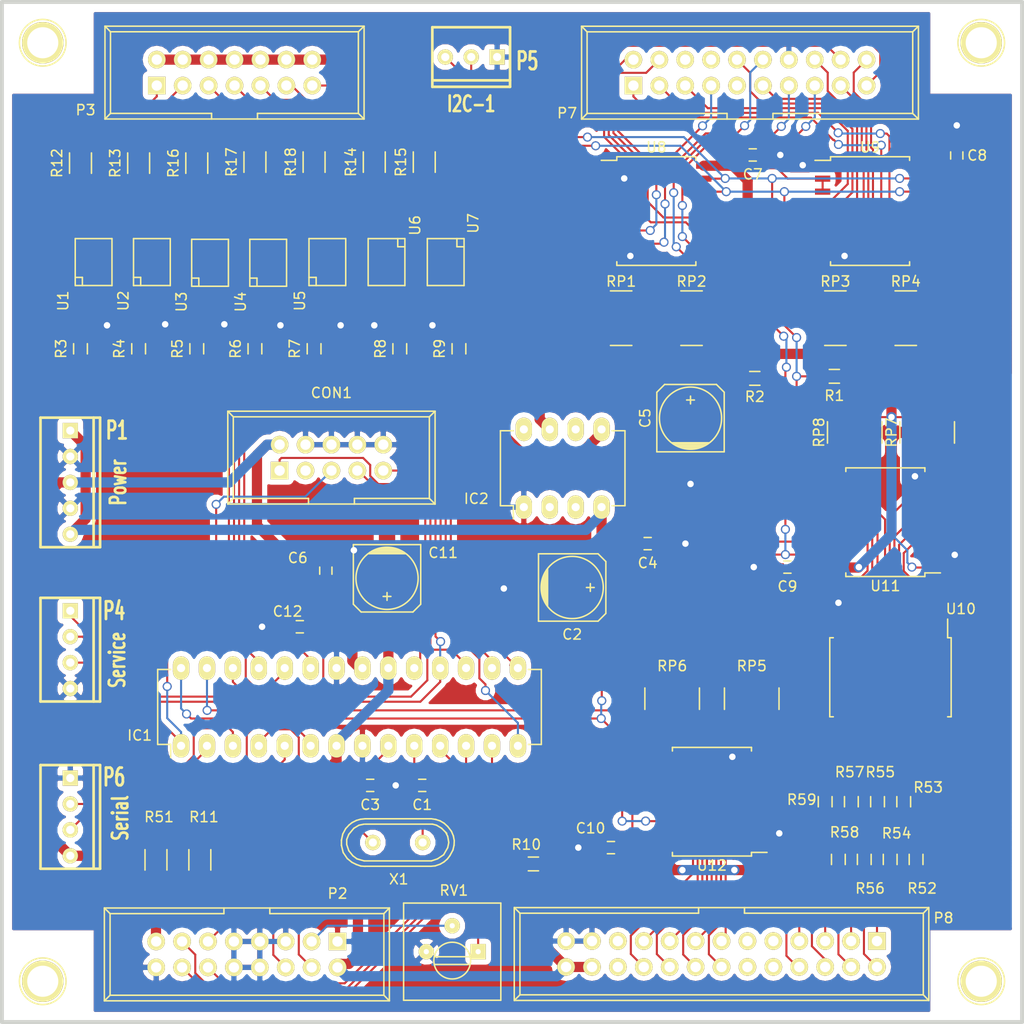
<source format=kicad_pcb>
(kicad_pcb (version 4) (host pcbnew 4.0.5+dfsg1-4~bpo8+1)
  (title_block (title "Replicator CPU/IO board") (date 2016-07-19) (rev 2.2) (company c-base))
  (layers (0 Front signal) (31 Back signal) (34 B.Paste user) (35 F.Paste user) (36 B.SilkS user) (37 F.SilkS user) (38 B.Mask user) (39 F.Mask user) (44 Edge.Cuts user))
  (net 0 "")
  (net 1 +15V)
  (net 2 +24V)
  (net 3 +5V)
  (net 4 /cpu/CRU_Blocker)
  (net 5 /cpu/LCD_Backlight)
  (net 6 /cpu/LCD_Contrast)
  (net 7 /cpu/LCD_DB4)
  (net 8 /cpu/LCD_DB5)
  (net 9 /cpu/LCD_DB6)
  (net 10 /cpu/LCD_DB7)
  (net 11 /cpu/LCD_E)
  (net 12 /cpu/LCD_Rs)
  (net 13 /cpu/Match_Coins)
  (net 14 /cpu/PB0)
  (net 15 /cpu/PB1)
  (net 16 /cpu/PB2)
  (net 17 /cpu/PB3/MOSI)
  (net 18 /cpu/PB4/MISO)
  (net 19 /cpu/PC0)
  (net 20 /cpu/PC1)
  (net 21 /cpu/PC2)
  (net 22 /cpu/PC3)
  (net 23 /cpu/Price_Line_A)
  (net 24 /cpu/Price_Line_B)
  (net 25 /cpu/Price_Line_C)
  (net 26 /cpu/Price_Line_D)
  (net 27 /cpu/Reset)
  (net 28 /cpu/SCK)
  (net 29 /cpu/Secu_Line)
  (net 30 /cpu/Serial_RX)
  (net 31 /cpu/Serial_TX)
  (net 32 /io/EMPTY-SW-P0)
  (net 33 /io/EMPTY-SW-P1)
  (net 34 /io/EMPTY-SW-P2)
  (net 35 /io/EMPTY-SW-P3)
  (net 36 /io/EMPTY-SW-P4)
  (net 37 /io/EMPTY-SW-P5)
  (net 38 /io/EMPTY-SW-P6)
  (net 39 /io/EMPTY-SW-P7)
  (net 40 /io/MOT-POS-P0)
  (net 41 /io/MOT-POS-P1)
  (net 42 /io/MOT-POS-P2)
  (net 43 /io/MOT-POS-P3)
  (net 44 /io/MOT-POS-P4)
  (net 45 /io/MOT-POS-P5)
  (net 46 /io/MOT-POS-P6)
  (net 47 /io/MOT-POS-P7)
  (net 48 /io/USER-BTN-P0)
  (net 49 /io/USER-BTN-P1)
  (net 50 /io/USER-BTN-P2)
  (net 51 /io/USER-BTN-P3)
  (net 52 /io/USER-BTN-P4)
  (net 53 /io/USER-BTN-P5)
  (net 54 /io/USER-BTN-P6)
  (net 55 /io/USER-BTN-P7)
  (net 56 /io/USER-LED-P0)
  (net 57 /io/USER-LED-P1)
  (net 58 /io/USER-LED-P2)
  (net 59 /io/USER-LED-P3)
  (net 60 /io/USER-LED-P4)
  (net 61 /io/USER-LED-P5)
  (net 62 /io/USER-LED-P6)
  (net 63 /io/USER-LED-P7)
  (net 64 DGND)
  (net 65 GND)
  (net 66 SCL)
  (net 67 SDA)
  (net 68 "Net-(C1-Pad1)")
  (net 69 "Net-(C3-Pad2)")
  (net 70 "Net-(C12-Pad2)")
  (net 71 "Net-(R3-Pad2)")
  (net 72 "Net-(R4-Pad2)")
  (net 73 "Net-(R5-Pad2)")
  (net 74 "Net-(R6-Pad2)")
  (net 75 "Net-(R7-Pad2)")
  (net 76 "Net-(R8-Pad2)")
  (net 77 "Net-(R9-Pad2)")
  (net 78 "Net-(R10-Pad2)")
  (net 79 "Net-(R12-Pad1)")
  (net 80 "Net-(R13-Pad1)")
  (net 81 "Net-(R14-Pad1)")
  (net 82 "Net-(R15-Pad1)")
  (net 83 "Net-(R16-Pad1)")
  (net 84 "Net-(R17-Pad1)")
  (net 85 "Net-(R18-Pad1)")
  (net 86 "Net-(R52-Pad1)")
  (net 87 "Net-(R53-Pad1)")
  (net 88 "Net-(R54-Pad1)")
  (net 89 "Net-(R55-Pad1)")
  (net 90 "Net-(R56-Pad1)")
  (net 91 "Net-(R57-Pad1)")
  (net 92 "Net-(R58-Pad1)")
  (net 93 "Net-(R59-Pad1)")
  (net 94 "Net-(RP7-Pad1)")
  (net 95 "Net-(RP7-Pad4)")
  (net 96 "Net-(RP7-Pad2)")
  (net 97 "Net-(RP7-Pad3)")
  (net 98 "Net-(RP8-Pad1)")
  (net 99 "Net-(RP8-Pad4)")
  (net 100 "Net-(RP8-Pad2)")
  (net 101 "Net-(RP8-Pad3)")
  (module replicator:c_elec_6.3x5.8 (layer Front) (at 137.75 106.5 270)
    (fp_text reference C11 (at -2.5 -5.5 360) (layer F.SilkS))
    (fp_text value 100uF)
    (pad 1 smd rect (at 2.75082 0 270) (size 3.59918 1.6002) (layers Front F.Paste F.Mask) (net 3 +5V))
    (pad 2 smd rect (at -2.75082 0 270) (size 3.59918 1.6002) (layers Front F.Paste F.Mask) (net 65 GND))
  )
  (module Connect:1pin (layer Front) (at 104 54)
    (fp_text reference "" (at 0 -3.048) (layer F.SilkS))
    (fp_text value CONN_01X01)
    (pad "" thru_hole circle (at 0 0) (size 4.064 4.064) (drill 3.048) (layers *.Cu *.Mask F.SilkS))
  )
  (module Connect:1pin (layer Front) (at 196 54)
    (fp_text reference "" (at 0 -3.048) (layer F.SilkS))
    (fp_text value CONN_01X01)
    (pad "" thru_hole circle (at 0 0) (size 4.064 4.064) (drill 3.048) (layers *.Cu *.Mask F.SilkS))
  )
  (module Connect:1pin (layer Front) (at 196 146)
    (fp_text reference "" (at 0 -3.048) (layer F.SilkS))
    (fp_text value CONN_01X01)
    (pad "" thru_hole circle (at 0 0) (size 4.064 4.064) (drill 3.048) (layers *.Cu *.Mask F.SilkS))
  )
  (module Connect:1pin (layer Front) (at 104 146)
    (fp_text reference "" (at 0 -3.048) (layer F.SilkS))
    (fp_text value CONN_01X01)
    (pad "" thru_hole circle (at 0 0) (size 4.064 4.064) (drill 3.048) (layers *.Cu *.Mask F.SilkS))
  )
  (module replicator:C_0603_HandSoldering (layer Front) (at 141.2 126.8 180)
    (fp_text reference C1 (at 0 -1.9 180) (layer F.SilkS))
    (fp_text value 47pf)
    (pad 1 smd rect (at -0.95 0 180) (size 1.2 0.75) (layers Front F.Paste F.Mask) (net 68 "Net-(C1-Pad1)"))
    (pad 2 smd rect (at 0.95 0 180) (size 1.2 0.75) (layers Front F.Paste F.Mask) (net 65 GND))
  )
  (module replicator:c_elec_6.3x7.7 (layer Front) (at 155.9 107.4)
    (fp_text reference C2 (at 0 4.6) (layer F.SilkS))
    (fp_text value "100uF 35V")
    (pad 1 smd rect (at 2.75082 0) (size 3.59918 1.6002) (layers Front F.Paste F.Mask) (net 2 +24V))
    (pad 2 smd rect (at -2.75082 0) (size 3.59918 1.6002) (layers Front F.Paste F.Mask) (net 65 GND))
  )
  (module replicator:C_0603_HandSoldering (layer Front) (at 136.1 126.8 180)
    (fp_text reference C3 (at 0 -1.9 180) (layer F.SilkS))
    (fp_text value 33pf)
    (pad 1 smd rect (at -0.95 0 180) (size 1.2 0.75) (layers Front F.Paste F.Mask) (net 65 GND))
    (pad 2 smd rect (at 0.95 0 180) (size 1.2 0.75) (layers Front F.Paste F.Mask) (net 69 "Net-(C3-Pad2)"))
  )
  (module replicator:C_0603_HandSoldering (layer Front) (at 163.3 103.1 180)
    (fp_text reference C4 (at 0 -1.9 180) (layer F.SilkS))
    (fp_text value 100nF)
    (pad 1 smd rect (at -0.95 0 180) (size 1.2 0.75) (layers Front F.Paste F.Mask) (net 65 GND))
    (pad 2 smd rect (at 0.95 0 180) (size 1.2 0.75) (layers Front F.Paste F.Mask) (net 2 +24V))
  )
  (module replicator:C_0603_HandSoldering (layer Front) (at 173.6 65 180)
    (fp_text reference C7 (at 0 -1.9 180) (layer F.SilkS))
    (fp_text value 100nF)
    (pad 1 smd rect (at -0.95 0 180) (size 1.2 0.75) (layers Front F.Paste F.Mask) (net 65 GND))
    (pad 2 smd rect (at 0.95 0 180) (size 1.2 0.75) (layers Front F.Paste F.Mask) (net 3 +5V))
  )
  (module replicator:C_0603_HandSoldering (layer Front) (at 159.7 132.9 180)
    (fp_text reference C10 (at 2 1.9 180) (layer F.SilkS))
    (fp_text value 100nF)
    (pad 1 smd rect (at -0.95 0 180) (size 1.2 0.75) (layers Front F.Paste F.Mask) (net 3 +5V))
    (pad 2 smd rect (at 0.95 0 180) (size 1.2 0.75) (layers Front F.Paste F.Mask) (net 65 GND))
  )
  (module replicator:C_0603_HandSoldering (layer Front) (at 177 105.4 180)
    (fp_text reference C9 (at 0 -1.9 180) (layer F.SilkS))
    (fp_text value 100nF)
    (pad 1 smd rect (at -0.95 0 180) (size 1.2 0.75) (layers Front F.Paste F.Mask) (net 3 +5V))
    (pad 2 smd rect (at 0.95 0 180) (size 1.2 0.75) (layers Front F.Paste F.Mask) (net 65 GND))
  )
  (module replicator:C_0603_HandSoldering (layer Front) (at 193.6 65.05 90)
    (fp_text reference C8 (at 0 2 180) (layer F.SilkS))
    (fp_text value 100nF)
    (pad 1 smd rect (at -0.95 0 90) (size 1.2 0.75) (layers Front F.Paste F.Mask) (net 3 +5V))
    (pad 2 smd rect (at 0.95 0 90) (size 1.2 0.75) (layers Front F.Paste F.Mask) (net 65 GND))
  )
  (module replicator:C_0603_HandSoldering (layer Front) (at 131.75 105.75 90)
    (fp_text reference C6 (at 1.25 -2.75 180) (layer F.SilkS))
    (fp_text value 100nF)
    (pad 1 smd rect (at -0.95 0 90) (size 1.2 0.75) (layers Front F.Paste F.Mask) (net 3 +5V))
    (pad 2 smd rect (at 0.95 0 90) (size 1.2 0.75) (layers Front F.Paste F.Mask) (net 65 GND))
  )
  (module replicator:C_0603_HandSoldering (layer Front) (at 129.2 111.25)
    (fp_text reference C12 (at -1.2 -1.5) (layer F.SilkS))
    (fp_text value 100nF)
    (pad 1 smd rect (at -0.95 0) (size 1.2 0.75) (layers Front F.Paste F.Mask) (net 65 GND))
    (pad 2 smd rect (at 0.95 0) (size 1.2 0.75) (layers Front F.Paste F.Mask) (net 70 "Net-(C12-Pad2)"))
  )
  (module replicator:IDC_Header_Straight_10pins (layer Front) (at 127.22 95.94)
    (fp_text reference CON1 (at 5.08 -7.62) (layer F.SilkS))
    (fp_text value AVR-ISP-10)
    (pad 1 thru_hole rect (at 0 0) (size 1.7272 1.7272) (drill 1.016) (layers *.Cu *.Mask F.SilkS) (net 17 /cpu/PB3/MOSI))
    (pad 2 thru_hole oval (at 0 -2.54) (size 1.7272 1.7272) (drill 1.016) (layers *.Cu *.Mask F.SilkS) (net 3 +5V))
    (pad 3 thru_hole oval (at 2.54 0) (size 1.7272 1.7272) (drill 1.016) (layers *.Cu *.Mask F.SilkS))
    (pad 4 thru_hole oval (at 2.54 -2.54) (size 1.7272 1.7272) (drill 1.016) (layers *.Cu *.Mask F.SilkS) (net 65 GND))
    (pad 5 thru_hole oval (at 5.08 0) (size 1.7272 1.7272) (drill 1.016) (layers *.Cu *.Mask F.SilkS) (net 27 /cpu/Reset))
    (pad 6 thru_hole oval (at 5.08 -2.54) (size 1.7272 1.7272) (drill 1.016) (layers *.Cu *.Mask F.SilkS) (net 65 GND))
    (pad 7 thru_hole oval (at 7.62 0) (size 1.7272 1.7272) (drill 1.016) (layers *.Cu *.Mask F.SilkS) (net 28 /cpu/SCK))
    (pad 8 thru_hole oval (at 7.62 -2.54) (size 1.7272 1.7272) (drill 1.016) (layers *.Cu *.Mask F.SilkS) (net 65 GND))
    (pad 9 thru_hole oval (at 10.16 0) (size 1.7272 1.7272) (drill 1.016) (layers *.Cu *.Mask F.SilkS) (net 18 /cpu/PB4/MISO))
    (pad 10 thru_hole oval (at 10.16 -2.54) (size 1.7272 1.7272) (drill 1.016) (layers *.Cu *.Mask F.SilkS) (net 65 GND))
  )
  (module replicator:DIP-28_W7.62mm_LongPads (layer Front) (at 117.56 122.92 90)
    (fp_text reference IC1 (at 1.02 -4.06 180) (layer F.SilkS))
    (fp_text value ATMEGA328-P)
    (pad 1 thru_hole oval (at 0 0 90) (size 2.3 1.6) (drill 0.8) (layers *.Cu *.Mask F.SilkS) (net 27 /cpu/Reset))
    (pad 2 thru_hole oval (at 0 2.54 90) (size 2.3 1.6) (drill 0.8) (layers *.Cu *.Mask F.SilkS) (net 30 /cpu/Serial_RX))
    (pad 3 thru_hole oval (at 0 5.08 90) (size 2.3 1.6) (drill 0.8) (layers *.Cu *.Mask F.SilkS) (net 31 /cpu/Serial_TX))
    (pad 4 thru_hole oval (at 0 7.62 90) (size 2.3 1.6) (drill 0.8) (layers *.Cu *.Mask F.SilkS) (net 12 /cpu/LCD_Rs))
    (pad 5 thru_hole oval (at 0 10.16 90) (size 2.3 1.6) (drill 0.8) (layers *.Cu *.Mask F.SilkS) (net 11 /cpu/LCD_E))
    (pad 6 thru_hole oval (at 0 12.7 90) (size 2.3 1.6) (drill 0.8) (layers *.Cu *.Mask F.SilkS) (net 7 /cpu/LCD_DB4))
    (pad 7 thru_hole oval (at 0 15.24 90) (size 2.3 1.6) (drill 0.8) (layers *.Cu *.Mask F.SilkS) (net 3 +5V))
    (pad 8 thru_hole oval (at 0 17.78 90) (size 2.3 1.6) (drill 0.8) (layers *.Cu *.Mask F.SilkS) (net 65 GND))
    (pad 9 thru_hole oval (at 0 20.32 90) (size 2.3 1.6) (drill 0.8) (layers *.Cu *.Mask F.SilkS) (net 69 "Net-(C3-Pad2)"))
    (pad 10 thru_hole oval (at 0 22.86 90) (size 2.3 1.6) (drill 0.8) (layers *.Cu *.Mask F.SilkS) (net 68 "Net-(C1-Pad1)"))
    (pad 11 thru_hole oval (at 0 25.4 90) (size 2.3 1.6) (drill 0.8) (layers *.Cu *.Mask F.SilkS) (net 8 /cpu/LCD_DB5))
    (pad 12 thru_hole oval (at 0 27.94 90) (size 2.3 1.6) (drill 0.8) (layers *.Cu *.Mask F.SilkS) (net 9 /cpu/LCD_DB6))
    (pad 13 thru_hole oval (at 0 30.48 90) (size 2.3 1.6) (drill 0.8) (layers *.Cu *.Mask F.SilkS) (net 10 /cpu/LCD_DB7))
    (pad 14 thru_hole oval (at 0 33.02 90) (size 2.3 1.6) (drill 0.8) (layers *.Cu *.Mask F.SilkS) (net 14 /cpu/PB0))
    (pad 15 thru_hole oval (at 7.62 33.02 90) (size 2.3 1.6) (drill 0.8) (layers *.Cu *.Mask F.SilkS) (net 15 /cpu/PB1))
    (pad 16 thru_hole oval (at 7.62 30.48 90) (size 2.3 1.6) (drill 0.8) (layers *.Cu *.Mask F.SilkS) (net 16 /cpu/PB2))
    (pad 17 thru_hole oval (at 7.62 27.94 90) (size 2.3 1.6) (drill 0.8) (layers *.Cu *.Mask F.SilkS) (net 17 /cpu/PB3/MOSI))
    (pad 18 thru_hole oval (at 7.62 25.4 90) (size 2.3 1.6) (drill 0.8) (layers *.Cu *.Mask F.SilkS) (net 18 /cpu/PB4/MISO))
    (pad 19 thru_hole oval (at 7.62 22.86 90) (size 2.3 1.6) (drill 0.8) (layers *.Cu *.Mask F.SilkS) (net 28 /cpu/SCK))
    (pad 20 thru_hole oval (at 7.62 20.32 90) (size 2.3 1.6) (drill 0.8) (layers *.Cu *.Mask F.SilkS) (net 3 +5V))
    (pad 21 thru_hole oval (at 7.62 17.78 90) (size 2.3 1.6) (drill 0.8) (layers *.Cu *.Mask F.SilkS) (net 70 "Net-(C12-Pad2)"))
    (pad 22 thru_hole oval (at 7.62 15.24 90) (size 2.3 1.6) (drill 0.8) (layers *.Cu *.Mask F.SilkS) (net 65 GND))
    (pad 23 thru_hole oval (at 7.62 12.7 90) (size 2.3 1.6) (drill 0.8) (layers *.Cu *.Mask F.SilkS) (net 19 /cpu/PC0))
    (pad 24 thru_hole oval (at 7.62 10.16 90) (size 2.3 1.6) (drill 0.8) (layers *.Cu *.Mask F.SilkS) (net 20 /cpu/PC1))
    (pad 25 thru_hole oval (at 7.62 7.62 90) (size 2.3 1.6) (drill 0.8) (layers *.Cu *.Mask F.SilkS) (net 21 /cpu/PC2))
    (pad 26 thru_hole oval (at 7.62 5.08 90) (size 2.3 1.6) (drill 0.8) (layers *.Cu *.Mask F.SilkS) (net 22 /cpu/PC3))
    (pad 27 thru_hole oval (at 7.62 2.54 90) (size 2.3 1.6) (drill 0.8) (layers *.Cu *.Mask F.SilkS) (net 67 SDA))
    (pad 28 thru_hole oval (at 7.62 0 90) (size 2.3 1.6) (drill 0.8) (layers *.Cu *.Mask F.SilkS) (net 66 SCL))
  )
  (module replicator:DIP-8_W7.62mm_LongPads (layer Front) (at 151.16 99.52 90)
    (fp_text reference IC2 (at 0.82 -4.66 180) (layer F.SilkS))
    (fp_text value AM1P-2415SZ)
    (pad 1 thru_hole oval (at 0 0 90) (size 2.3 1.6) (drill 0.8) (layers *.Cu *.Mask F.SilkS) (net 65 GND))
    (pad 2 thru_hole oval (at 0 2.54 90) (size 2.3 1.6) (drill 0.8) (layers *.Cu *.Mask F.SilkS))
    (pad 3 thru_hole oval (at 0 5.08 90) (size 2.3 1.6) (drill 0.8) (layers *.Cu *.Mask F.SilkS))
    (pad 4 thru_hole oval (at 0 7.62 90) (size 2.3 1.6) (drill 0.8) (layers *.Cu *.Mask F.SilkS) (net 2 +24V))
    (pad 5 thru_hole oval (at 7.62 7.62 90) (size 2.3 1.6) (drill 0.8) (layers *.Cu *.Mask F.SilkS) (net 1 +15V))
    (pad 6 thru_hole oval (at 7.62 5.08 90) (size 2.3 1.6) (drill 0.8) (layers *.Cu *.Mask F.SilkS))
    (pad 7 thru_hole oval (at 7.62 2.54 90) (size 2.3 1.6) (drill 0.8) (layers *.Cu *.Mask F.SilkS) (net 64 DGND))
    (pad 8 thru_hole oval (at 7.62 0 90) (size 2.3 1.6) (drill 0.8) (layers *.Cu *.Mask F.SilkS))
  )
  (module replicator:PSS254-5G (layer Front) (at 106.7 97.1 270)
    (fp_text reference P1 (at -5.1 -4.572 360) (layer F.SilkS) (effects (font (size 1.72974 1.08712) (thickness 0.27178))))
    (fp_text value Power (at 0 -4.7 270) (layer F.SilkS) (effects (font (size 1.524 1.016) (thickness 0.254))))
    (pad 5 thru_hole circle (at 5.08 0 270) (size 1.50114 1.50114) (drill 0.8001) (layers *.Cu *.Mask F.SilkS) (net 2 +24V))
    (pad 4 thru_hole circle (at 2.54 0 270) (size 1.50114 1.50114) (drill 0.8001) (layers *.Cu *.Mask F.SilkS) (net 65 GND))
    (pad 1 thru_hole rect (at -5.08 0 270) (size 1.50114 1.50114) (drill 0.8001) (layers *.Cu *.Mask F.SilkS) (net 2 +24V))
    (pad 2 thru_hole circle (at -2.54 0 270) (size 1.50114 1.50114) (drill 0.8001) (layers *.Cu *.Mask F.SilkS) (net 65 GND))
    (pad 3 thru_hole circle (at 0 0 270) (size 1.50114 1.50114) (drill 0.8001) (layers *.Cu *.Mask F.SilkS) (net 3 +5V))
  )
  (module replicator:IDC_Header_Straight_16pins (layer Front) (at 132.9 142.1 180)
    (fp_text reference P2 (at 0 4.7 180) (layer F.SilkS))
    (fp_text value CONN_LCD)
    (pad 1 thru_hole rect (at 0 0 180) (size 1.7272 1.7272) (drill 1.016) (layers *.Cu *.Mask F.SilkS) (net 65 GND))
    (pad 2 thru_hole oval (at 0 -2.54 180) (size 1.7272 1.7272) (drill 1.016) (layers *.Cu *.Mask F.SilkS) (net 3 +5V))
    (pad 3 thru_hole oval (at 2.54 0 180) (size 1.7272 1.7272) (drill 1.016) (layers *.Cu *.Mask F.SilkS) (net 6 /cpu/LCD_Contrast))
    (pad 4 thru_hole oval (at 2.54 -2.54 180) (size 1.7272 1.7272) (drill 1.016) (layers *.Cu *.Mask F.SilkS) (net 12 /cpu/LCD_Rs))
    (pad 5 thru_hole oval (at 5.08 0 180) (size 1.7272 1.7272) (drill 1.016) (layers *.Cu *.Mask F.SilkS) (net 65 GND))
    (pad 6 thru_hole oval (at 5.08 -2.54 180) (size 1.7272 1.7272) (drill 1.016) (layers *.Cu *.Mask F.SilkS) (net 11 /cpu/LCD_E))
    (pad 7 thru_hole oval (at 7.62 0 180) (size 1.7272 1.7272) (drill 1.016) (layers *.Cu *.Mask F.SilkS) (net 65 GND))
    (pad 8 thru_hole oval (at 7.62 -2.54 180) (size 1.7272 1.7272) (drill 1.016) (layers *.Cu *.Mask F.SilkS) (net 65 GND))
    (pad 9 thru_hole oval (at 10.16 0 180) (size 1.7272 1.7272) (drill 1.016) (layers *.Cu *.Mask F.SilkS) (net 65 GND))
    (pad 10 thru_hole oval (at 10.16 -2.54 180) (size 1.7272 1.7272) (drill 1.016) (layers *.Cu *.Mask F.SilkS) (net 65 GND))
    (pad 11 thru_hole oval (at 12.7 0 180) (size 1.7272 1.7272) (drill 1.016) (layers *.Cu *.Mask F.SilkS) (net 7 /cpu/LCD_DB4))
    (pad 12 thru_hole oval (at 12.7 -2.54 180) (size 1.7272 1.7272) (drill 1.016) (layers *.Cu *.Mask F.SilkS) (net 8 /cpu/LCD_DB5))
    (pad 13 thru_hole oval (at 15.24 0 180) (size 1.7272 1.7272) (drill 1.016) (layers *.Cu *.Mask F.SilkS) (net 9 /cpu/LCD_DB6))
    (pad 14 thru_hole oval (at 15.24 -2.54 180) (size 1.7272 1.7272) (drill 1.016) (layers *.Cu *.Mask F.SilkS) (net 10 /cpu/LCD_DB7))
    (pad 15 thru_hole oval (at 17.78 0 180) (size 1.7272 1.7272) (drill 1.016) (layers *.Cu *.Mask F.SilkS) (net 5 /cpu/LCD_Backlight))
    (pad 16 thru_hole oval (at 17.78 -2.54 180) (size 1.7272 1.7272) (drill 1.016) (layers *.Cu *.Mask F.SilkS) (net 65 GND))
  )
  (module replicator:IDC_Header_Straight_14pins (layer Front) (at 115.18 58.195)
    (fp_text reference P3 (at -6.98 2.405) (layer F.SilkS))
    (fp_text value CONN_CRU)
    (pad 1 thru_hole rect (at 0 0) (size 1.7272 1.7272) (drill 1.016) (layers *.Cu *.Mask F.SilkS) (net 23 /cpu/Price_Line_A))
    (pad 2 thru_hole oval (at 0 -2.54) (size 1.7272 1.7272) (drill 1.016) (layers *.Cu *.Mask F.SilkS) (net 64 DGND))
    (pad 3 thru_hole oval (at 2.54 0) (size 1.7272 1.7272) (drill 1.016) (layers *.Cu *.Mask F.SilkS) (net 24 /cpu/Price_Line_B))
    (pad 4 thru_hole oval (at 2.54 -2.54) (size 1.7272 1.7272) (drill 1.016) (layers *.Cu *.Mask F.SilkS) (net 64 DGND))
    (pad 5 thru_hole oval (at 5.08 0) (size 1.7272 1.7272) (drill 1.016) (layers *.Cu *.Mask F.SilkS) (net 25 /cpu/Price_Line_C))
    (pad 6 thru_hole oval (at 5.08 -2.54) (size 1.7272 1.7272) (drill 1.016) (layers *.Cu *.Mask F.SilkS) (net 64 DGND))
    (pad 7 thru_hole oval (at 7.62 0) (size 1.7272 1.7272) (drill 1.016) (layers *.Cu *.Mask F.SilkS) (net 26 /cpu/Price_Line_D))
    (pad 8 thru_hole oval (at 7.62 -2.54) (size 1.7272 1.7272) (drill 1.016) (layers *.Cu *.Mask F.SilkS) (net 64 DGND))
    (pad 9 thru_hole oval (at 10.16 0) (size 1.7272 1.7272) (drill 1.016) (layers *.Cu *.Mask F.SilkS) (net 4 /cpu/CRU_Blocker))
    (pad 10 thru_hole oval (at 10.16 -2.54) (size 1.7272 1.7272) (drill 1.016) (layers *.Cu *.Mask F.SilkS) (net 64 DGND))
    (pad 11 thru_hole oval (at 12.7 0) (size 1.7272 1.7272) (drill 1.016) (layers *.Cu *.Mask F.SilkS) (net 29 /cpu/Secu_Line))
    (pad 12 thru_hole oval (at 12.7 -2.54) (size 1.7272 1.7272) (drill 1.016) (layers *.Cu *.Mask F.SilkS) (net 64 DGND))
    (pad 13 thru_hole oval (at 15.24 0) (size 1.7272 1.7272) (drill 1.016) (layers *.Cu *.Mask F.SilkS) (net 13 /cpu/Match_Coins))
    (pad 14 thru_hole oval (at 15.24 -2.54) (size 1.7272 1.7272) (drill 1.016) (layers *.Cu *.Mask F.SilkS) (net 64 DGND))
  )
  (module replicator:PSS254-4G (layer Front) (at 106.7 113.495 270)
    (fp_text reference P4 (at -3.795 -4.3 360) (layer F.SilkS) (effects (font (size 1.72974 1.08712) (thickness 0.27178))))
    (fp_text value Service (at 1.005 -4.6 270) (layer F.SilkS) (effects (font (size 1.524 1.016) (thickness 0.254))))
    (pad 4 thru_hole circle (at 3.81 0 270) (size 1.50114 1.50114) (drill 0.8001) (layers *.Cu *.Mask F.SilkS) (net 65 GND))
    (pad 3 thru_hole circle (at 1.27 0 270) (size 1.50114 1.50114) (drill 0.8001) (layers *.Cu *.Mask F.SilkS) (net 27 /cpu/Reset))
    (pad 1 thru_hole rect (at -3.81 0 270) (size 1.50114 1.50114) (drill 0.8001) (layers *.Cu *.Mask F.SilkS) (net 17 /cpu/PB3/MOSI))
    (pad 2 thru_hole circle (at -1.27 0 270) (size 1.50114 1.50114) (drill 0.8001) (layers *.Cu *.Mask F.SilkS) (net 18 /cpu/PB4/MISO))
    (pad 3 thru_hole circle (at 1.27 0 270) (size 1.50114 1.50114) (drill 0.8001) (layers *.Cu *.Mask F.SilkS) (net 27 /cpu/Reset))
  )
  (module replicator:PSS254-3G (layer Front) (at 146 55.4 180)
    (fp_text reference P5 (at -5.5 -0.4 180) (layer F.SilkS) (effects (font (size 1.72974 1.08712) (thickness 0.27178))))
    (fp_text value I2C-1 (at 0 -4.6 180) (layer F.SilkS) (effects (font (size 1.524 1.016) (thickness 0.254))))
    (pad 1 thru_hole rect (at -2.54 0 180) (size 1.50114 1.50114) (drill 0.8001) (layers *.Cu *.Mask F.SilkS) (net 65 GND))
    (pad 2 thru_hole circle (at 0 0 180) (size 1.50114 1.50114) (drill 0.8001) (layers *.Cu *.Mask F.SilkS) (net 67 SDA))
    (pad 3 thru_hole circle (at 2.54 0 180) (size 1.50114 1.50114) (drill 0.8001) (layers *.Cu *.Mask F.SilkS) (net 66 SCL))
  )
  (module replicator:PSS254-4G (layer Front) (at 106.7 129.89 270)
    (fp_text reference P6 (at -3.89 -4.3 360) (layer F.SilkS) (effects (font (size 1.72974 1.08712) (thickness 0.27178))))
    (fp_text value Serial (at 0.11 -4.9 270) (layer F.SilkS) (effects (font (size 1.524 1.016) (thickness 0.254))))
    (pad 4 thru_hole circle (at 3.81 0 270) (size 1.50114 1.50114) (drill 0.8001) (layers *.Cu *.Mask F.SilkS) (net 3 +5V))
    (pad 3 thru_hole circle (at 1.27 0 270) (size 1.50114 1.50114) (drill 0.8001) (layers *.Cu *.Mask F.SilkS) (net 30 /cpu/Serial_RX))
    (pad 1 thru_hole rect (at -3.81 0 270) (size 1.50114 1.50114) (drill 0.8001) (layers *.Cu *.Mask F.SilkS) (net 65 GND))
    (pad 2 thru_hole circle (at -1.27 0 270) (size 1.50114 1.50114) (drill 0.8001) (layers *.Cu *.Mask F.SilkS) (net 31 /cpu/Serial_TX))
    (pad 3 thru_hole circle (at 1.27 0 270) (size 1.50114 1.50114) (drill 0.8001) (layers *.Cu *.Mask F.SilkS) (net 30 /cpu/Serial_RX))
  )
  (module replicator:IDC_Header_Straight_20pins (layer Front) (at 161.9 58.2)
    (fp_text reference P7 (at -6.5 2.7) (layer F.SilkS))
    (fp_text value CONN_Mot_Empty)
    (pad 1 thru_hole rect (at 0 0) (size 1.7272 1.7272) (drill 1.016) (layers *.Cu *.Mask F.SilkS) (net 38 /io/EMPTY-SW-P6))
    (pad 2 thru_hole oval (at 0 -2.54) (size 1.7272 1.7272) (drill 1.016) (layers *.Cu *.Mask F.SilkS) (net 46 /io/MOT-POS-P6))
    (pad 3 thru_hole oval (at 2.54 0) (size 1.7272 1.7272) (drill 1.016) (layers *.Cu *.Mask F.SilkS) (net 39 /io/EMPTY-SW-P7))
    (pad 4 thru_hole oval (at 2.54 -2.54) (size 1.7272 1.7272) (drill 1.016) (layers *.Cu *.Mask F.SilkS) (net 47 /io/MOT-POS-P7))
    (pad 5 thru_hole oval (at 5.08 0) (size 1.7272 1.7272) (drill 1.016) (layers *.Cu *.Mask F.SilkS) (net 32 /io/EMPTY-SW-P0))
    (pad 6 thru_hole oval (at 5.08 -2.54) (size 1.7272 1.7272) (drill 1.016) (layers *.Cu *.Mask F.SilkS))
    (pad 7 thru_hole oval (at 7.62 0) (size 1.7272 1.7272) (drill 1.016) (layers *.Cu *.Mask F.SilkS) (net 42 /io/MOT-POS-P2))
    (pad 8 thru_hole oval (at 7.62 -2.54) (size 1.7272 1.7272) (drill 1.016) (layers *.Cu *.Mask F.SilkS))
    (pad 9 thru_hole oval (at 10.16 0) (size 1.7272 1.7272) (drill 1.016) (layers *.Cu *.Mask F.SilkS))
    (pad 10 thru_hole oval (at 10.16 -2.54) (size 1.7272 1.7272) (drill 1.016) (layers *.Cu *.Mask F.SilkS) (net 33 /io/EMPTY-SW-P1))
    (pad 11 thru_hole oval (at 12.7 0) (size 1.7272 1.7272) (drill 1.016) (layers *.Cu *.Mask F.SilkS) (net 34 /io/EMPTY-SW-P2))
    (pad 12 thru_hole oval (at 12.7 -2.54) (size 1.7272 1.7272) (drill 1.016) (layers *.Cu *.Mask F.SilkS) (net 43 /io/MOT-POS-P3))
    (pad 13 thru_hole oval (at 15.24 0) (size 1.7272 1.7272) (drill 1.016) (layers *.Cu *.Mask F.SilkS) (net 44 /io/MOT-POS-P4))
    (pad 14 thru_hole oval (at 15.24 -2.54) (size 1.7272 1.7272) (drill 1.016) (layers *.Cu *.Mask F.SilkS) (net 65 GND))
    (pad 15 thru_hole oval (at 17.78 0) (size 1.7272 1.7272) (drill 1.016) (layers *.Cu *.Mask F.SilkS) (net 45 /io/MOT-POS-P5))
    (pad 16 thru_hole oval (at 17.78 -2.54) (size 1.7272 1.7272) (drill 1.016) (layers *.Cu *.Mask F.SilkS) (net 35 /io/EMPTY-SW-P3))
    (pad 17 thru_hole oval (at 20.32 0) (size 1.7272 1.7272) (drill 1.016) (layers *.Cu *.Mask F.SilkS) (net 36 /io/EMPTY-SW-P4))
    (pad 18 thru_hole oval (at 20.32 -2.54) (size 1.7272 1.7272) (drill 1.016) (layers *.Cu *.Mask F.SilkS) (net 41 /io/MOT-POS-P1))
    (pad 19 thru_hole oval (at 22.86 0) (size 1.7272 1.7272) (drill 1.016) (layers *.Cu *.Mask F.SilkS) (net 40 /io/MOT-POS-P0))
    (pad 20 thru_hole oval (at 22.86 -2.54) (size 1.7272 1.7272) (drill 1.016) (layers *.Cu *.Mask F.SilkS) (net 37 /io/EMPTY-SW-P5))
  )
  (module replicator:IDC_Header_Straight_26pins (layer Front) (at 185.78 142.06 180)
    (fp_text reference P8 (at -6.52 2.26 180) (layer F.SilkS))
    (fp_text value CONN_Button_Led)
    (pad 1 thru_hole rect (at 0 0 180) (size 1.7272 1.7272) (drill 1.016) (layers *.Cu *.Mask F.SilkS) (net 56 /io/USER-LED-P0))
    (pad 2 thru_hole oval (at 0 -2.54 180) (size 1.7272 1.7272) (drill 1.016) (layers *.Cu *.Mask F.SilkS) (net 57 /io/USER-LED-P1))
    (pad 3 thru_hole oval (at 2.54 0 180) (size 1.7272 1.7272) (drill 1.016) (layers *.Cu *.Mask F.SilkS) (net 58 /io/USER-LED-P2))
    (pad 4 thru_hole oval (at 2.54 -2.54 180) (size 1.7272 1.7272) (drill 1.016) (layers *.Cu *.Mask F.SilkS) (net 59 /io/USER-LED-P3))
    (pad 5 thru_hole oval (at 5.08 0 180) (size 1.7272 1.7272) (drill 1.016) (layers *.Cu *.Mask F.SilkS) (net 60 /io/USER-LED-P4))
    (pad 6 thru_hole oval (at 5.08 -2.54 180) (size 1.7272 1.7272) (drill 1.016) (layers *.Cu *.Mask F.SilkS) (net 61 /io/USER-LED-P5))
    (pad 7 thru_hole oval (at 7.62 0 180) (size 1.7272 1.7272) (drill 1.016) (layers *.Cu *.Mask F.SilkS) (net 62 /io/USER-LED-P6))
    (pad 8 thru_hole oval (at 7.62 -2.54 180) (size 1.7272 1.7272) (drill 1.016) (layers *.Cu *.Mask F.SilkS) (net 63 /io/USER-LED-P7))
    (pad 9 thru_hole oval (at 10.16 0 180) (size 1.7272 1.7272) (drill 1.016) (layers *.Cu *.Mask F.SilkS))
    (pad 10 thru_hole oval (at 10.16 -2.54 180) (size 1.7272 1.7272) (drill 1.016) (layers *.Cu *.Mask F.SilkS))
    (pad 11 thru_hole oval (at 12.7 0 180) (size 1.7272 1.7272) (drill 1.016) (layers *.Cu *.Mask F.SilkS))
    (pad 12 thru_hole oval (at 12.7 -2.54 180) (size 1.7272 1.7272) (drill 1.016) (layers *.Cu *.Mask F.SilkS))
    (pad 13 thru_hole oval (at 15.24 0 180) (size 1.7272 1.7272) (drill 1.016) (layers *.Cu *.Mask F.SilkS) (net 48 /io/USER-BTN-P0))
    (pad 14 thru_hole oval (at 15.24 -2.54 180) (size 1.7272 1.7272) (drill 1.016) (layers *.Cu *.Mask F.SilkS) (net 49 /io/USER-BTN-P1))
    (pad 15 thru_hole oval (at 17.78 0 180) (size 1.7272 1.7272) (drill 1.016) (layers *.Cu *.Mask F.SilkS) (net 50 /io/USER-BTN-P2))
    (pad 16 thru_hole oval (at 17.78 -2.54 180) (size 1.7272 1.7272) (drill 1.016) (layers *.Cu *.Mask F.SilkS) (net 51 /io/USER-BTN-P3))
    (pad 17 thru_hole oval (at 20.32 0 180) (size 1.7272 1.7272) (drill 1.016) (layers *.Cu *.Mask F.SilkS) (net 52 /io/USER-BTN-P4))
    (pad 18 thru_hole oval (at 20.32 -2.54 180) (size 1.7272 1.7272) (drill 1.016) (layers *.Cu *.Mask F.SilkS) (net 53 /io/USER-BTN-P5))
    (pad 19 thru_hole oval (at 22.86 0 180) (size 1.7272 1.7272) (drill 1.016) (layers *.Cu *.Mask F.SilkS) (net 54 /io/USER-BTN-P6))
    (pad 20 thru_hole oval (at 22.86 -2.54 180) (size 1.7272 1.7272) (drill 1.016) (layers *.Cu *.Mask F.SilkS) (net 55 /io/USER-BTN-P7))
    (pad 21 thru_hole oval (at 25.4 0 180) (size 1.7272 1.7272) (drill 1.016) (layers *.Cu *.Mask F.SilkS))
    (pad 22 thru_hole oval (at 25.4 -2.54 180) (size 1.7272 1.7272) (drill 1.016) (layers *.Cu *.Mask F.SilkS))
    (pad 23 thru_hole oval (at 27.94 0 180) (size 1.7272 1.7272) (drill 1.016) (layers *.Cu *.Mask F.SilkS) (net 65 GND))
    (pad 24 thru_hole oval (at 27.94 -2.54 180) (size 1.7272 1.7272) (drill 1.016) (layers *.Cu *.Mask F.SilkS) (net 3 +5V))
    (pad 25 thru_hole oval (at 30.48 0 180) (size 1.7272 1.7272) (drill 1.016) (layers *.Cu *.Mask F.SilkS) (net 65 GND))
    (pad 26 thru_hole oval (at 30.48 -2.54 180) (size 1.7272 1.7272) (drill 1.016) (layers *.Cu *.Mask F.SilkS) (net 3 +5V))
  )
  (module replicator:R_0603_HandSoldering (layer Front) (at 181.6 86.7 180)
    (fp_text reference R1 (at 0 -1.9 180) (layer F.SilkS))
    (fp_text value 10k)
    (pad 1 smd rect (at -1.1 0 180) (size 1.2 0.9) (layers Front F.Paste F.Mask) (net 3 +5V))
    (pad 2 smd rect (at 1.1 0 180) (size 1.2 0.9) (layers Front F.Paste F.Mask) (net 66 SCL))
  )
  (module replicator:R_0603_HandSoldering (layer Front) (at 173.8 86.9)
    (fp_text reference R2 (at 0 1.8) (layer F.SilkS))
    (fp_text value 10k)
    (pad 1 smd rect (at -1.1 0) (size 1.2 0.9) (layers Front F.Paste F.Mask) (net 3 +5V))
    (pad 2 smd rect (at 1.1 0) (size 1.2 0.9) (layers Front F.Paste F.Mask) (net 67 SDA))
  )
  (module replicator:R_0603_HandSoldering (layer Front) (at 107.7 84 90)
    (fp_text reference R3 (at 0 -1.9 90) (layer F.SilkS))
    (fp_text value 560)
    (pad 1 smd rect (at -1.1 0 90) (size 1.2 0.9) (layers Front F.Paste F.Mask) (net 19 /cpu/PC0))
    (pad 2 smd rect (at 1.1 0 90) (size 1.2 0.9) (layers Front F.Paste F.Mask) (net 71 "Net-(R3-Pad2)"))
  )
  (module replicator:R_0603_HandSoldering (layer Front) (at 113.4 84 90)
    (fp_text reference R4 (at 0 -1.9 90) (layer F.SilkS))
    (fp_text value 560)
    (pad 1 smd rect (at -1.1 0 90) (size 1.2 0.9) (layers Front F.Paste F.Mask) (net 20 /cpu/PC1))
    (pad 2 smd rect (at 1.1 0 90) (size 1.2 0.9) (layers Front F.Paste F.Mask) (net 72 "Net-(R4-Pad2)"))
  )
  (module replicator:R_0603_HandSoldering (layer Front) (at 119.1 84 90)
    (fp_text reference R5 (at 0 -1.9 90) (layer F.SilkS))
    (fp_text value 560)
    (pad 1 smd rect (at -1.1 0 90) (size 1.2 0.9) (layers Front F.Paste F.Mask) (net 21 /cpu/PC2))
    (pad 2 smd rect (at 1.1 0 90) (size 1.2 0.9) (layers Front F.Paste F.Mask) (net 73 "Net-(R5-Pad2)"))
  )
  (module replicator:R_0603_HandSoldering (layer Front) (at 124.8 84 90)
    (fp_text reference R6 (at 0 -1.9 90) (layer F.SilkS))
    (fp_text value 560)
    (pad 1 smd rect (at -1.1 0 90) (size 1.2 0.9) (layers Front F.Paste F.Mask) (net 14 /cpu/PB0))
    (pad 2 smd rect (at 1.1 0 90) (size 1.2 0.9) (layers Front F.Paste F.Mask) (net 74 "Net-(R6-Pad2)"))
  )
  (module replicator:R_0603_HandSoldering (layer Front) (at 130.6 84 90)
    (fp_text reference R7 (at 0 -1.9 90) (layer F.SilkS))
    (fp_text value 560)
    (pad 1 smd rect (at -1.1 0 90) (size 1.2 0.9) (layers Front F.Paste F.Mask) (net 22 /cpu/PC3))
    (pad 2 smd rect (at 1.1 0 90) (size 1.2 0.9) (layers Front F.Paste F.Mask) (net 75 "Net-(R7-Pad2)"))
  )
  (module replicator:R_0603_HandSoldering (layer Front) (at 139 84 90)
    (fp_text reference R8 (at 0 -1.9 90) (layer F.SilkS))
    (fp_text value 1k)
    (pad 1 smd rect (at -1.1 0 90) (size 1.2 0.9) (layers Front F.Paste F.Mask) (net 15 /cpu/PB1))
    (pad 2 smd rect (at 1.1 0 90) (size 1.2 0.9) (layers Front F.Paste F.Mask) (net 76 "Net-(R8-Pad2)"))
  )
  (module replicator:R_0603_HandSoldering (layer Front) (at 144.8 84 90)
    (fp_text reference R9 (at 0 -1.9 90) (layer F.SilkS))
    (fp_text value 1k)
    (pad 1 smd rect (at -1.1 0 90) (size 1.2 0.9) (layers Front F.Paste F.Mask) (net 16 /cpu/PB2))
    (pad 2 smd rect (at 1.1 0 90) (size 1.2 0.9) (layers Front F.Paste F.Mask) (net 77 "Net-(R9-Pad2)"))
  )
  (module replicator:R_0603_HandSoldering (layer Front) (at 152.1 134.5 180)
    (fp_text reference R10 (at 0.7 1.9 180) (layer F.SilkS))
    (fp_text value 10k)
    (pad 1 smd rect (at -1.1 0 180) (size 1.2 0.9) (layers Front F.Paste F.Mask) (net 3 +5V))
    (pad 2 smd rect (at 1.1 0 180) (size 1.2 0.9) (layers Front F.Paste F.Mask) (net 78 "Net-(R10-Pad2)"))
  )
  (module replicator:R_1206_HandSoldering (layer Front) (at 119.4 134.1 90)
    (fp_text reference R11 (at 4.2 0.4 180) (layer F.SilkS))
    (fp_text value 6.2)
    (pad 1 smd rect (at -2 0 90) (size 2 1.7) (layers Front F.Paste F.Mask) (net 5 /cpu/LCD_Backlight))
    (pad 2 smd rect (at 2 0 90) (size 2 1.7) (layers Front F.Paste F.Mask) (net 3 +5V))
  )
  (module replicator:R_1206_HandSoldering (layer Front) (at 107.7 65.8 90)
    (fp_text reference R12 (at 0 -2.3 90) (layer F.SilkS))
    (fp_text value 1k2)
    (pad 1 smd rect (at -2 0 90) (size 2 1.7) (layers Front F.Paste F.Mask) (net 79 "Net-(R12-Pad1)"))
    (pad 2 smd rect (at 2 0 90) (size 2 1.7) (layers Front F.Paste F.Mask) (net 1 +15V))
  )
  (module replicator:R_1206_HandSoldering (layer Front) (at 113.4 65.8 90)
    (fp_text reference R13 (at 0 -2.3 90) (layer F.SilkS))
    (fp_text value 1k2)
    (pad 1 smd rect (at -2 0 90) (size 2 1.7) (layers Front F.Paste F.Mask) (net 80 "Net-(R13-Pad1)"))
    (pad 2 smd rect (at 2 0 90) (size 2 1.7) (layers Front F.Paste F.Mask) (net 1 +15V))
  )
  (module replicator:R_1206_HandSoldering (layer Front) (at 136.5 65.7 90)
    (fp_text reference R14 (at 0 -2.3 90) (layer F.SilkS))
    (fp_text value 820)
    (pad 1 smd rect (at -2 0 90) (size 2 1.7) (layers Front F.Paste F.Mask) (net 81 "Net-(R14-Pad1)"))
    (pad 2 smd rect (at 2 0 90) (size 2 1.7) (layers Front F.Paste F.Mask) (net 1 +15V))
  )
  (module replicator:R_1206_HandSoldering (layer Front) (at 141.4 65.7 90)
    (fp_text reference R15 (at 0 -2.3 90) (layer F.SilkS))
    (fp_text value 820)
    (pad 1 smd rect (at -2 0 90) (size 2 1.7) (layers Front F.Paste F.Mask) (net 82 "Net-(R15-Pad1)"))
    (pad 2 smd rect (at 2 0 90) (size 2 1.7) (layers Front F.Paste F.Mask) (net 1 +15V))
  )
  (module replicator:R_1206_HandSoldering (layer Front) (at 119.1 65.8 90)
    (fp_text reference R16 (at 0 -2.3 90) (layer F.SilkS))
    (fp_text value 1k2)
    (pad 1 smd rect (at -2 0 90) (size 2 1.7) (layers Front F.Paste F.Mask) (net 83 "Net-(R16-Pad1)"))
    (pad 2 smd rect (at 2 0 90) (size 2 1.7) (layers Front F.Paste F.Mask) (net 1 +15V))
  )
  (module replicator:R_1206_HandSoldering (layer Front) (at 124.8 65.7 90)
    (fp_text reference R17 (at 0 -2.3 90) (layer F.SilkS))
    (fp_text value 1k2)
    (pad 1 smd rect (at -2 0 90) (size 2 1.7) (layers Front F.Paste F.Mask) (net 84 "Net-(R17-Pad1)"))
    (pad 2 smd rect (at 2 0 90) (size 2 1.7) (layers Front F.Paste F.Mask) (net 1 +15V))
  )
  (module replicator:R_1206_HandSoldering (layer Front) (at 130.6 65.7 90)
    (fp_text reference R18 (at 0 -2.3 90) (layer F.SilkS))
    (fp_text value 1k2)
    (pad 1 smd rect (at -2 0 90) (size 2 1.7) (layers Front F.Paste F.Mask) (net 85 "Net-(R18-Pad1)"))
    (pad 2 smd rect (at 2 0 90) (size 2 1.7) (layers Front F.Paste F.Mask) (net 1 +15V))
  )
  (module replicator:R_1206_HandSoldering (layer Front) (at 115.1 134.1 90)
    (fp_text reference R51 (at 4.2 0.3 180) (layer F.SilkS))
    (fp_text value 6.2)
    (pad 1 smd rect (at -2 0 90) (size 2 1.7) (layers Front F.Paste F.Mask) (net 5 /cpu/LCD_Backlight))
    (pad 2 smd rect (at 2 0 90) (size 2 1.7) (layers Front F.Paste F.Mask) (net 3 +5V))
  )
  (module replicator:R_0603_HandSoldering (layer Front) (at 189.6125 134.0575 270)
    (fp_text reference R52 (at 2.8425 -0.5875 360) (layer F.SilkS))
    (fp_text value 330)
    (pad 1 smd rect (at -1.1 0 270) (size 1.2 0.9) (layers Front F.Paste F.Mask) (net 86 "Net-(R52-Pad1)"))
    (pad 2 smd rect (at 1.1 0 270) (size 1.2 0.9) (layers Front F.Paste F.Mask) (net 56 /io/USER-LED-P0))
  )
  (module replicator:R_0603_HandSoldering (layer Front) (at 188.399998 128.4 270)
    (fp_text reference R53 (at -1.4 -2.400002 360) (layer F.SilkS))
    (fp_text value 330)
    (pad 1 smd rect (at -1.1 0 270) (size 1.2 0.9) (layers Front F.Paste F.Mask) (net 87 "Net-(R53-Pad1)"))
    (pad 2 smd rect (at 1.1 0 270) (size 1.2 0.9) (layers Front F.Paste F.Mask) (net 57 /io/USER-LED-P1))
  )
  (module replicator:R_0603_HandSoldering (layer Front) (at 187.0725 134.0575 270)
    (fp_text reference R54 (at -2.5575 -0.6275 360) (layer F.SilkS))
    (fp_text value 330)
    (pad 1 smd rect (at -1.1 0 270) (size 1.2 0.9) (layers Front F.Paste F.Mask) (net 88 "Net-(R54-Pad1)"))
    (pad 2 smd rect (at 1.1 0 270) (size 1.2 0.9) (layers Front F.Paste F.Mask) (net 58 /io/USER-LED-P2))
  )
  (module replicator:R_0603_HandSoldering (layer Front) (at 185.833332 128.4 270)
    (fp_text reference R55 (at -2.9 -0.266668 360) (layer F.SilkS))
    (fp_text value 330)
    (pad 1 smd rect (at -1.1 0 270) (size 1.2 0.9) (layers Front F.Paste F.Mask) (net 89 "Net-(R55-Pad1)"))
    (pad 2 smd rect (at 1.1 0 270) (size 1.2 0.9) (layers Front F.Paste F.Mask) (net 59 /io/USER-LED-P3))
  )
  (module replicator:R_0603_HandSoldering (layer Front) (at 184.5325 134.0575 270)
    (fp_text reference R56 (at 2.8425 -0.5675 360) (layer F.SilkS))
    (fp_text value 330)
    (pad 1 smd rect (at -1.1 0 270) (size 1.2 0.9) (layers Front F.Paste F.Mask) (net 90 "Net-(R56-Pad1)"))
    (pad 2 smd rect (at 1.1 0 270) (size 1.2 0.9) (layers Front F.Paste F.Mask) (net 60 /io/USER-LED-P4))
  )
  (module replicator:R_0603_HandSoldering (layer Front) (at 183.266666 128.4 270)
    (fp_text reference R57 (at -2.9 0.166666 360) (layer F.SilkS))
    (fp_text value 330)
    (pad 1 smd rect (at -1.1 0 270) (size 1.2 0.9) (layers Front F.Paste F.Mask) (net 91 "Net-(R57-Pad1)"))
    (pad 2 smd rect (at 1.1 0 270) (size 1.2 0.9) (layers Front F.Paste F.Mask) (net 61 /io/USER-LED-P5))
  )
  (module replicator:R_0603_HandSoldering (layer Front) (at 181.9925 134.0575 270)
    (fp_text reference R58 (at -2.6575 -0.6075 360) (layer F.SilkS))
    (fp_text value 330)
    (pad 1 smd rect (at -1.1 0 270) (size 1.2 0.9) (layers Front F.Paste F.Mask) (net 92 "Net-(R58-Pad1)"))
    (pad 2 smd rect (at 1.1 0 270) (size 1.2 0.9) (layers Front F.Paste F.Mask) (net 62 /io/USER-LED-P6))
  )
  (module replicator:R_0603_HandSoldering (layer Front) (at 180.7 128.4 270)
    (fp_text reference R59 (at -0.2 2.3 360) (layer F.SilkS))
    (fp_text value 330)
    (pad 1 smd rect (at -1.1 0 270) (size 1.2 0.9) (layers Front F.Paste F.Mask) (net 93 "Net-(R59-Pad1)"))
    (pad 2 smd rect (at 1.1 0 270) (size 1.2 0.9) (layers Front F.Paste F.Mask) (net 63 /io/USER-LED-P7))
  )
  (module replicator:R_Array_Convex_4x1206 (layer Front) (at 160.7 81)
    (fp_text reference RP1 (at 0 -3.6) (layer F.SilkS))
    (fp_text value 10k)
    (pad 1 smd rect (at -1.5 -2) (size 0.9 0.9) (layers Front F.Paste F.Mask) (net 43 /io/MOT-POS-P3))
    (pad 4 smd rect (at -1.5 2) (size 0.9 0.9) (layers Front F.Paste F.Mask) (net 40 /io/MOT-POS-P0))
    (pad 2 smd rect (at -1.5 -0.66) (size 0.9 0.9) (layers Front F.Paste F.Mask) (net 42 /io/MOT-POS-P2))
    (pad 3 smd rect (at -1.5 0.66) (size 0.9 0.9) (layers Front F.Paste F.Mask) (net 41 /io/MOT-POS-P1))
    (pad 7 smd rect (at 1.5 -0.66) (size 0.9 0.9) (layers Front F.Paste F.Mask) (net 3 +5V))
    (pad 8 smd rect (at 1.5 -2) (size 0.9 0.9) (layers Front F.Paste F.Mask) (net 3 +5V))
    (pad 5 smd rect (at 1.5 2) (size 0.9 0.9) (layers Front F.Paste F.Mask) (net 3 +5V))
    (pad 6 smd rect (at 1.5 0.66) (size 0.9 0.9) (layers Front F.Paste F.Mask) (net 3 +5V))
  )
  (module replicator:R_Array_Convex_4x1206 (layer Front) (at 167.6 81 180)
    (fp_text reference RP2 (at 0 3.6 180) (layer F.SilkS))
    (fp_text value 10k)
    (pad 1 smd rect (at -1.5 -2 180) (size 0.9 0.9) (layers Front F.Paste F.Mask) (net 47 /io/MOT-POS-P7))
    (pad 4 smd rect (at -1.5 2 180) (size 0.9 0.9) (layers Front F.Paste F.Mask) (net 44 /io/MOT-POS-P4))
    (pad 2 smd rect (at -1.5 -0.66 180) (size 0.9 0.9) (layers Front F.Paste F.Mask) (net 46 /io/MOT-POS-P6))
    (pad 3 smd rect (at -1.5 0.66 180) (size 0.9 0.9) (layers Front F.Paste F.Mask) (net 45 /io/MOT-POS-P5))
    (pad 7 smd rect (at 1.5 -0.66 180) (size 0.9 0.9) (layers Front F.Paste F.Mask) (net 3 +5V))
    (pad 8 smd rect (at 1.5 -2 180) (size 0.9 0.9) (layers Front F.Paste F.Mask) (net 3 +5V))
    (pad 5 smd rect (at 1.5 2 180) (size 0.9 0.9) (layers Front F.Paste F.Mask) (net 3 +5V))
    (pad 6 smd rect (at 1.5 0.66 180) (size 0.9 0.9) (layers Front F.Paste F.Mask) (net 3 +5V))
  )
  (module replicator:R_Array_Convex_4x1206 (layer Front) (at 181.7 81)
    (fp_text reference RP3 (at 0 -3.6) (layer F.SilkS))
    (fp_text value 10k)
    (pad 1 smd rect (at -1.5 -2) (size 0.9 0.9) (layers Front F.Paste F.Mask) (net 35 /io/EMPTY-SW-P3))
    (pad 4 smd rect (at -1.5 2) (size 0.9 0.9) (layers Front F.Paste F.Mask) (net 32 /io/EMPTY-SW-P0))
    (pad 2 smd rect (at -1.5 -0.66) (size 0.9 0.9) (layers Front F.Paste F.Mask) (net 34 /io/EMPTY-SW-P2))
    (pad 3 smd rect (at -1.5 0.66) (size 0.9 0.9) (layers Front F.Paste F.Mask) (net 33 /io/EMPTY-SW-P1))
    (pad 7 smd rect (at 1.5 -0.66) (size 0.9 0.9) (layers Front F.Paste F.Mask) (net 3 +5V))
    (pad 8 smd rect (at 1.5 -2) (size 0.9 0.9) (layers Front F.Paste F.Mask) (net 3 +5V))
    (pad 5 smd rect (at 1.5 2) (size 0.9 0.9) (layers Front F.Paste F.Mask) (net 3 +5V))
    (pad 6 smd rect (at 1.5 0.66) (size 0.9 0.9) (layers Front F.Paste F.Mask) (net 3 +5V))
  )
  (module replicator:R_Array_Convex_4x1206 (layer Front) (at 188.6 81 180)
    (fp_text reference RP4 (at 0 3.6 180) (layer F.SilkS))
    (fp_text value 10k)
    (pad 1 smd rect (at -1.5 -2 180) (size 0.9 0.9) (layers Front F.Paste F.Mask) (net 39 /io/EMPTY-SW-P7))
    (pad 4 smd rect (at -1.5 2 180) (size 0.9 0.9) (layers Front F.Paste F.Mask) (net 36 /io/EMPTY-SW-P4))
    (pad 2 smd rect (at -1.5 -0.66 180) (size 0.9 0.9) (layers Front F.Paste F.Mask) (net 38 /io/EMPTY-SW-P6))
    (pad 3 smd rect (at -1.5 0.66 180) (size 0.9 0.9) (layers Front F.Paste F.Mask) (net 37 /io/EMPTY-SW-P5))
    (pad 7 smd rect (at 1.5 -0.66 180) (size 0.9 0.9) (layers Front F.Paste F.Mask) (net 3 +5V))
    (pad 8 smd rect (at 1.5 -2 180) (size 0.9 0.9) (layers Front F.Paste F.Mask) (net 3 +5V))
    (pad 5 smd rect (at 1.5 2 180) (size 0.9 0.9) (layers Front F.Paste F.Mask) (net 3 +5V))
    (pad 6 smd rect (at 1.5 0.66 180) (size 0.9 0.9) (layers Front F.Paste F.Mask) (net 3 +5V))
  )
  (module replicator:R_Array_Convex_4x1206 (layer Front) (at 173.5 118.3 90)
    (fp_text reference RP5 (at 3.2 0 180) (layer F.SilkS))
    (fp_text value 10k)
    (pad 1 smd rect (at -1.5 -2 90) (size 0.9 0.9) (layers Front F.Paste F.Mask) (net 51 /io/USER-BTN-P3))
    (pad 4 smd rect (at -1.5 2 90) (size 0.9 0.9) (layers Front F.Paste F.Mask) (net 48 /io/USER-BTN-P0))
    (pad 2 smd rect (at -1.5 -0.66 90) (size 0.9 0.9) (layers Front F.Paste F.Mask) (net 50 /io/USER-BTN-P2))
    (pad 3 smd rect (at -1.5 0.66 90) (size 0.9 0.9) (layers Front F.Paste F.Mask) (net 49 /io/USER-BTN-P1))
    (pad 7 smd rect (at 1.5 -0.66 90) (size 0.9 0.9) (layers Front F.Paste F.Mask) (net 3 +5V))
    (pad 8 smd rect (at 1.5 -2 90) (size 0.9 0.9) (layers Front F.Paste F.Mask) (net 3 +5V))
    (pad 5 smd rect (at 1.5 2 90) (size 0.9 0.9) (layers Front F.Paste F.Mask) (net 3 +5V))
    (pad 6 smd rect (at 1.5 0.66 90) (size 0.9 0.9) (layers Front F.Paste F.Mask) (net 3 +5V))
  )
  (module replicator:R_Array_Convex_4x1206 (layer Front) (at 165.7 118.3 90)
    (fp_text reference RP6 (at 3.2 0 180) (layer F.SilkS))
    (fp_text value 10k)
    (pad 1 smd rect (at -1.5 -2 90) (size 0.9 0.9) (layers Front F.Paste F.Mask) (net 55 /io/USER-BTN-P7))
    (pad 4 smd rect (at -1.5 2 90) (size 0.9 0.9) (layers Front F.Paste F.Mask) (net 52 /io/USER-BTN-P4))
    (pad 2 smd rect (at -1.5 -0.66 90) (size 0.9 0.9) (layers Front F.Paste F.Mask) (net 54 /io/USER-BTN-P6))
    (pad 3 smd rect (at -1.5 0.66 90) (size 0.9 0.9) (layers Front F.Paste F.Mask) (net 53 /io/USER-BTN-P5))
    (pad 7 smd rect (at 1.5 -0.66 90) (size 0.9 0.9) (layers Front F.Paste F.Mask) (net 3 +5V))
    (pad 8 smd rect (at 1.5 -2 90) (size 0.9 0.9) (layers Front F.Paste F.Mask) (net 3 +5V))
    (pad 5 smd rect (at 1.5 2 90) (size 0.9 0.9) (layers Front F.Paste F.Mask) (net 3 +5V))
    (pad 6 smd rect (at 1.5 0.66 90) (size 0.9 0.9) (layers Front F.Paste F.Mask) (net 3 +5V))
  )
  (module replicator:R_Array_Convex_4x1206 (layer Front) (at 190.7 92.2 90)
    (fp_text reference RP7 (at 0 -3.5 90) (layer F.SilkS))
    (fp_text value 3k3)
    (pad 1 smd rect (at -1.5 -2 90) (size 0.9 0.9) (layers Front F.Paste F.Mask) (net 94 "Net-(RP7-Pad1)"))
    (pad 4 smd rect (at -1.5 2 90) (size 0.9 0.9) (layers Front F.Paste F.Mask) (net 95 "Net-(RP7-Pad4)"))
    (pad 2 smd rect (at -1.5 -0.66 90) (size 0.9 0.9) (layers Front F.Paste F.Mask) (net 96 "Net-(RP7-Pad2)"))
    (pad 3 smd rect (at -1.5 0.66 90) (size 0.9 0.9) (layers Front F.Paste F.Mask) (net 97 "Net-(RP7-Pad3)"))
    (pad 7 smd rect (at 1.5 -0.66 90) (size 0.9 0.9) (layers Front F.Paste F.Mask) (net 3 +5V))
    (pad 8 smd rect (at 1.5 -2 90) (size 0.9 0.9) (layers Front F.Paste F.Mask) (net 3 +5V))
    (pad 5 smd rect (at 1.5 2 90) (size 0.9 0.9) (layers Front F.Paste F.Mask) (net 3 +5V))
    (pad 6 smd rect (at 1.5 0.66 90) (size 0.9 0.9) (layers Front F.Paste F.Mask) (net 3 +5V))
  )
  (module replicator:R_Array_Convex_4x1206 (layer Front) (at 183.6 92.2 90)
    (fp_text reference RP8 (at 0 -3.5 90) (layer F.SilkS))
    (fp_text value 3k3)
    (pad 1 smd rect (at -1.5 -2 90) (size 0.9 0.9) (layers Front F.Paste F.Mask) (net 98 "Net-(RP8-Pad1)"))
    (pad 4 smd rect (at -1.5 2 90) (size 0.9 0.9) (layers Front F.Paste F.Mask) (net 99 "Net-(RP8-Pad4)"))
    (pad 2 smd rect (at -1.5 -0.66 90) (size 0.9 0.9) (layers Front F.Paste F.Mask) (net 100 "Net-(RP8-Pad2)"))
    (pad 3 smd rect (at -1.5 0.66 90) (size 0.9 0.9) (layers Front F.Paste F.Mask) (net 101 "Net-(RP8-Pad3)"))
    (pad 7 smd rect (at 1.5 -0.66 90) (size 0.9 0.9) (layers Front F.Paste F.Mask) (net 3 +5V))
    (pad 8 smd rect (at 1.5 -2 90) (size 0.9 0.9) (layers Front F.Paste F.Mask) (net 3 +5V))
    (pad 5 smd rect (at 1.5 2 90) (size 0.9 0.9) (layers Front F.Paste F.Mask) (net 3 +5V))
    (pad 6 smd rect (at 1.5 0.66 90) (size 0.9 0.9) (layers Front F.Paste F.Mask) (net 3 +5V))
  )
  (module replicator:Potentiometer_Trimmer-Suntan-TSR-3386P (layer Front) (at 146.68 143.1 180)
    (fp_text reference RV1 (at 2.38 6 180) (layer F.SilkS))
    (fp_text value 5k)
    (pad 3 thru_hole circle (at 5.08 0 180) (size 1.51 1.51) (drill 0.51) (layers *.Cu *.Mask F.SilkS) (net 65 GND))
    (pad 1 thru_hole rect (at 0 0 180) (size 1.51 1.51) (drill 0.51) (layers *.Cu *.Mask F.SilkS) (net 78 "Net-(R10-Pad2)"))
    (pad 2 thru_hole circle (at 2.54 2.54 180) (size 1.51 1.51) (drill 0.51) (layers *.Cu *.Mask F.SilkS) (net 6 /cpu/LCD_Contrast))
  )
  (module replicator:Optocoupler_SMD_HandSoldering_KPC357_LTV35x_PC357_SingleChannel (layer Front) (at 108.985 75.5 90)
    (fp_text reference U1 (at -3.8 -2.985 90) (layer F.SilkS))
    (fp_text value LTV-357T)
    (pad 3 smd rect (at -3.79984 1.34874 90) (size 1.99898 0.89916) (layers Front F.Paste F.Mask) (net 65 GND))
    (pad 1 smd rect (at -3.79984 -1.30048 90) (size 1.99898 1.00076) (layers Front F.Paste F.Mask) (net 71 "Net-(R3-Pad2)"))
    (pad 6 smd rect (at 3.79984 -1.30048 90) (size 1.99898 1.00076) (layers Front F.Paste F.Mask) (net 79 "Net-(R12-Pad1)"))
    (pad 4 smd rect (at 3.79984 1.30048 90) (size 1.99898 1.00076) (layers Front F.Paste F.Mask) (net 23 /cpu/Price_Line_A))
  )
  (module replicator:Optocoupler_SMD_HandSoldering_KPC357_LTV35x_PC357_SingleChannel (layer Front) (at 114.7 75.5 90)
    (fp_text reference U2 (at -3.8 -2.8 90) (layer F.SilkS))
    (fp_text value LTV-357T)
    (pad 3 smd rect (at -3.79984 1.34874 90) (size 1.99898 0.89916) (layers Front F.Paste F.Mask) (net 65 GND))
    (pad 1 smd rect (at -3.79984 -1.30048 90) (size 1.99898 1.00076) (layers Front F.Paste F.Mask) (net 72 "Net-(R4-Pad2)"))
    (pad 6 smd rect (at 3.79984 -1.30048 90) (size 1.99898 1.00076) (layers Front F.Paste F.Mask) (net 80 "Net-(R13-Pad1)"))
    (pad 4 smd rect (at 3.79984 1.30048 90) (size 1.99898 1.00076) (layers Front F.Paste F.Mask) (net 24 /cpu/Price_Line_B))
  )
  (module replicator:Optocoupler_SMD_HandSoldering_KPC357_LTV35x_PC357_SingleChannel (layer Front) (at 120.4 75.57 90)
    (fp_text reference U3 (at -3.83 -2.8 90) (layer F.SilkS))
    (fp_text value LTV-357T)
    (pad 3 smd rect (at -3.79984 1.34874 90) (size 1.99898 0.89916) (layers Front F.Paste F.Mask) (net 65 GND))
    (pad 1 smd rect (at -3.79984 -1.30048 90) (size 1.99898 1.00076) (layers Front F.Paste F.Mask) (net 73 "Net-(R5-Pad2)"))
    (pad 6 smd rect (at 3.79984 -1.30048 90) (size 1.99898 1.00076) (layers Front F.Paste F.Mask) (net 83 "Net-(R16-Pad1)"))
    (pad 4 smd rect (at 3.79984 1.30048 90) (size 1.99898 1.00076) (layers Front F.Paste F.Mask) (net 25 /cpu/Price_Line_C))
  )
  (module replicator:Optocoupler_SMD_HandSoldering_KPC357_LTV35x_PC357_SingleChannel (layer Front) (at 126.1 75.57 90)
    (fp_text reference U4 (at -3.83 -2.7 90) (layer F.SilkS))
    (fp_text value LTV-357T)
    (pad 3 smd rect (at -3.79984 1.34874 90) (size 1.99898 0.89916) (layers Front F.Paste F.Mask) (net 65 GND))
    (pad 1 smd rect (at -3.79984 -1.30048 90) (size 1.99898 1.00076) (layers Front F.Paste F.Mask) (net 74 "Net-(R6-Pad2)"))
    (pad 6 smd rect (at 3.79984 -1.30048 90) (size 1.99898 1.00076) (layers Front F.Paste F.Mask) (net 84 "Net-(R17-Pad1)"))
    (pad 4 smd rect (at 3.79984 1.30048 90) (size 1.99898 1.00076) (layers Front F.Paste F.Mask) (net 26 /cpu/Price_Line_D))
  )
  (module replicator:Optocoupler_SMD_HandSoldering_KPC357_LTV35x_PC357_SingleChannel (layer Front) (at 131.9 75.5 90)
    (fp_text reference U5 (at -3.8 -2.7 90) (layer F.SilkS))
    (fp_text value LTV-357T)
    (pad 3 smd rect (at -3.79984 1.34874 90) (size 1.99898 0.89916) (layers Front F.Paste F.Mask) (net 65 GND))
    (pad 1 smd rect (at -3.79984 -1.30048 90) (size 1.99898 1.00076) (layers Front F.Paste F.Mask) (net 75 "Net-(R7-Pad2)"))
    (pad 6 smd rect (at 3.79984 -1.30048 90) (size 1.99898 1.00076) (layers Front F.Paste F.Mask) (net 85 "Net-(R18-Pad1)"))
    (pad 4 smd rect (at 3.79984 1.30048 90) (size 1.99898 1.00076) (layers Front F.Paste F.Mask) (net 4 /cpu/CRU_Blocker))
  )
  (module replicator:Optocoupler_SMD_HandSoldering_KPC357_LTV35x_PC357_SingleChannel (layer Front) (at 137.7 75.5 270)
    (fp_text reference U6 (at -3.6 -2.8 270) (layer F.SilkS))
    (fp_text value LTV-357T)
    (pad 3 smd rect (at -3.79984 1.34874 270) (size 1.99898 0.89916) (layers Front F.Paste F.Mask) (net 29 /cpu/Secu_Line))
    (pad 1 smd rect (at -3.79984 -1.30048 270) (size 1.99898 1.00076) (layers Front F.Paste F.Mask) (net 81 "Net-(R14-Pad1)"))
    (pad 6 smd rect (at 3.79984 -1.30048 270) (size 1.99898 1.00076) (layers Front F.Paste F.Mask) (net 76 "Net-(R8-Pad2)"))
    (pad 4 smd rect (at 3.79984 1.30048 270) (size 1.99898 1.00076) (layers Front F.Paste F.Mask) (net 65 GND))
  )
  (module replicator:Optocoupler_SMD_HandSoldering_KPC357_LTV35x_PC357_SingleChannel (layer Front) (at 143.5 75.5 270)
    (fp_text reference U7 (at -3.8 -2.7 270) (layer F.SilkS))
    (fp_text value LTV-357T)
    (pad 3 smd rect (at -3.79984 1.34874 270) (size 1.99898 0.89916) (layers Front F.Paste F.Mask) (net 13 /cpu/Match_Coins))
    (pad 1 smd rect (at -3.79984 -1.30048 270) (size 1.99898 1.00076) (layers Front F.Paste F.Mask) (net 82 "Net-(R15-Pad1)"))
    (pad 6 smd rect (at 3.79984 -1.30048 270) (size 1.99898 1.00076) (layers Front F.Paste F.Mask) (net 77 "Net-(R9-Pad2)"))
    (pad 4 smd rect (at 3.79984 1.30048 270) (size 1.99898 1.00076) (layers Front F.Paste F.Mask) (net 65 GND))
  )
  (module replicator:SOIC-16_7.5x10.3mm_Pitch1.27mm (layer Front) (at 164.15 70.5)
    (fp_text reference U8 (at 0 -6.25) (layer F.SilkS))
    (fp_text value PCF8574AT)
    (pad 1 smd rect (at -4.65 -4.445) (size 1.5 0.6) (layers Front F.Paste F.Mask) (net 3 +5V))
    (pad 2 smd rect (at -4.65 -3.175) (size 1.5 0.6) (layers Front F.Paste F.Mask) (net 65 GND))
    (pad 3 smd rect (at -4.65 -1.905) (size 1.5 0.6) (layers Front F.Paste F.Mask) (net 3 +5V))
    (pad 4 smd rect (at -4.65 -0.635) (size 1.5 0.6) (layers Front F.Paste F.Mask) (net 40 /io/MOT-POS-P0))
    (pad 5 smd rect (at -4.65 0.635) (size 1.5 0.6) (layers Front F.Paste F.Mask) (net 41 /io/MOT-POS-P1))
    (pad 6 smd rect (at -4.65 1.905) (size 1.5 0.6) (layers Front F.Paste F.Mask) (net 42 /io/MOT-POS-P2))
    (pad 7 smd rect (at -4.65 3.175) (size 1.5 0.6) (layers Front F.Paste F.Mask) (net 43 /io/MOT-POS-P3))
    (pad 8 smd rect (at -4.65 4.445) (size 1.5 0.6) (layers Front F.Paste F.Mask) (net 65 GND))
    (pad 9 smd rect (at 4.65 4.445) (size 1.5 0.6) (layers Front F.Paste F.Mask) (net 44 /io/MOT-POS-P4))
    (pad 10 smd rect (at 4.65 3.175) (size 1.5 0.6) (layers Front F.Paste F.Mask) (net 45 /io/MOT-POS-P5))
    (pad 11 smd rect (at 4.65 1.905) (size 1.5 0.6) (layers Front F.Paste F.Mask) (net 46 /io/MOT-POS-P6))
    (pad 12 smd rect (at 4.65 0.635) (size 1.5 0.6) (layers Front F.Paste F.Mask) (net 47 /io/MOT-POS-P7))
    (pad 13 smd rect (at 4.65 -0.635) (size 1.5 0.6) (layers Front F.Paste F.Mask))
    (pad 14 smd rect (at 4.65 -1.905) (size 1.5 0.6) (layers Front F.Paste F.Mask) (net 66 SCL))
    (pad 15 smd rect (at 4.65 -3.175) (size 1.5 0.6) (layers Front F.Paste F.Mask) (net 67 SDA))
    (pad 16 smd rect (at 4.65 -4.445) (size 1.5 0.6) (layers Front F.Paste F.Mask) (net 3 +5V))
  )
  (module replicator:SOIC-16_7.5x10.3mm_Pitch1.27mm (layer Front) (at 185.1 70.5)
    (fp_text reference U9 (at 0 -6.25) (layer F.SilkS))
    (fp_text value PCF8574AT)
    (pad 1 smd rect (at -4.65 -4.445) (size 1.5 0.6) (layers Front F.Paste F.Mask) (net 65 GND))
    (pad 2 smd rect (at -4.65 -3.175) (size 1.5 0.6) (layers Front F.Paste F.Mask) (net 3 +5V))
    (pad 3 smd rect (at -4.65 -1.905) (size 1.5 0.6) (layers Front F.Paste F.Mask) (net 3 +5V))
    (pad 4 smd rect (at -4.65 -0.635) (size 1.5 0.6) (layers Front F.Paste F.Mask) (net 32 /io/EMPTY-SW-P0))
    (pad 5 smd rect (at -4.65 0.635) (size 1.5 0.6) (layers Front F.Paste F.Mask) (net 33 /io/EMPTY-SW-P1))
    (pad 6 smd rect (at -4.65 1.905) (size 1.5 0.6) (layers Front F.Paste F.Mask) (net 34 /io/EMPTY-SW-P2))
    (pad 7 smd rect (at -4.65 3.175) (size 1.5 0.6) (layers Front F.Paste F.Mask) (net 35 /io/EMPTY-SW-P3))
    (pad 8 smd rect (at -4.65 4.445) (size 1.5 0.6) (layers Front F.Paste F.Mask) (net 65 GND))
    (pad 9 smd rect (at 4.65 4.445) (size 1.5 0.6) (layers Front F.Paste F.Mask) (net 36 /io/EMPTY-SW-P4))
    (pad 10 smd rect (at 4.65 3.175) (size 1.5 0.6) (layers Front F.Paste F.Mask) (net 37 /io/EMPTY-SW-P5))
    (pad 11 smd rect (at 4.65 1.905) (size 1.5 0.6) (layers Front F.Paste F.Mask) (net 38 /io/EMPTY-SW-P6))
    (pad 12 smd rect (at 4.65 0.635) (size 1.5 0.6) (layers Front F.Paste F.Mask) (net 39 /io/EMPTY-SW-P7))
    (pad 13 smd rect (at 4.65 -0.635) (size 1.5 0.6) (layers Front F.Paste F.Mask))
    (pad 14 smd rect (at 4.65 -1.905) (size 1.5 0.6) (layers Front F.Paste F.Mask) (net 66 SCL))
    (pad 15 smd rect (at 4.65 -3.175) (size 1.5 0.6) (layers Front F.Paste F.Mask) (net 67 SDA))
    (pad 16 smd rect (at 4.65 -4.445) (size 1.5 0.6) (layers Front F.Paste F.Mask) (net 3 +5V))
  )
  (module replicator:SOIC-18_7.5x11.6mm_Pitch1.27mm (layer Front) (at 187.1 116.2 270)
    (fp_text reference U10 (at -6.7 -6.9 360) (layer F.SilkS))
    (fp_text value ULN2803D)
    (pad 1 smd rect (at -4.7 -5.08 270) (size 2 0.6) (layers Front F.Paste F.Mask) (net 95 "Net-(RP7-Pad4)"))
    (pad 2 smd rect (at -4.7 -3.81 270) (size 2 0.6) (layers Front F.Paste F.Mask) (net 97 "Net-(RP7-Pad3)"))
    (pad 3 smd rect (at -4.7 -2.54 270) (size 2 0.6) (layers Front F.Paste F.Mask) (net 96 "Net-(RP7-Pad2)"))
    (pad 4 smd rect (at -4.7 -1.27 270) (size 2 0.6) (layers Front F.Paste F.Mask) (net 94 "Net-(RP7-Pad1)"))
    (pad 5 smd rect (at -4.7 0 270) (size 2 0.6) (layers Front F.Paste F.Mask) (net 99 "Net-(RP8-Pad4)"))
    (pad 6 smd rect (at -4.7 1.27 270) (size 2 0.6) (layers Front F.Paste F.Mask) (net 101 "Net-(RP8-Pad3)"))
    (pad 7 smd rect (at -4.7 2.54 270) (size 2 0.6) (layers Front F.Paste F.Mask) (net 100 "Net-(RP8-Pad2)"))
    (pad 8 smd rect (at -4.7 3.81 270) (size 2 0.6) (layers Front F.Paste F.Mask) (net 98 "Net-(RP8-Pad1)"))
    (pad 9 smd rect (at -4.7 5.08 270) (size 2 0.6) (layers Front F.Paste F.Mask) (net 65 GND))
    (pad 10 smd rect (at 4.7 5.08 270) (size 2 0.6) (layers Front F.Paste F.Mask) (net 3 +5V))
    (pad 11 smd rect (at 4.7 3.81 270) (size 2 0.6) (layers Front F.Paste F.Mask) (net 93 "Net-(R59-Pad1)"))
    (pad 12 smd rect (at 4.7 2.54 270) (size 2 0.6) (layers Front F.Paste F.Mask) (net 92 "Net-(R58-Pad1)"))
    (pad 13 smd rect (at 4.7 1.27 270) (size 2 0.6) (layers Front F.Paste F.Mask) (net 91 "Net-(R57-Pad1)"))
    (pad 14 smd rect (at 4.7 0 270) (size 2 0.6) (layers Front F.Paste F.Mask) (net 90 "Net-(R56-Pad1)"))
    (pad 15 smd rect (at 4.7 -1.27 270) (size 2 0.6) (layers Front F.Paste F.Mask) (net 89 "Net-(R55-Pad1)"))
    (pad 16 smd rect (at 4.7 -2.54 270) (size 2 0.6) (layers Front F.Paste F.Mask) (net 88 "Net-(R54-Pad1)"))
    (pad 17 smd rect (at 4.7 -3.81 270) (size 2 0.6) (layers Front F.Paste F.Mask) (net 87 "Net-(R53-Pad1)"))
    (pad 18 smd rect (at 4.7 -5.08 270) (size 2 0.6) (layers Front F.Paste F.Mask) (net 86 "Net-(R52-Pad1)"))
  )
  (module replicator:SOIC-16_7.5x10.3mm_Pitch1.27mm (layer Front) (at 186.6 101 180)
    (fp_text reference U11 (at 0 -6.25 180) (layer F.SilkS))
    (fp_text value PCF8574AT)
    (pad 1 smd rect (at -4.65 -4.445 180) (size 1.5 0.6) (layers Front F.Paste F.Mask) (net 3 +5V))
    (pad 2 smd rect (at -4.65 -3.175 180) (size 1.5 0.6) (layers Front F.Paste F.Mask) (net 65 GND))
    (pad 3 smd rect (at -4.65 -1.905 180) (size 1.5 0.6) (layers Front F.Paste F.Mask) (net 65 GND))
    (pad 4 smd rect (at -4.65 -0.635 180) (size 1.5 0.6) (layers Front F.Paste F.Mask) (net 95 "Net-(RP7-Pad4)"))
    (pad 5 smd rect (at -4.65 0.635 180) (size 1.5 0.6) (layers Front F.Paste F.Mask) (net 97 "Net-(RP7-Pad3)"))
    (pad 6 smd rect (at -4.65 1.905 180) (size 1.5 0.6) (layers Front F.Paste F.Mask) (net 96 "Net-(RP7-Pad2)"))
    (pad 7 smd rect (at -4.65 3.175 180) (size 1.5 0.6) (layers Front F.Paste F.Mask) (net 94 "Net-(RP7-Pad1)"))
    (pad 8 smd rect (at -4.65 4.445 180) (size 1.5 0.6) (layers Front F.Paste F.Mask) (net 65 GND))
    (pad 9 smd rect (at 4.65 4.445 180) (size 1.5 0.6) (layers Front F.Paste F.Mask) (net 99 "Net-(RP8-Pad4)"))
    (pad 10 smd rect (at 4.65 3.175 180) (size 1.5 0.6) (layers Front F.Paste F.Mask) (net 101 "Net-(RP8-Pad3)"))
    (pad 11 smd rect (at 4.65 1.905 180) (size 1.5 0.6) (layers Front F.Paste F.Mask) (net 100 "Net-(RP8-Pad2)"))
    (pad 12 smd rect (at 4.65 0.635 180) (size 1.5 0.6) (layers Front F.Paste F.Mask) (net 98 "Net-(RP8-Pad1)"))
    (pad 13 smd rect (at 4.65 -0.635 180) (size 1.5 0.6) (layers Front F.Paste F.Mask))
    (pad 14 smd rect (at 4.65 -1.905 180) (size 1.5 0.6) (layers Front F.Paste F.Mask) (net 66 SCL))
    (pad 15 smd rect (at 4.65 -3.175 180) (size 1.5 0.6) (layers Front F.Paste F.Mask) (net 67 SDA))
    (pad 16 smd rect (at 4.65 -4.445 180) (size 1.5 0.6) (layers Front F.Paste F.Mask) (net 3 +5V))
  )
  (module replicator:SOIC-16_7.5x10.3mm_Pitch1.27mm (layer Front) (at 169.6 128.4 180)
    (fp_text reference U12 (at 0 -6.25 180) (layer F.SilkS))
    (fp_text value PCF8574AT)
    (pad 1 smd rect (at -4.65 -4.445 180) (size 1.5 0.6) (layers Front F.Paste F.Mask) (net 65 GND))
    (pad 2 smd rect (at -4.65 -3.175 180) (size 1.5 0.6) (layers Front F.Paste F.Mask) (net 65 GND))
    (pad 3 smd rect (at -4.65 -1.905 180) (size 1.5 0.6) (layers Front F.Paste F.Mask) (net 65 GND))
    (pad 4 smd rect (at -4.65 -0.635 180) (size 1.5 0.6) (layers Front F.Paste F.Mask) (net 48 /io/USER-BTN-P0))
    (pad 5 smd rect (at -4.65 0.635 180) (size 1.5 0.6) (layers Front F.Paste F.Mask) (net 49 /io/USER-BTN-P1))
    (pad 6 smd rect (at -4.65 1.905 180) (size 1.5 0.6) (layers Front F.Paste F.Mask) (net 50 /io/USER-BTN-P2))
    (pad 7 smd rect (at -4.65 3.175 180) (size 1.5 0.6) (layers Front F.Paste F.Mask) (net 51 /io/USER-BTN-P3))
    (pad 8 smd rect (at -4.65 4.445 180) (size 1.5 0.6) (layers Front F.Paste F.Mask) (net 65 GND))
    (pad 9 smd rect (at 4.65 4.445 180) (size 1.5 0.6) (layers Front F.Paste F.Mask) (net 52 /io/USER-BTN-P4))
    (pad 10 smd rect (at 4.65 3.175 180) (size 1.5 0.6) (layers Front F.Paste F.Mask) (net 53 /io/USER-BTN-P5))
    (pad 11 smd rect (at 4.65 1.905 180) (size 1.5 0.6) (layers Front F.Paste F.Mask) (net 54 /io/USER-BTN-P6))
    (pad 12 smd rect (at 4.65 0.635 180) (size 1.5 0.6) (layers Front F.Paste F.Mask) (net 55 /io/USER-BTN-P7))
    (pad 13 smd rect (at 4.65 -0.635 180) (size 1.5 0.6) (layers Front F.Paste F.Mask))
    (pad 14 smd rect (at 4.65 -1.905 180) (size 1.5 0.6) (layers Front F.Paste F.Mask) (net 66 SCL))
    (pad 15 smd rect (at 4.65 -3.175 180) (size 1.5 0.6) (layers Front F.Paste F.Mask) (net 67 SDA))
    (pad 16 smd rect (at 4.65 -4.445 180) (size 1.5 0.6) (layers Front F.Paste F.Mask) (net 3 +5V))
  )
  (module replicator:Crystal_HC49-U_Vertical (layer Front) (at 138.8 132.4)
    (fp_text reference X1 (at 0.1 3.6) (layer F.SilkS))
    (fp_text value 7.372MHz)
    (pad 1 thru_hole circle (at -2.44094 0) (size 1.50114 1.50114) (drill 0.8001) (layers *.Cu *.Mask F.SilkS) (net 69 "Net-(C3-Pad2)"))
    (pad 2 thru_hole circle (at 2.44094 0) (size 1.50114 1.50114) (drill 0.8001) (layers *.Cu *.Mask F.SilkS) (net 68 "Net-(C1-Pad1)"))
  )
  (module replicator:c_elec_6.3x5.8 (layer Front) (at 167.5 90.8 90)
    (fp_text reference C5 (at 0 -4.445 90) (layer F.SilkS))
    (fp_text value 100uF)
    (pad 1 smd rect (at 2.75082 0 90) (size 3.59918 1.6002) (layers Front F.Paste F.Mask) (net 3 +5V))
    (pad 2 smd rect (at -2.75082 0 90) (size 3.59918 1.6002) (layers Front F.Paste F.Mask) (net 65 GND))
  )
  (gr_text "c-base replicator cpu Rev: 3.1 2017-09-03" (at 196.9 113.6 90) (layer Front) (effects (font (size 2.032 1.524) (thickness 0.3048))))
  (gr_line (start 200 50) (end 100 50) (angle 90) (layer Edge.Cuts) (width 0.381))
  (gr_line (start 200 150) (end 200 50) (angle 90) (layer Edge.Cuts) (width 0.381))
  (gr_line (start 100 150) (end 200 150) (angle 90) (layer Edge.Cuts) (width 0.381))
  (gr_line (start 100 50) (end 100 150) (angle 90) (layer Edge.Cuts) (width 0.381))
  (segment (start 137.6 75.7) (end 129 75.7) (width 1.00076) (layer Front) (net 1))
  (segment (start 129 75.7) (end 123.1 75.7) (width 1.00076) (layer Front) (net 1))
  (segment (start 130.6 63.7) (end 129.5468 63.7) (width 0.2032) (layer Front) (net 1))
  (segment (start 129.5468 63.7) (end 129 64.2468) (width 0.2032) (layer Front) (net 1))
  (segment (start 129 64.2468) (end 129 75.7) (width 0.2032) (layer Front) (net 1))
  (segment (start 141.8 75.7) (end 137.6 75.7) (width 1.00076) (layer Front) (net 1))
  (segment (start 147.545229 90.833468) (end 147.545229 77.045229) (width 1.00076) (layer Front) (net 1))
  (segment (start 147.545229 77.045229) (end 146.2 75.7) (width 1.00076) (layer Front) (net 1))
  (segment (start 156.73 94.3) (end 151.011761 94.3) (width 1.00076) (layer Front) (net 1))
  (segment (start 158.78 92.25) (end 156.73 94.3) (width 1.00076) (layer Front) (net 1))
  (segment (start 146.2 75.7) (end 141.8 75.7) (width 1.00076) (layer Front) (net 1))
  (segment (start 151.011761 94.3) (end 147.545229 90.833468) (width 1.00076) (layer Front) (net 1))
  (segment (start 158.78 91.9) (end 158.78 92.25) (width 1.00076) (layer Front) (net 1))
  (segment (start 124.8 63.7) (end 123.8 63.7) (width 0.2032) (layer Front) (net 1))
  (segment (start 123.8 63.7) (end 123.1 64.4) (width 0.2032) (layer Front) (net 1))
  (segment (start 123.1 64.4) (end 123.1 75.7) (width 0.2032) (layer Front) (net 1))
  (segment (start 141.4 63.7) (end 141.4 64.5) (width 0.2032) (layer Front) (net 1))
  (segment (start 142.340252 69.8) (end 143.5 70.959748) (width 0.2032) (layer Front) (net 1))
  (segment (start 141.4 64.5) (end 139.7 66.2) (width 0.2032) (layer Front) (net 1))
  (segment (start 139.7 66.2) (end 139.7 69.1) (width 0.2032) (layer Front) (net 1))
  (segment (start 137.6 70.2) (end 137.1 69.7) (width 0.2032) (layer Front) (net 1))
  (segment (start 137.1 69.7) (end 135.7 69.7) (width 0.2032) (layer Front) (net 1))
  (segment (start 135.7 69.7) (end 134.3 68.3) (width 0.2032) (layer Front) (net 1))
  (segment (start 139.7 69.1) (end 140.4 69.8) (width 0.2032) (layer Front) (net 1))
  (segment (start 140.4 69.8) (end 142.340252 69.8) (width 0.2032) (layer Front) (net 1))
  (segment (start 137.6 75.7) (end 137.6 70.2) (width 0.2032) (layer Front) (net 1))
  (segment (start 143.5 70.959748) (end 143.5 74) (width 0.2032) (layer Front) (net 1))
  (segment (start 143.5 74) (end 141.8 75.7) (width 0.2032) (layer Front) (net 1))
  (segment (start 134.3 68.3) (end 134.3 66.6) (width 0.2032) (layer Front) (net 1))
  (segment (start 134.3 66.6) (end 136.5 64.4) (width 0.2032) (layer Front) (net 1))
  (segment (start 136.5 64.4) (end 136.5 63.7) (width 0.2032) (layer Front) (net 1))
  (segment (start 107.7 63.8) (end 108.7532 63.8) (width 0.2032) (layer Front) (net 1))
  (segment (start 108.7532 63.8) (end 109.429499 64.476299) (width 0.2032) (layer Front) (net 1))
  (segment (start 109.429499 64.476299) (end 109.429499 73.229499) (width 0.2032) (layer Front) (net 1))
  (segment (start 109.429499 73.229499) (end 111.9 75.7) (width 0.2032) (layer Front) (net 1))
  (segment (start 113.4 63.8) (end 112.3468 63.8) (width 0.2032) (layer Front) (net 1))
  (segment (start 112.3468 63.8) (end 111.9 64.2468) (width 0.2032) (layer Front) (net 1))
  (segment (start 111.9 64.2468) (end 111.9 75.7) (width 0.2032) (layer Front) (net 1))
  (segment (start 111.9 75.7) (end 117.6 75.7) (width 1.00076) (layer Front) (net 1))
  (segment (start 117.6 75.7) (end 123.1 75.7) (width 1.00076) (layer Front) (net 1))
  (segment (start 119.1 63.8) (end 118.0468 63.8) (width 0.2032) (layer Front) (net 1))
  (segment (start 118.0468 63.8) (end 117.6 64.2468) (width 0.2032) (layer Front) (net 1))
  (segment (start 117.6 64.2468) (end 117.6 75.7) (width 0.2032) (layer Front) (net 1))
  (segment (start 106.7 102.18) (end 107.13 101.75) (width 1.00076) (layer Back) (net 2))
  (segment (start 107.13 101.75) (end 157.25 101.75) (width 1.00076) (layer Back) (net 2))
  (segment (start 157.25 101.75) (end 158.78 100.22) (width 1.00076) (layer Back) (net 2))
  (segment (start 158.78 100.22) (end 158.78 99.52) (width 1.00076) (layer Back) (net 2))
  (segment (start 158.78 99.52) (end 158.78 103.2) (width 1.00076) (layer Front) (net 2))
  (segment (start 158.78 103.2) (end 158.78 107.27082) (width 1.00076) (layer Front) (net 2))
  (segment (start 162.35 103.1) (end 158.88 103.1) (width 1.00076) (layer Front) (net 2))
  (segment (start 158.88 103.1) (end 158.78 103.2) (width 1.00076) (layer Front) (net 2))
  (segment (start 158.78 107.27082) (end 158.65082 107.4) (width 1.00076) (layer Front) (net 2))
  (segment (start 106.7 92.02) (end 108.204951 93.524951) (width 1.00076) (layer Front) (net 2))
  (segment (start 108.204951 93.524951) (end 108.204951 100.675049) (width 1.00076) (layer Front) (net 2))
  (segment (start 108.204951 100.675049) (end 106.7 102.18) (width 1.00076) (layer Front) (net 2))
  (segment (start 131.75 106.7) (end 130.37424 106.7) (width 1.00076) (layer Front) (net 3))
  (segment (start 130.37424 106.7) (end 125 101.32576) (width 1.00076) (layer Front) (net 3))
  (segment (start 125 101.32576) (end 125 94.398686) (width 1.00076) (layer Front) (net 3))
  (segment (start 125 94.398686) (end 125.998686 93.4) (width 1.00076) (layer Front) (net 3))
  (segment (start 125.998686 93.4) (end 127.22 93.4) (width 1.00076) (layer Front) (net 3))
  (segment (start 137.75 109.25082) (end 134.30082 109.25082) (width 1.00076) (layer Front) (net 3))
  (segment (start 134.30082 109.25082) (end 131.75 106.7) (width 1.00076) (layer Front) (net 3))
  (segment (start 137.88 115.3) (end 137.88 109.38082) (width 1.00076) (layer Front) (net 3))
  (segment (start 137.88 109.38082) (end 137.75 109.25082) (width 1.00076) (layer Front) (net 3))
  (segment (start 167.5 88.04918) (end 167.5 84.5) (width 1.00076) (layer Front) (net 3))
  (segment (start 159.5 68.595) (end 158.5468 68.595) (width 0.2032) (layer Front) (net 3))
  (segment (start 158.5468 68.595) (end 155.7 71.4418) (width 0.2032) (layer Front) (net 3))
  (segment (start 155.7 71.4418) (end 155.7 81.040082) (width 0.2032) (layer Front) (net 3))
  (segment (start 155.7 81.040082) (end 159.159918 84.5) (width 0.2032) (layer Front) (net 3))
  (segment (start 159.159918 84.5) (end 164.1 84.5) (width 0.2032) (layer Front) (net 3))
  (segment (start 180.45 67.325) (end 177.02888 67.325) (width 0.2032) (layer Front) (net 3))
  (segment (start 177.02888 67.325) (end 176.00388 66.3) (width 0.2032) (layer Front) (net 3))
  (segment (start 176.00388 66.3) (end 174.175 66.3) (width 0.2032) (layer Front) (net 3))
  (segment (start 174.175 66.3) (end 172.875 65) (width 0.2032) (layer Front) (net 3))
  (segment (start 172.875 65) (end 172.65 65) (width 0.2032) (layer Front) (net 3))
  (segment (start 180.45 68.595) (end 180.45 67.325) (width 0.2032) (layer Front) (net 3))
  (segment (start 157.84 144.6) (end 155.3 144.6) (width 1.00076) (layer Front) (net 3))
  (segment (start 155.3 144.6) (end 153.2 142.5) (width 1.00076) (layer Front) (net 3))
  (segment (start 153.2 142.5) (end 153.2 138.5) (width 1.00076) (layer Front) (net 3))
  (segment (start 132.8 122.92) (end 132.8 124.4) (width 1.00076) (layer Front) (net 3))
  (segment (start 132.9 144.64) (end 133.763599 145.503599) (width 1.00076) (layer Back) (net 3))
  (segment (start 133.763599 145.503599) (end 154.396401 145.503599) (width 1.00076) (layer Back) (net 3))
  (segment (start 154.396401 145.503599) (end 155.3 144.6) (width 1.00076) (layer Back) (net 3))
  (segment (start 167.5 84.5) (end 172.6 84.5) (width 1.00076) (layer Front) (net 3))
  (segment (start 172.6 84.5) (end 173.1 84.5) (width 1.00076) (layer Front) (net 3))
  (segment (start 172.7 86.9) (end 172.7 86.2468) (width 0.2032) (layer Front) (net 3))
  (segment (start 172.7 86.2468) (end 172.6 86.1468) (width 0.2032) (layer Front) (net 3))
  (segment (start 172.6 86.1468) (end 172.6 84.5) (width 0.2032) (layer Front) (net 3))
  (segment (start 173.1 84.5) (end 182.6 84.5) (width 1.00076) (layer Front) (net 3))
  (segment (start 182.6 84.5) (end 185 84.5) (width 1.00076) (layer Front) (net 3))
  (segment (start 182.7 86.7) (end 182.7 86.0468) (width 0.2032) (layer Front) (net 3))
  (segment (start 182.7 86.0468) (end 182.6 85.9468) (width 0.2032) (layer Front) (net 3))
  (segment (start 182.6 85.9468) (end 182.6 84.5) (width 0.2032) (layer Front) (net 3))
  (segment (start 164.1 84.5) (end 167.5 84.5) (width 1.00076) (layer Front) (net 3))
  (segment (start 175.5 116.8) (end 175.5 116.1468) (width 0.2032) (layer Front) (net 3))
  (segment (start 175.5 116.1468) (end 176.81756 114.82924) (width 0.2032) (layer Front) (net 3))
  (segment (start 176.81756 114.82924) (end 177.95 114.82924) (width 0.2032) (layer Front) (net 3))
  (segment (start 182.02 120.9) (end 182.02 118.89924) (width 1.00076) (layer Front) (net 3))
  (segment (start 182.02 118.89924) (end 177.95 114.82924) (width 1.00076) (layer Front) (net 3))
  (segment (start 177.95 114.82924) (end 177.95 105.4) (width 1.00076) (layer Front) (net 3))
  (segment (start 106.7 97.1) (end 122.298686 97.1) (width 1.00076) (layer Back) (net 3))
  (segment (start 122.298686 97.1) (end 125.998686 93.4) (width 1.00076) (layer Back) (net 3))
  (segment (start 125.998686 93.4) (end 127.22 93.4) (width 1.00076) (layer Back) (net 3))
  (segment (start 173.1 67.5) (end 173.1 84.5) (width 1.00076) (layer Front) (net 3))
  (segment (start 153.2 138.5) (end 153.2 134.5) (width 1.00076) (layer Front) (net 3))
  (segment (start 153.2 138.5) (end 156.42576 138.5) (width 1.00076) (layer Front) (net 3))
  (segment (start 156.42576 138.5) (end 160.65 134.27576) (width 1.00076) (layer Front) (net 3))
  (segment (start 160.65 134.27576) (end 160.65 132.9) (width 1.00076) (layer Front) (net 3))
  (segment (start 132.8 124.4) (end 130.8 126.4) (width 1.00076) (layer Front) (net 3))
  (segment (start 130.8 126.4) (end 130.8 132.8) (width 1.00076) (layer Front) (net 3))
  (segment (start 130.8 132.8) (end 134.9 136.9) (width 1.00076) (layer Front) (net 3))
  (segment (start 134.9 136.9) (end 134.9 143.4) (width 1.00076) (layer Front) (net 3))
  (segment (start 134.9 143.4) (end 134 144.3) (width 1.00076) (layer Front) (net 3))
  (segment (start 134 144.3) (end 133.24 144.3) (width 1.00076) (layer Front) (net 3))
  (segment (start 133.24 144.3) (end 132.9 144.64) (width 1.00076) (layer Front) (net 3))
  (segment (start 115.1 132.1) (end 119.4 132.1) (width 1.00076) (layer Front) (net 3))
  (segment (start 106.7 133.7) (end 113.5 133.7) (width 1.00076) (layer Front) (net 3))
  (segment (start 113.5 133.7) (end 115.1 132.1) (width 1.00076) (layer Front) (net 3))
  (segment (start 137.88 115.3) (end 137.88 117.49) (width 1.00076) (layer Back) (net 3))
  (segment (start 137.88 117.49) (end 132.8 122.57) (width 1.00076) (layer Back) (net 3))
  (segment (start 132.8 122.57) (end 132.8 122.92) (width 1.00076) (layer Back) (net 3))
  (segment (start 187.2 90.7) (end 187.2 84.7) (width 1.00076) (layer Front) (net 3))
  (segment (start 187.2 84.7) (end 187 84.5) (width 1.00076) (layer Front) (net 3))
  (segment (start 106.7 97.1) (end 105.638534 97.1) (width 1.00076) (layer Front) (net 3))
  (segment (start 105.638534 97.1) (end 103.2 99.538534) (width 1.00076) (layer Front) (net 3))
  (segment (start 103.2 130.2) (end 106.7 133.7) (width 1.00076) (layer Front) (net 3))
  (segment (start 103.2 99.538534) (end 103.2 130.2) (width 1.00076) (layer Front) (net 3))
  (segment (start 175.4 135.1) (end 171.8 135.1) (width 1.00076) (layer Front) (net 3))
  (segment (start 178 132.5) (end 175.4 135.1) (width 1.00076) (layer Front) (net 3))
  (segment (start 178 127.592114) (end 178 132.5) (width 1.00076) (layer Front) (net 3))
  (segment (start 182.02 123.572114) (end 178 127.592114) (width 1.00076) (layer Front) (net 3))
  (segment (start 182.02 120.9) (end 182.02 123.572114) (width 1.00076) (layer Front) (net 3))
  (via (at 171.8 135.1) (size 0.889) (drill 0.635) (layers Front Back) (net 3))
  (segment (start 166.700004 135.1) (end 171.8 135.1) (width 1.00076) (layer Back) (net 3))
  (segment (start 165.90424 135.1) (end 166.700004 135.1) (width 1.00076) (layer Front) (net 3))
  (segment (start 164.95 132.845) (end 164.95 134.14576) (width 1.00076) (layer Front) (net 3))
  (segment (start 164.95 134.14576) (end 165.90424 135.1) (width 1.00076) (layer Front) (net 3))
  (via (at 166.700004 135.1) (size 0.889) (drill 0.635) (layers Front Back) (net 3))
  (segment (start 182.02 120.2) (end 182.02 120.9) (width 0.2032) (layer Front) (net 3))
  (segment (start 174.16 116.8) (end 175.5 116.8) (width 0.2032) (layer Front) (net 3))
  (segment (start 172.84 116.8) (end 174.16 116.8) (width 0.2032) (layer Front) (net 3))
  (segment (start 171.5 116.8) (end 172.84 116.8) (width 0.2032) (layer Front) (net 3))
  (segment (start 167.7 116.8) (end 171.5 116.8) (width 0.2032) (layer Front) (net 3))
  (segment (start 166.36 116.8) (end 167.7 116.8) (width 0.2032) (layer Front) (net 3))
  (segment (start 165.04 116.8) (end 166.36 116.8) (width 0.2032) (layer Front) (net 3))
  (segment (start 163.7 116.8) (end 165.04 116.8) (width 0.2032) (layer Front) (net 3))
  (segment (start 191.36 90.7) (end 192.7 90.7) (width 0.2032) (layer Front) (net 3))
  (segment (start 190.04 90.7) (end 191.36 90.7) (width 0.2032) (layer Front) (net 3))
  (segment (start 188.7 90.7) (end 190.04 90.7) (width 0.2032) (layer Front) (net 3))
  (segment (start 187.2 90.7) (end 188.7 90.7) (width 0.2032) (layer Front) (net 3))
  (segment (start 185.6 90.7) (end 187.2 90.7) (width 0.2032) (layer Front) (net 3))
  (segment (start 184.26 90.7) (end 185.6 90.7) (width 0.2032) (layer Front) (net 3))
  (segment (start 182.94 90.7) (end 184.26 90.7) (width 0.2032) (layer Front) (net 3))
  (segment (start 181.6 90.7) (end 182.94 90.7) (width 0.2032) (layer Front) (net 3))
  (segment (start 185 84.5) (end 187 84.5) (width 1.00076) (layer Front) (net 3))
  (segment (start 187 84.5) (end 191.1 84.5) (width 1.00076) (layer Front) (net 3))
  (segment (start 191.1 84.5) (end 193.65 81.95) (width 1.00076) (layer Front) (net 3))
  (segment (start 193.65 81.95) (end 193.65 66.05) (width 1.00076) (layer Front) (net 3))
  (segment (start 193.65 66.05) (end 193.6 66) (width 1.00076) (layer Front) (net 3))
  (segment (start 189.75 66.055) (end 189.795 66.1) (width 1.00076) (layer Front) (net 3))
  (segment (start 189.795 66.1) (end 193.6 66.1) (width 1.00076) (layer Front) (net 3))
  (segment (start 159.5 66.055) (end 158.5468 66.055) (width 0.2032) (layer Front) (net 3))
  (segment (start 158.5468 66.055) (end 158.394399 66.207401) (width 0.2032) (layer Front) (net 3))
  (segment (start 158.394399 66.207401) (end 158.394399 67.939399) (width 0.2032) (layer Front) (net 3))
  (segment (start 158.394399 67.939399) (end 159.05 68.595) (width 0.2032) (layer Front) (net 3))
  (segment (start 159.05 68.595) (end 159.5 68.595) (width 0.2032) (layer Front) (net 3))
  (segment (start 171.655 66.055) (end 173.1 67.5) (width 1.00076) (layer Front) (net 3))
  (segment (start 171.595 66.055) (end 171.655 66.055) (width 1.00076) (layer Front) (net 3))
  (segment (start 168.8 66.055) (end 171.595 66.055) (width 1.00076) (layer Front) (net 3))
  (segment (start 171.595 66.055) (end 172.65 65) (width 1.00076) (layer Front) (net 3))
  (segment (start 183.2 79) (end 185.1 79) (width 0.2032) (layer Front) (net 3))
  (segment (start 185.1 79) (end 187.1 79) (width 0.2032) (layer Front) (net 3))
  (segment (start 185.1 80.34) (end 185.1 79) (width 1.00076) (layer Front) (net 3))
  (segment (start 187.1 80.34) (end 185.1 80.34) (width 0.2032) (layer Front) (net 3))
  (segment (start 185.1 80.34) (end 183.2 80.34) (width 0.2032) (layer Front) (net 3))
  (segment (start 185.1 81.66) (end 185.1 80.34) (width 1.00076) (layer Front) (net 3))
  (segment (start 183.2 81.66) (end 185.1 81.66) (width 0.2032) (layer Front) (net 3))
  (segment (start 185.1 81.66) (end 187.1 81.66) (width 0.2032) (layer Front) (net 3))
  (segment (start 185.1 83) (end 185.1 81.66) (width 1.00076) (layer Front) (net 3))
  (segment (start 187.1 83) (end 185.1 83) (width 0.2032) (layer Front) (net 3))
  (segment (start 185.1 83) (end 183.2 83) (width 0.2032) (layer Front) (net 3))
  (segment (start 185 84.5) (end 185.1 84.4) (width 1.00076) (layer Front) (net 3))
  (segment (start 185.1 84.4) (end 185.1 83) (width 1.00076) (layer Front) (net 3))
  (segment (start 164.1 83) (end 164.1 84.5) (width 1.00076) (layer Front) (net 3))
  (segment (start 162.2 83) (end 164.1 83) (width 0.2032) (layer Front) (net 3))
  (segment (start 164.1 83) (end 166.1 83) (width 0.2032) (layer Front) (net 3))
  (segment (start 164.1 81.66) (end 164.1 83) (width 1.00076) (layer Front) (net 3))
  (segment (start 162.2 81.66) (end 164.1 81.66) (width 0.2032) (layer Front) (net 3))
  (segment (start 164.1 81.66) (end 166.1 81.66) (width 0.2032) (layer Front) (net 3))
  (segment (start 164.1 80.34) (end 164.1 81.66) (width 1.00076) (layer Front) (net 3))
  (segment (start 164.1 79) (end 166.1 79) (width 0.2032) (layer Front) (net 3))
  (segment (start 162.2 79) (end 164.1 79) (width 0.2032) (layer Front) (net 3))
  (segment (start 162.2 80.34) (end 164.1 80.34) (width 0.2032) (layer Front) (net 3))
  (segment (start 164.1 80.34) (end 166.1 80.34) (width 0.2032) (layer Front) (net 3))
  (segment (start 164.1 79) (end 164.1 80.34) (width 1.00076) (layer Front) (net 3))
  (segment (start 189.2 105.4) (end 188.755501 104.955501) (width 0.2032) (layer Back) (net 3))
  (segment (start 188.755501 104.955501) (end 188.755501 103.755501) (width 0.2032) (layer Back) (net 3))
  (segment (start 188.755501 103.755501) (end 187.2 102.2) (width 0.2032) (layer Back) (net 3))
  (segment (start 189.245 105.445) (end 189.2 105.4) (width 0.2032) (layer Front) (net 3))
  (via (at 189.2 105.4) (size 0.889) (drill 0.635) (layers Front Back) (net 3))
  (segment (start 191.25 105.445) (end 189.245 105.445) (width 0.2032) (layer Front) (net 3))
  (segment (start 184 105.4) (end 187.2 102.2) (width 1.00076) (layer Back) (net 3))
  (segment (start 187.2 102.2) (end 187.2 90.7) (width 1.00076) (layer Back) (net 3))
  (via (at 187.2 90.7) (size 0.889) (drill 0.635) (layers Front Back) (net 3))
  (via (at 184 105.4) (size 0.889) (drill 0.635) (layers Front Back) (net 3))
  (segment (start 181.95 105.445) (end 183.955 105.445) (width 1.00076) (layer Front) (net 3))
  (segment (start 183.955 105.445) (end 184 105.4) (width 1.00076) (layer Front) (net 3))
  (segment (start 177.95 105.4) (end 181.905 105.4) (width 1.00076) (layer Front) (net 3))
  (segment (start 181.905 105.4) (end 181.95 105.445) (width 1.00076) (layer Front) (net 3))
  (segment (start 160.65 132.9) (end 164.895 132.9) (width 1.00076) (layer Front) (net 3))
  (segment (start 164.895 132.9) (end 164.95 132.845) (width 1.00076) (layer Front) (net 3))
  (segment (start 125.34 58.195) (end 126.745 59.6) (width 0.2032) (layer Front) (net 4))
  (segment (start 126.745 59.6) (end 128.990082 59.6) (width 0.2032) (layer Front) (net 4))
  (segment (start 128.990082 59.6) (end 133.20048 63.810398) (width 0.2032) (layer Front) (net 4))
  (segment (start 133.20048 63.810398) (end 133.20048 71.70016) (width 0.2032) (layer Front) (net 4))
  (segment (start 115.1 136.1) (end 115.1 142.08) (width 1.00076) (layer Front) (net 5))
  (segment (start 115.1 142.08) (end 115.12 142.1) (width 1.00076) (layer Front) (net 5))
  (segment (start 119.4 136.1) (end 115.1 136.1) (width 1.00076) (layer Front) (net 5))
  (segment (start 144.14 140.56) (end 131.9 140.56) (width 0.2032) (layer Back) (net 6))
  (segment (start 131.9 140.56) (end 130.36 142.1) (width 0.2032) (layer Back) (net 6))
  (segment (start 130.26 122.92) (end 130.26 122.57) (width 0.2032) (layer Front) (net 7))
  (segment (start 130.26 122.57) (end 128.532789 120.842789) (width 0.2032) (layer Front) (net 7))
  (segment (start 128.532789 120.842789) (end 124.957211 120.842789) (width 0.2032) (layer Front) (net 7))
  (segment (start 124.957211 120.842789) (end 124 121.8) (width 0.2032) (layer Front) (net 7))
  (segment (start 124 121.8) (end 124 138.3) (width 0.2032) (layer Front) (net 7))
  (segment (start 124 138.3) (end 120.2 142.1) (width 0.2032) (layer Front) (net 7))
  (segment (start 120.1 142) (end 120.2 142.1) (width 0.2032) (layer Back) (net 7))
  (segment (start 120.2 144.64) (end 121.76 146.2) (width 0.2032) (layer Front) (net 8))
  (segment (start 121.76 146.2) (end 133.6 146.2) (width 0.2032) (layer Front) (net 8))
  (segment (start 133.6 146.2) (end 145 134.8) (width 0.2032) (layer Front) (net 8))
  (segment (start 142.96 123.27) (end 142.96 122.92) (width 0.2032) (layer Front) (net 8))
  (segment (start 145 134.8) (end 145 125.31) (width 0.2032) (layer Front) (net 8))
  (segment (start 145 125.31) (end 142.96 123.27) (width 0.2032) (layer Front) (net 8))
  (segment (start 117.66 142.1) (end 118.95 143.39) (width 0.2032) (layer Front) (net 9))
  (segment (start 118.95 145.194418) (end 120.412793 146.657211) (width 0.2032) (layer Front) (net 9))
  (segment (start 118.95 143.39) (end 118.95 145.194418) (width 0.2032) (layer Front) (net 9))
  (segment (start 120.412793 146.657211) (end 133.84279 146.657211) (width 0.2032) (layer Front) (net 9))
  (segment (start 133.84279 146.657211) (end 145.5 135) (width 0.2032) (layer Front) (net 9))
  (segment (start 145.5 135) (end 145.5 122.92) (width 0.2032) (layer Front) (net 9))
  (segment (start 148.04 133.106594) (end 148.04 122.92) (width 0.2032) (layer Front) (net 10))
  (segment (start 117.66 144.64) (end 120.134422 147.114422) (width 0.2032) (layer Front) (net 10))
  (segment (start 120.134422 147.114422) (end 134.032172 147.114422) (width 0.2032) (layer Front) (net 10))
  (segment (start 134.032172 147.114422) (end 148.04 133.106594) (width 0.2032) (layer Front) (net 10))
  (segment (start 127.72 122.92) (end 127.72 124.2732) (width 0.2032) (layer Front) (net 11))
  (segment (start 127.72 124.2732) (end 126.600799 125.392401) (width 0.2032) (layer Front) (net 11))
  (segment (start 126.600799 125.392401) (end 126.600799 143.420799) (width 0.2032) (layer Front) (net 11))
  (segment (start 126.600799 143.420799) (end 127.82 144.64) (width 0.2032) (layer Front) (net 11))
  (segment (start 130.36 144.64) (end 129.1 143.38) (width 0.2032) (layer Front) (net 12))
  (segment (start 125.18 122.57) (end 125.18 122.92) (width 0.2032) (layer Front) (net 12))
  (segment (start 129.1 143.38) (end 129.1 122.1) (width 0.2032) (layer Front) (net 12))
  (segment (start 129.1 122.1) (end 128.3 121.3) (width 0.2032) (layer Front) (net 12))
  (segment (start 128.3 121.3) (end 126.45 121.3) (width 0.2032) (layer Front) (net 12))
  (segment (start 126.45 121.3) (end 125.18 122.57) (width 0.2032) (layer Front) (net 12))
  (segment (start 141.49848 71.70016) (end 142.15126 71.70016) (width 0.2032) (layer Front) (net 13))
  (segment (start 139.2 69.40168) (end 141.49848 71.70016) (width 0.2032) (layer Front) (net 13))
  (segment (start 139.2 63.3) (end 139.2 69.40168) (width 0.2032) (layer Front) (net 13))
  (segment (start 134.095 58.195) (end 139.2 63.3) (width 0.2032) (layer Front) (net 13))
  (segment (start 130.42 58.195) (end 134.095 58.195) (width 0.2032) (layer Front) (net 13))
  (segment (start 147.4 117.5) (end 147.4 116.9) (width 0.2032) (layer Front) (net 14))
  (segment (start 126.5532 84) (end 125.4532 85.1) (width 0.2032) (layer Front) (net 14))
  (segment (start 125.4532 85.1) (end 124.8 85.1) (width 0.2032) (layer Front) (net 14))
  (segment (start 147.4 116.9) (end 146.8 116.3) (width 0.2032) (layer Front) (net 14))
  (segment (start 146.8 116.3) (end 146.8 114.386941) (width 0.2032) (layer Front) (net 14))
  (segment (start 146.8 114.386941) (end 143 110.586941) (width 0.2032) (layer Front) (net 14))
  (segment (start 143 110.586941) (end 143 87.7) (width 0.2032) (layer Front) (net 14))
  (segment (start 143 87.7) (end 141.6 86.3) (width 0.2032) (layer Front) (net 14))
  (segment (start 141.6 86.3) (end 136.6 86.3) (width 0.2032) (layer Front) (net 14))
  (segment (start 136.6 86.3) (end 134.3 84) (width 0.2032) (layer Front) (net 14))
  (segment (start 134.3 84) (end 126.5532 84) (width 0.2032) (layer Front) (net 14))
  (segment (start 147.4 117.5) (end 150.58 120.68) (width 0.2032) (layer Back) (net 14))
  (segment (start 150.58 120.68) (end 150.58 122.92) (width 0.2032) (layer Back) (net 14))
  (via (at 147.4 117.5) (size 0.889) (drill 0.635) (layers Front Back) (net 14))
  (segment (start 139 85.1) (end 139.6532 85.1) (width 0.2032) (layer Front) (net 15))
  (segment (start 139.6532 85.1) (end 140.7532 84) (width 0.2032) (layer Front) (net 15))
  (segment (start 140.7532 84) (end 145.5 84) (width 0.2032) (layer Front) (net 15))
  (segment (start 145.5 84) (end 146 84.5) (width 0.2032) (layer Front) (net 15))
  (segment (start 146 84.5) (end 146 85.75) (width 0.2032) (layer Front) (net 15))
  (segment (start 146 85.75) (end 144 87.75) (width 0.2032) (layer Front) (net 15))
  (segment (start 144 87.75) (end 144 108.72) (width 0.2032) (layer Front) (net 15))
  (segment (start 144 108.72) (end 150.58 115.3) (width 0.2032) (layer Front) (net 15))
  (segment (start 149.818669 115.01439) (end 150.72439 115.920111) (width 0.2032) (layer Front) (net 15))
  (segment (start 144.8 85.1) (end 144.8 85.9032) (width 0.2032) (layer Front) (net 16))
  (segment (start 143.5 110.01718) (end 148.04 114.55718) (width 0.2032) (layer Front) (net 16))
  (segment (start 144.8 85.9032) (end 143.5 87.2032) (width 0.2032) (layer Front) (net 16))
  (segment (start 143.5 87.2032) (end 143.5 110.01718) (width 0.2032) (layer Front) (net 16))
  (segment (start 141.7 113.5) (end 142 113.2) (width 0.2032) (layer Front) (net 17))
  (segment (start 142 113.2) (end 142 98.75) (width 0.2032) (layer Front) (net 17))
  (segment (start 142 98.75) (end 140.510809 97.260809) (width 0.2032) (layer Front) (net 17))
  (segment (start 140.510809 97.260809) (end 136.896391 97.260809) (width 0.2032) (layer Front) (net 17))
  (segment (start 136.896391 97.260809) (end 136.1 96.464418) (width 0.2032) (layer Front) (net 17))
  (segment (start 136.1 96.464418) (end 136.1 95.395582) (width 0.2032) (layer Front) (net 17))
  (segment (start 136.1 95.395582) (end 135.404418 94.7) (width 0.2032) (layer Front) (net 17))
  (segment (start 135.404418 94.7) (end 127.3932 94.7) (width 0.2032) (layer Front) (net 17))
  (segment (start 127.3932 94.7) (end 127.22 94.8732) (width 0.2032) (layer Front) (net 17))
  (segment (start 127.22 94.8732) (end 127.22 95.94) (width 0.2032) (layer Front) (net 17))
  (segment (start 141.7 116.5) (end 141.7 113.5) (width 0.2032) (layer Front) (net 17))
  (segment (start 145.5 114.95) (end 144.05 113.5) (width 0.2032) (layer Front) (net 17))
  (segment (start 144.05 113.5) (end 141.7 113.5) (width 0.2032) (layer Front) (net 17))
  (segment (start 145.5 115.3) (end 145.5 114.95) (width 0.2032) (layer Front) (net 17))
  (segment (start 106.7 109.685) (end 106.7 110.2) (width 0.2032) (layer Front) (net 17))
  (segment (start 106.7 110.2) (end 114.6 118.1) (width 0.2032) (layer Front) (net 17))
  (segment (start 114.6 118.1) (end 140.1 118.1) (width 0.2032) (layer Front) (net 17))
  (segment (start 140.1 118.1) (end 141.7 116.5) (width 0.2032) (layer Front) (net 17))
  (segment (start 137.38 95.94) (end 139.94 95.94) (width 0.2032) (layer Front) (net 18))
  (segment (start 139.94 95.94) (end 142.5 98.5) (width 0.2032) (layer Front) (net 18))
  (segment (start 142.5 98.5) (end 142.5 112.19988) (width 0.2032) (layer Front) (net 18))
  (segment (start 142.5 112.19988) (end 143 112.69988) (width 0.2032) (layer Front) (net 18))
  (segment (start 142.96 112.73988) (end 143 112.69988) (width 0.2032) (layer Back) (net 18))
  (segment (start 142.96 115.3) (end 142.96 112.73988) (width 0.2032) (layer Back) (net 18))
  (via (at 143 112.69988) (size 0.889) (drill 0.635) (layers Front Back) (net 18))
  (segment (start 106.7 112.225) (end 107.925 112.225) (width 0.2032) (layer Front) (net 18))
  (segment (start 107.925 112.225) (end 114.3 118.6) (width 0.2032) (layer Front) (net 18))
  (segment (start 114.3 118.6) (end 141.0132 118.6) (width 0.2032) (layer Front) (net 18))
  (segment (start 141.0132 118.6) (end 142.96 116.6532) (width 0.2032) (layer Front) (net 18))
  (segment (start 142.96 116.6532) (end 142.96 115.3) (width 0.2032) (layer Front) (net 18))
  (segment (start 107.7 85.1) (end 108.3532 85.1) (width 0.2032) (layer Front) (net 19))
  (segment (start 108.3532 85.1) (end 109.4532 84) (width 0.2032) (layer Front) (net 19))
  (segment (start 109.4532 84) (end 119.690082 84) (width 0.2032) (layer Front) (net 19))
  (segment (start 119.690082 84) (end 123.25 87.559918) (width 0.2032) (layer Front) (net 19))
  (segment (start 123.25 87.559918) (end 123.25 112.103408) (width 0.2032) (layer Front) (net 19))
  (segment (start 123.25 112.103408) (end 124.546592 113.4) (width 0.2032) (layer Front) (net 19))
  (segment (start 124.546592 113.4) (end 129.2 113.4) (width 0.2032) (layer Front) (net 19))
  (segment (start 129.2 113.4) (end 130.26 114.46) (width 0.2032) (layer Front) (net 19))
  (segment (start 130.26 114.46) (end 130.26 115.3) (width 0.2032) (layer Front) (net 19))
  (segment (start 127.72 115.3) (end 127.72 115.65) (width 0.2032) (layer Front) (net 20))
  (segment (start 122.25 112.45) (end 122.25 90.25) (width 0.2032) (layer Front) (net 20))
  (segment (start 122.25 90.25) (end 117.1 85.1) (width 0.2032) (layer Front) (net 20))
  (segment (start 127.72 115.65) (end 126.27 117.1) (width 0.2032) (layer Front) (net 20))
  (segment (start 126.27 117.1) (end 124.7 117.1) (width 0.2032) (layer Front) (net 20))
  (segment (start 124.7 117.1) (end 123.9 116.3) (width 0.2032) (layer Front) (net 20))
  (segment (start 123.9 116.3) (end 123.9 114.1) (width 0.2032) (layer Front) (net 20))
  (segment (start 123.9 114.1) (end 122.25 112.45) (width 0.2032) (layer Front) (net 20))
  (segment (start 117.1 85.1) (end 113.4 85.1) (width 0.2032) (layer Front) (net 20))
  (segment (start 113.4 85.1) (end 113.4 84.95) (width 0.2032) (layer Front) (net 20))
  (segment (start 119.1 85.1) (end 122.75 88.75) (width 0.2032) (layer Front) (net 21))
  (segment (start 122.75 88.75) (end 122.75 112.25) (width 0.2032) (layer Front) (net 21))
  (segment (start 122.75 112.25) (end 125.18 114.68) (width 0.2032) (layer Front) (net 21))
  (segment (start 125.18 114.68) (end 125.18 115.3) (width 0.2032) (layer Front) (net 21))
  (segment (start 122.64 115.3) (end 122.64 116.6532) (width 0.2032) (layer Front) (net 22))
  (segment (start 122.64 116.6532) (end 123.5868 117.6) (width 0.2032) (layer Front) (net 22))
  (segment (start 129.2 86.5) (end 130.6 85.1) (width 0.2032) (layer Front) (net 22))
  (segment (start 123.5868 117.6) (end 130.3 117.6) (width 0.2032) (layer Front) (net 22))
  (segment (start 123.75 88.65) (end 125.9 86.5) (width 0.2032) (layer Front) (net 22))
  (segment (start 130.3 117.6) (end 131.5 116.4) (width 0.2032) (layer Front) (net 22))
  (segment (start 131.5 116.4) (end 131.5 114) (width 0.2032) (layer Front) (net 22))
  (segment (start 131.5 114) (end 130.44279 112.94279) (width 0.2032) (layer Front) (net 22))
  (segment (start 130.44279 112.94279) (end 124.74279 112.94279) (width 0.2032) (layer Front) (net 22))
  (segment (start 124.74279 112.94279) (end 123.75 111.95) (width 0.2032) (layer Front) (net 22))
  (segment (start 123.75 111.95) (end 123.75 88.65) (width 0.2032) (layer Front) (net 22))
  (segment (start 125.9 86.5) (end 129.2 86.5) (width 0.2032) (layer Front) (net 22))
  (segment (start 115.18 58.195) (end 115.18 59.2618) (width 0.2032) (layer Front) (net 23))
  (segment (start 115.18 59.2618) (end 110.28548 64.15632) (width 0.2032) (layer Front) (net 23))
  (segment (start 110.28548 64.15632) (end 110.28548 71.70016) (width 0.2032) (layer Front) (net 23))
  (segment (start 117.72 58.195) (end 116.00048 59.91452) (width 0.2032) (layer Front) (net 24))
  (segment (start 116.00048 59.91452) (end 116.00048 71.70016) (width 0.2032) (layer Front) (net 24))
  (segment (start 120.26 58.195) (end 121.70048 59.63548) (width 0.2032) (layer Front) (net 25))
  (segment (start 121.70048 59.63548) (end 121.70048 71.77016) (width 0.2032) (layer Front) (net 25))
  (segment (start 122.8 58.195) (end 127.40048 62.79548) (width 0.2032) (layer Front) (net 26))
  (segment (start 127.40048 62.79548) (end 127.40048 71.77016) (width 0.2032) (layer Front) (net 26))
  (segment (start 121 99.25) (end 121 109.25) (width 0.2032) (layer Front) (net 27))
  (segment (start 121 109.25) (end 116.2 114.05) (width 0.2032) (layer Front) (net 27))
  (segment (start 116.2 114.05) (end 116.2 117.1) (width 0.2032) (layer Front) (net 27))
  (via (at 121 99.25) (size 0.889) (drill 0.635) (layers Front Back) (net 27))
  (segment (start 121 99.25) (end 121.75 98.5) (width 0.2032) (layer Back) (net 27))
  (segment (start 121.75 98.5) (end 129.74 98.5) (width 0.2032) (layer Back) (net 27))
  (segment (start 129.74 98.5) (end 132.3 95.94) (width 0.2032) (layer Back) (net 27))
  (segment (start 116.2 120.2068) (end 116.2 117.1) (width 0.2032) (layer Back) (net 27))
  (via (at 116.2 117.1) (size 0.889) (drill 0.635) (layers Front Back) (net 27))
  (segment (start 117.56 122.92) (end 117.56 121.5668) (width 0.2032) (layer Back) (net 27))
  (segment (start 117.56 121.5668) (end 116.2 120.2068) (width 0.2032) (layer Back) (net 27))
  (segment (start 106.7 114.765) (end 109.755 114.765) (width 0.2032) (layer Front) (net 27))
  (segment (start 109.755 114.765) (end 117.56 122.57) (width 0.2032) (layer Front) (net 27))
  (segment (start 117.56 122.57) (end 117.56 122.92) (width 0.2032) (layer Front) (net 27))
  (segment (start 140.42 115.3) (end 141 114.72) (width 0.2032) (layer Front) (net 28))
  (segment (start 141 114.72) (end 141 113.5) (width 0.2032) (layer Front) (net 28))
  (segment (start 141 113.5) (end 141.5 113) (width 0.2032) (layer Front) (net 28))
  (segment (start 141.5 113) (end 141.5 99) (width 0.2032) (layer Front) (net 28))
  (segment (start 141.5 99) (end 140.21802 97.71802) (width 0.2032) (layer Front) (net 28))
  (segment (start 140.21802 97.71802) (end 136.707009 97.71802) (width 0.2032) (layer Front) (net 28))
  (segment (start 136.707009 97.71802) (end 134.928989 95.94) (width 0.2032) (layer Front) (net 28))
  (segment (start 134.928989 95.94) (end 134.84 95.94) (width 0.2032) (layer Front) (net 28))
  (segment (start 127.88 58.195) (end 128.395 58.195) (width 0.2032) (layer Front) (net 29))
  (segment (start 128.395 58.195) (end 133.7 63.5) (width 0.2032) (layer Front) (net 29))
  (segment (start 133.7 63.5) (end 133.7 68.49899) (width 0.2032) (layer Front) (net 29))
  (segment (start 133.7 68.49899) (end 136.35126 71.15025) (width 0.2032) (layer Front) (net 29))
  (segment (start 136.35126 71.15025) (end 136.35126 71.70016) (width 0.2032) (layer Front) (net 29))
  (segment (start 106.7 131.16) (end 108.76 129.1) (width 0.2032) (layer Front) (net 30))
  (segment (start 108.76 129.1) (end 114.27 129.1) (width 0.2032) (layer Front) (net 30))
  (segment (start 114.27 129.1) (end 120.1 123.27) (width 0.2032) (layer Front) (net 30))
  (segment (start 120.1 123.27) (end 120.1 122.92) (width 0.2032) (layer Front) (net 30))
  (segment (start 122.64 122.92) (end 122.64 121.5668) (width 0.2032) (layer Front) (net 31))
  (segment (start 122.64 121.5668) (end 122.2732 121.2) (width 0.2032) (layer Front) (net 31))
  (segment (start 114.08 128.62) (end 106.7 128.62) (width 0.2032) (layer Front) (net 31))
  (segment (start 122.2732 121.2) (end 119.4 121.2) (width 0.2032) (layer Front) (net 31))
  (segment (start 119.4 121.2) (end 118.8 121.8) (width 0.2032) (layer Front) (net 31))
  (segment (start 118.8 121.8) (end 118.8 123.9) (width 0.2032) (layer Front) (net 31))
  (segment (start 118.8 123.9) (end 114.08 128.62) (width 0.2032) (layer Front) (net 31))
  (segment (start 180.9 69.865) (end 180.45 69.865) (width 0.2032) (layer Front) (net 32))
  (segment (start 182.913844 67.851156) (end 180.9 69.865) (width 0.2032) (layer Front) (net 32))
  (segment (start 169.194422 60.414422) (end 180.690225 60.414422) (width 0.2032) (layer Front) (net 32))
  (segment (start 182.913844 62.63804) (end 182.913844 67.851156) (width 0.2032) (layer Front) (net 32))
  (segment (start 180.690225 60.414422) (end 182.913844 62.63804) (width 0.2032) (layer Front) (net 32))
  (segment (start 166.98 58.2) (end 169.194422 60.414422) (width 0.2032) (layer Front) (net 32))
  (segment (start 177.628367 81.081567) (end 177.628367 72.236633) (width 0.2032) (layer Front) (net 32))
  (segment (start 180 69.865) (end 180.45 69.865) (width 0.2032) (layer Front) (net 32))
  (segment (start 180.2 83) (end 179.5468 83) (width 0.2032) (layer Front) (net 32))
  (segment (start 177.628367 72.236633) (end 180 69.865) (width 0.2032) (layer Front) (net 32))
  (segment (start 179.5468 83) (end 177.628367 81.081567) (width 0.2032) (layer Front) (net 32))
  (segment (start 172.06 55.66) (end 173.35 56.95) (width 0.2032) (layer Front) (net 33))
  (segment (start 173.35 56.95) (end 173.35 58.754418) (width 0.2032) (layer Front) (net 33))
  (segment (start 173.35 58.754418) (end 174.552793 59.957211) (width 0.2032) (layer Front) (net 33))
  (segment (start 183.371055 68.663945) (end 180.9 71.135) (width 0.2032) (layer Front) (net 33))
  (segment (start 174.552793 59.957211) (end 180.879607 59.957211) (width 0.2032) (layer Front) (net 33))
  (segment (start 180.879607 59.957211) (end 183.371055 62.448659) (width 0.2032) (layer Front) (net 33))
  (segment (start 183.371055 62.448659) (end 183.371055 68.663945) (width 0.2032) (layer Front) (net 33))
  (segment (start 180.9 71.135) (end 180.45 71.135) (width 0.2032) (layer Front) (net 33))
  (segment (start 178.085578 80.198778) (end 179.5468 81.66) (width 0.2032) (layer Front) (net 33))
  (segment (start 178.085578 73.049422) (end 178.085578 80.198778) (width 0.2032) (layer Front) (net 33))
  (segment (start 180 71.135) (end 178.085578 73.049422) (width 0.2032) (layer Front) (net 33))
  (segment (start 179.5468 81.66) (end 180.2 81.66) (width 0.2032) (layer Front) (net 33))
  (segment (start 180.45 71.135) (end 180 71.135) (width 0.2032) (layer Front) (net 33))
  (segment (start 180.9 72.405) (end 180.45 72.405) (width 0.2032) (layer Front) (net 34))
  (segment (start 183.828266 69.476734) (end 180.9 72.405) (width 0.2032) (layer Front) (net 34))
  (segment (start 175.9 59.5) (end 181.068989 59.5) (width 0.2032) (layer Front) (net 34))
  (segment (start 183.828266 62.259276) (end 183.828266 69.476734) (width 0.2032) (layer Front) (net 34))
  (segment (start 174.6 58.2) (end 175.9 59.5) (width 0.2032) (layer Front) (net 34))
  (segment (start 181.068989 59.5) (end 183.828266 62.259276) (width 0.2032) (layer Front) (net 34))
  (segment (start 180.2 80.34) (end 179.5468 80.34) (width 0.2032) (layer Front) (net 34))
  (segment (start 178.542789 73.862211) (end 180 72.405) (width 0.2032) (layer Front) (net 34))
  (segment (start 178.542789 79.335989) (end 178.542789 73.862211) (width 0.2032) (layer Front) (net 34))
  (segment (start 179.5468 80.34) (end 178.542789 79.335989) (width 0.2032) (layer Front) (net 34))
  (segment (start 180 72.405) (end 180.45 72.405) (width 0.2032) (layer Front) (net 34))
  (segment (start 179.68 55.66) (end 180.95 56.93) (width 0.2032) (layer Front) (net 35))
  (segment (start 180.9 73.675) (end 180.45 73.675) (width 0.2032) (layer Front) (net 35))
  (segment (start 180.95 56.93) (end 180.95 58.734418) (width 0.2032) (layer Front) (net 35))
  (segment (start 184.285477 62.069895) (end 184.285477 64.662813) (width 0.2032) (layer Front) (net 35))
  (segment (start 180.95 58.734418) (end 184.285477 62.069895) (width 0.2032) (layer Front) (net 35))
  (segment (start 184.285477 64.662813) (end 184.471633 64.848969) (width 0.2032) (layer Front) (net 35))
  (segment (start 184.471633 64.848969) (end 184.471633 70.103367) (width 0.2032) (layer Front) (net 35))
  (segment (start 184.471633 70.103367) (end 180.9 73.675) (width 0.2032) (layer Front) (net 35))
  (segment (start 180.45 73.675) (end 179.4968 73.675) (width 0.2032) (layer Front) (net 35))
  (segment (start 179.4968 73.675) (end 179 74.1718) (width 0.2032) (layer Front) (net 35))
  (segment (start 179 74.1718) (end 179 78.5) (width 0.2032) (layer Front) (net 35))
  (segment (start 179 78.5) (end 179.5 79) (width 0.2032) (layer Front) (net 35))
  (segment (start 179.5 79) (end 180.2 79) (width 0.2032) (layer Front) (net 35))
  (segment (start 189.3 74.945) (end 184.928844 70.573844) (width 0.2032) (layer Front) (net 36))
  (segment (start 184.742688 60.722688) (end 182.22 58.2) (width 0.2032) (layer Front) (net 36))
  (segment (start 189.75 74.945) (end 189.3 74.945) (width 0.2032) (layer Front) (net 36))
  (segment (start 184.928844 64.659587) (end 184.742688 64.473431) (width 0.2032) (layer Front) (net 36))
  (segment (start 184.928844 70.573844) (end 184.928844 64.659587) (width 0.2032) (layer Front) (net 36))
  (segment (start 184.742688 64.473431) (end 184.742688 60.722688) (width 0.2032) (layer Front) (net 36))
  (segment (start 189.75 74.945) (end 189.795 74.9) (width 0.2032) (layer Front) (net 36))
  (segment (start 189.795 74.9) (end 190.9 74.9) (width 0.2032) (layer Front) (net 36))
  (segment (start 190.9 74.9) (end 191.3 75.3) (width 0.2032) (layer Front) (net 36))
  (segment (start 191.3 75.3) (end 191.3 78.5) (width 0.2032) (layer Front) (net 36))
  (segment (start 191.3 78.5) (end 190.8 79) (width 0.2032) (layer Front) (net 36))
  (segment (start 190.8 79) (end 190.1 79) (width 0.2032) (layer Front) (net 36))
  (segment (start 184.76 55.66) (end 183.5 56.92) (width 0.2032) (layer Front) (net 37))
  (segment (start 183.5 56.92) (end 183.5 58.833407) (width 0.2032) (layer Front) (net 37))
  (segment (start 183.5 58.833407) (end 185.199899 60.533306) (width 0.2032) (layer Front) (net 37))
  (segment (start 185.199899 60.533306) (end 185.199899 64.284049) (width 0.2032) (layer Front) (net 37))
  (segment (start 185.199899 64.284049) (end 185.386055 64.470205) (width 0.2032) (layer Front) (net 37))
  (segment (start 185.386055 64.470205) (end 185.386055 69.761055) (width 0.2032) (layer Front) (net 37))
  (segment (start 185.386055 69.761055) (end 189.3 73.675) (width 0.2032) (layer Front) (net 37))
  (segment (start 189.3 73.675) (end 189.75 73.675) (width 0.2032) (layer Front) (net 37))
  (segment (start 190.7532 80.34) (end 190.1 80.34) (width 0.2032) (layer Front) (net 37))
  (segment (start 191.757211 79.335989) (end 190.7532 80.34) (width 0.2032) (layer Front) (net 37))
  (segment (start 189.75 73.675) (end 190.7032 73.675) (width 0.2032) (layer Front) (net 37))
  (segment (start 191.757211 74.729011) (end 191.757211 79.335989) (width 0.2032) (layer Front) (net 37))
  (segment (start 190.7032 73.675) (end 191.757211 74.729011) (width 0.2032) (layer Front) (net 37))
  (segment (start 181.556188 63.526024) (end 182.000687 63.970523) (width 0.2032) (layer Front) (net 38))
  (segment (start 181.486136 63.526024) (end 181.556188 63.526024) (width 0.2032) (layer Front) (net 38))
  (segment (start 179.288956 61.328844) (end 181.486136 63.526024) (width 0.2032) (layer Front) (net 38))
  (segment (start 161.9 58.2) (end 161.9 59.2668) (width 0.2032) (layer Front) (net 38))
  (segment (start 186.196505 64.043006) (end 182.07317 64.043006) (width 0.2032) (layer Back) (net 38))
  (segment (start 182.07317 64.043006) (end 182.000687 63.970523) (width 0.2032) (layer Back) (net 38))
  (via (at 182.000687 63.970523) (size 0.889) (drill 0.635) (layers Front Back) (net 38))
  (segment (start 161.9 59.2668) (end 163.962044 61.328844) (width 0.2032) (layer Front) (net 38))
  (segment (start 163.962044 61.328844) (end 179.288956 61.328844) (width 0.2032) (layer Front) (net 38))
  (segment (start 189.75 72.405) (end 189.3 72.405) (width 0.2032) (layer Front) (net 38))
  (segment (start 189.3 72.405) (end 186.196505 69.301505) (width 0.2032) (layer Front) (net 38))
  (segment (start 186.196505 69.301505) (end 186.196505 64.043006) (width 0.2032) (layer Front) (net 38))
  (via (at 186.196505 64.043006) (size 0.889) (drill 0.635) (layers Front Back) (net 38))
  (segment (start 189.75 72.405) (end 190.2 72.405) (width 0.2032) (layer Front) (net 38))
  (segment (start 192.214422 80.198778) (end 190.7532 81.66) (width 0.2032) (layer Front) (net 38))
  (segment (start 192.214422 74.419422) (end 192.214422 80.198778) (width 0.2032) (layer Front) (net 38))
  (segment (start 190.7532 81.66) (end 190.1 81.66) (width 0.2032) (layer Front) (net 38))
  (segment (start 190.2 72.405) (end 192.214422 74.419422) (width 0.2032) (layer Front) (net 38))
  (segment (start 180.015897 60.871633) (end 181.972132 62.827868) (width 0.2032) (layer Front) (net 39))
  (segment (start 164.44 58.2) (end 167.111633 60.871633) (width 0.2032) (layer Front) (net 39))
  (segment (start 167.111633 60.871633) (end 180.015897 60.871633) (width 0.2032) (layer Front) (net 39))
  (segment (start 186.099998 62.9) (end 182.044264 62.9) (width 0.2032) (layer Back) (net 39))
  (segment (start 182.044264 62.9) (end 181.972132 62.827868) (width 0.2032) (layer Back) (net 39))
  (via (at 181.972132 62.827868) (size 0.889) (drill 0.635) (layers Front Back) (net 39))
  (segment (start 189.75 71.135) (end 188.735 71.135) (width 0.2032) (layer Front) (net 39))
  (segment (start 187 63.171385) (end 186.728615 62.9) (width 0.2032) (layer Front) (net 39))
  (segment (start 188.735 71.135) (end 187 69.4) (width 0.2032) (layer Front) (net 39))
  (segment (start 187 69.4) (end 187 63.171385) (width 0.2032) (layer Front) (net 39))
  (segment (start 186.728615 62.9) (end 186.099998 62.9) (width 0.2032) (layer Front) (net 39))
  (via (at 186.099998 62.9) (size 0.889) (drill 0.635) (layers Front Back) (net 39))
  (segment (start 190.2 71.135) (end 189.75 71.135) (width 0.2032) (layer Front) (net 39))
  (segment (start 192.671633 73.606633) (end 190.2 71.135) (width 0.2032) (layer Front) (net 39))
  (segment (start 192.671633 81.081567) (end 192.671633 73.606633) (width 0.2032) (layer Front) (net 39))
  (segment (start 190.7532 83) (end 192.671633 81.081567) (width 0.2032) (layer Front) (net 39))
  (segment (start 190.1 83) (end 190.7532 83) (width 0.2032) (layer Front) (net 39))
  (segment (start 190.7532 83) (end 191.362812 82.390388) (width 0.2032) (layer Front) (net 39))
  (segment (start 191.362812 82.390388) (end 190.1 83) (width 0.2032) (layer Front) (net 39))
  (segment (start 159.95 69.865) (end 159.5 69.865) (width 0.2032) (layer Front) (net 40))
  (segment (start 161.800102 66.000102) (end 161.800102 68.014898) (width 0.2032) (layer Front) (net 40))
  (segment (start 159.028367 63.228368) (end 161.800102 66.000102) (width 0.2032) (layer Front) (net 40))
  (segment (start 161.800102 68.014898) (end 159.95 69.865) (width 0.2032) (layer Front) (net 40))
  (segment (start 184.76 58.2) (end 186.1 56.86) (width 0.2032) (layer Front) (net 40))
  (segment (start 159.028367 55.82504) (end 159.028367 63.228368) (width 0.2032) (layer Front) (net 40))
  (segment (start 184.942789 53.842789) (end 161.010618 53.842789) (width 0.2032) (layer Front) (net 40))
  (segment (start 186.1 55) (end 184.942789 53.842789) (width 0.2032) (layer Front) (net 40))
  (segment (start 186.1 56.86) (end 186.1 55) (width 0.2032) (layer Front) (net 40))
  (segment (start 161.010618 53.842789) (end 159.028367 55.82504) (width 0.2032) (layer Front) (net 40))
  (segment (start 159.5 69.865) (end 159.05 69.865) (width 0.2032) (layer Front) (net 40))
  (segment (start 159.05 69.865) (end 156.2 72.715) (width 0.2032) (layer Front) (net 40))
  (segment (start 156.2 72.715) (end 156.2 80.6532) (width 0.2032) (layer Front) (net 40))
  (segment (start 156.2 80.6532) (end 158.5468 83) (width 0.2032) (layer Front) (net 40))
  (segment (start 158.5468 83) (end 159.2 83) (width 0.2032) (layer Front) (net 40))
  (segment (start 182.22 55.66) (end 180.86 54.3) (width 0.2032) (layer Front) (net 41))
  (segment (start 180.86 54.3) (end 161.2 54.3) (width 0.2032) (layer Front) (net 41))
  (segment (start 161.2 54.3) (end 159.485578 56.014422) (width 0.2032) (layer Front) (net 41))
  (segment (start 159.485578 56.014422) (end 159.485578 63.038986) (width 0.2032) (layer Front) (net 41))
  (segment (start 159.485578 63.038986) (end 162.3 65.853408) (width 0.2032) (layer Front) (net 41))
  (segment (start 162.3 65.853408) (end 162.3 68.785) (width 0.2032) (layer Front) (net 41))
  (segment (start 162.3 68.785) (end 159.95 71.135) (width 0.2032) (layer Front) (net 41))
  (segment (start 159.95 71.135) (end 159.5 71.135) (width 0.2032) (layer Front) (net 41))
  (segment (start 159.5 71.135) (end 158.5468 71.135) (width 0.2032) (layer Front) (net 41))
  (segment (start 158.5468 71.135) (end 156.7 72.9818) (width 0.2032) (layer Front) (net 41))
  (segment (start 156.7 72.9818) (end 156.7 79.8132) (width 0.2032) (layer Front) (net 41))
  (segment (start 156.7 79.8132) (end 158.5468 81.66) (width 0.2032) (layer Front) (net 41))
  (segment (start 158.5468 81.66) (end 159.2 81.66) (width 0.2032) (layer Front) (net 41))
  (segment (start 164.15 68.9) (end 164.15 71.8) (width 0.2032) (layer Back) (net 42))
  (segment (start 164.15 71.8) (end 163.55 72.4) (width 0.2032) (layer Back) (net 42))
  (via (at 164.15 68.9) (size 0.889) (drill 0.635) (layers Front Back) (net 42))
  (segment (start 164.15 68.9) (end 164.15 66.676397) (width 0.2032) (layer Front) (net 42))
  (segment (start 164.15 66.676397) (end 168.680083 62.146314) (width 0.2032) (layer Front) (net 42))
  (via (at 163.55 72.4) (size 0.889) (drill 0.635) (layers Front Back) (net 42))
  (segment (start 163.545 72.405) (end 159.5 72.405) (width 0.2032) (layer Front) (net 42))
  (segment (start 163.55 72.4) (end 163.545 72.405) (width 0.2032) (layer Front) (net 42))
  (segment (start 169.52 58.2) (end 169.52 61.306397) (width 0.2032) (layer Back) (net 42))
  (segment (start 169.52 61.306397) (end 168.680083 62.146314) (width 0.2032) (layer Back) (net 42))
  (via (at 168.680083 62.146314) (size 0.889) (drill 0.635) (layers Front Back) (net 42))
  (segment (start 159.5 72.405) (end 158.5468 72.405) (width 0.2032) (layer Front) (net 42))
  (segment (start 157.2 73.7518) (end 157.2 78.9932) (width 0.2032) (layer Front) (net 42))
  (segment (start 158.5468 72.405) (end 157.2 73.7518) (width 0.2032) (layer Front) (net 42))
  (segment (start 157.2 78.9932) (end 158.5468 80.34) (width 0.2032) (layer Front) (net 42))
  (segment (start 158.5468 80.34) (end 159.2 80.34) (width 0.2032) (layer Front) (net 42))
  (via (at 164.9 73.55) (size 0.889) (drill 0.635) (layers Front Back) (net 43))
  (segment (start 164.9 73.55) (end 164.75 73.7) (width 0.2032) (layer Front) (net 43))
  (segment (start 164.75 73.7) (end 159.525 73.7) (width 0.2032) (layer Front) (net 43))
  (segment (start 159.525 73.7) (end 159.5 73.675) (width 0.2032) (layer Front) (net 43))
  (segment (start 164.9 73.55) (end 165 73.45) (width 0.2032) (layer Back) (net 43))
  (segment (start 165 73.45) (end 165 69.8) (width 0.2032) (layer Back) (net 43))
  (via (at 165 69.8) (size 0.889) (drill 0.635) (layers Front Back) (net 43))
  (segment (start 165 69.8) (end 165 66.871732) (width 0.2032) (layer Front) (net 43))
  (segment (start 165 66.871732) (end 168.986154 62.885578) (width 0.2032) (layer Front) (net 43))
  (segment (start 168.986154 62.885578) (end 172.043386 62.885578) (width 0.2032) (layer Front) (net 43))
  (segment (start 172.043386 62.885578) (end 172.8 62.128964) (width 0.2032) (layer Front) (net 43))
  (segment (start 174.6 55.66) (end 173.35 56.91) (width 0.2032) (layer Back) (net 43))
  (segment (start 173.35 56.91) (end 173.35 61.578964) (width 0.2032) (layer Back) (net 43))
  (segment (start 173.35 61.578964) (end 172.8 62.128964) (width 0.2032) (layer Back) (net 43))
  (via (at 172.8 62.128964) (size 0.889) (drill 0.635) (layers Front Back) (net 43))
  (segment (start 159.5 73.675) (end 158.5468 73.675) (width 0.2032) (layer Front) (net 43))
  (segment (start 157.7 78.1532) (end 158.5468 79) (width 0.2032) (layer Front) (net 43))
  (segment (start 158.5468 73.675) (end 157.7 74.5218) (width 0.2032) (layer Front) (net 43))
  (segment (start 158.5468 79) (end 159.2 79) (width 0.2032) (layer Front) (net 43))
  (segment (start 157.7 74.5218) (end 157.7 78.1532) (width 0.2032) (layer Front) (net 43))
  (segment (start 166.1 74) (end 165.85 73.75) (width 0.2032) (layer Back) (net 44))
  (segment (start 165.85 73.75) (end 165.85 68.7) (width 0.2032) (layer Back) (net 44))
  (via (at 166.1 74) (size 0.889) (drill 0.635) (layers Front Back) (net 44))
  (segment (start 166.1 74) (end 167.045 74.945) (width 0.2032) (layer Front) (net 44))
  (segment (start 167.045 74.945) (end 168.8 74.945) (width 0.2032) (layer Front) (net 44))
  (via (at 165.85 68.7) (size 0.889) (drill 0.635) (layers Front Back) (net 44))
  (segment (start 165.85 68.7) (end 165.85 66.668325) (width 0.2032) (layer Front) (net 44))
  (segment (start 165.85 66.668325) (end 169.175536 63.342789) (width 0.2032) (layer Front) (net 44))
  (segment (start 169.175536 63.342789) (end 175.257209 63.342789) (width 0.2032) (layer Front) (net 44))
  (segment (start 175.257209 63.342789) (end 176.399998 62.2) (width 0.2032) (layer Front) (net 44))
  (segment (start 177.14 61.459998) (end 176.399998 62.2) (width 0.2032) (layer Back) (net 44))
  (segment (start 177.14 58.2) (end 177.14 61.459998) (width 0.2032) (layer Back) (net 44))
  (via (at 176.399998 62.2) (size 0.889) (drill 0.635) (layers Front Back) (net 44))
  (segment (start 169.1 79) (end 169.7532 79) (width 0.2032) (layer Front) (net 44))
  (segment (start 169.7532 79) (end 170.4082 78.345) (width 0.2032) (layer Front) (net 44))
  (segment (start 170.4082 78.345) (end 170.4082 75.6) (width 0.2032) (layer Front) (net 44))
  (segment (start 170.4082 75.6) (end 169.7532 74.945) (width 0.2032) (layer Front) (net 44))
  (segment (start 169.7532 74.945) (end 168.8 74.945) (width 0.2032) (layer Front) (net 44))
  (via (at 166.7 69.95) (size 0.889) (drill 0.635) (layers Front Back) (net 45))
  (segment (start 166.7 69.95) (end 166.700002 69.949998) (width 0.2032) (layer Front) (net 45))
  (segment (start 166.700002 69.949998) (end 166.700002 66.464916) (width 0.2032) (layer Front) (net 45))
  (segment (start 166.700002 66.464916) (end 169.364918 63.8) (width 0.2032) (layer Front) (net 45))
  (segment (start 169.364918 63.8) (end 177.199999 63.8) (width 0.2032) (layer Front) (net 45))
  (segment (start 177.199999 63.8) (end 178.799999 62.2) (width 0.2032) (layer Front) (net 45))
  (segment (start 166.7 69.95) (end 166.7 73) (width 0.2032) (layer Back) (net 45))
  (segment (start 167.375 73.675) (end 166.7 73) (width 0.2032) (layer Front) (net 45))
  (segment (start 168.8 73.675) (end 167.375 73.675) (width 0.2032) (layer Front) (net 45))
  (via (at 166.7 73) (size 0.889) (drill 0.635) (layers Front Back) (net 45))
  (segment (start 179.68 58.2) (end 179.68 61.319999) (width 0.2032) (layer Back) (net 45))
  (via (at 178.799999 62.2) (size 0.889) (drill 0.635) (layers Front Back) (net 45))
  (segment (start 179.68 61.319999) (end 178.799999 62.2) (width 0.2032) (layer Back) (net 45))
  (segment (start 171 79.0932) (end 171 75.425) (width 0.2032) (layer Front) (net 45))
  (segment (start 171 75.425) (end 169.25 73.675) (width 0.2032) (layer Front) (net 45))
  (segment (start 169.25 73.675) (end 168.8 73.675) (width 0.2032) (layer Front) (net 45))
  (segment (start 169.1 80.34) (end 169.7532 80.34) (width 0.2032) (layer Front) (net 45))
  (segment (start 169.7532 80.34) (end 171 79.0932) (width 0.2032) (layer Front) (net 45))
  (segment (start 161.9 55.66) (end 161.093407 55.66) (width 0.2032) (layer Front) (net 46))
  (segment (start 159.942789 56.810618) (end 159.942789 62.849604) (width 0.2032) (layer Front) (net 46))
  (segment (start 161.093407 55.66) (end 159.942789 56.810618) (width 0.2032) (layer Front) (net 46))
  (segment (start 159.942789 62.849604) (end 162.8 65.706815) (width 0.2032) (layer Front) (net 46))
  (segment (start 162.8 65.706815) (end 162.8 70.8) (width 0.2032) (layer Front) (net 46))
  (segment (start 162.8 70.8) (end 163.6 71.6) (width 0.2032) (layer Front) (net 46))
  (segment (start 163.6 71.6) (end 167.0418 71.6) (width 0.2032) (layer Front) (net 46))
  (segment (start 167.0418 71.6) (end 167.8468 72.405) (width 0.2032) (layer Front) (net 46))
  (segment (start 167.8468 72.405) (end 168.8 72.405) (width 0.2032) (layer Front) (net 46))
  (segment (start 171.6 79.8132) (end 171.6 74.755) (width 0.2032) (layer Front) (net 46))
  (segment (start 171.6 74.755) (end 169.25 72.405) (width 0.2032) (layer Front) (net 46))
  (segment (start 169.25 72.405) (end 168.8 72.405) (width 0.2032) (layer Front) (net 46))
  (segment (start 169.1 81.66) (end 169.7532 81.66) (width 0.2032) (layer Front) (net 46))
  (segment (start 169.7532 81.66) (end 171.6 79.8132) (width 0.2032) (layer Front) (net 46))
  (segment (start 168.8 71.135) (end 164.85085 71.135) (width 0.2032) (layer Front) (net 47))
  (segment (start 164.85085 71.135) (end 163.3 69.58415) (width 0.2032) (layer Front) (net 47))
  (segment (start 163.3 69.58415) (end 163.3 65.560222) (width 0.2032) (layer Front) (net 47))
  (segment (start 163.3 65.560222) (end 160.4 62.660222) (width 0.2032) (layer Front) (net 47))
  (segment (start 160.4 62.660222) (end 160.4 57) (width 0.2032) (layer Front) (net 47))
  (segment (start 163.15 56.95) (end 164.44 55.66) (width 0.2032) (layer Front) (net 47))
  (segment (start 160.4 57) (end 160.45 56.95) (width 0.2032) (layer Front) (net 47))
  (segment (start 160.45 56.95) (end 163.15 56.95) (width 0.2032) (layer Front) (net 47))
  (segment (start 172.2 73.5818) (end 172.2 80.5532) (width 0.2032) (layer Front) (net 47))
  (segment (start 172.2 80.5532) (end 169.7532 83) (width 0.2032) (layer Front) (net 47))
  (segment (start 169.7532 83) (end 169.1 83) (width 0.2032) (layer Front) (net 47))
  (segment (start 168.8 71.135) (end 169.7532 71.135) (width 0.2032) (layer Front) (net 47))
  (segment (start 169.7532 71.135) (end 172.2 73.5818) (width 0.2032) (layer Front) (net 47))
  (segment (start 170.54 142.06) (end 170.944009 141.655991) (width 0.2032) (layer Front) (net 48))
  (segment (start 170.944009 131.890991) (end 173.8 129.035) (width 0.2032) (layer Front) (net 48))
  (segment (start 170.944009 141.655991) (end 170.944009 131.890991) (width 0.2032) (layer Front) (net 48))
  (segment (start 173.8 129.035) (end 174.25 129.035) (width 0.2032) (layer Front) (net 48))
  (segment (start 174.7 129.035) (end 174.25 129.035) (width 0.2032) (layer Front) (net 48))
  (segment (start 175.5 120.4532) (end 177.371633 122.324833) (width 0.2032) (layer Front) (net 48))
  (segment (start 175.5 119.8) (end 175.5 120.4532) (width 0.2032) (layer Front) (net 48))
  (segment (start 177.371633 122.324833) (end 177.371633 126.363367) (width 0.2032) (layer Front) (net 48))
  (segment (start 177.371633 126.363367) (end 174.7 129.035) (width 0.2032) (layer Front) (net 48))
  (segment (start 170.54 144.6) (end 169.3 143.36) (width 0.2032) (layer Front) (net 49))
  (segment (start 169.3 143.36) (end 169.3 141.495582) (width 0.2032) (layer Front) (net 49))
  (segment (start 169.3 141.495582) (end 170.486798 140.308784) (width 0.2032) (layer Front) (net 49))
  (segment (start 170.486798 140.308784) (end 170.486798 129.866609) (width 0.2032) (layer Front) (net 49))
  (segment (start 170.486798 129.866609) (end 172.588407 127.765) (width 0.2032) (layer Front) (net 49))
  (segment (start 172.588407 127.765) (end 174.25 127.765) (width 0.2032) (layer Front) (net 49))
  (segment (start 174.16 119.8) (end 174.16 119.96) (width 0.2032) (layer Front) (net 49))
  (segment (start 174.16 119.96) (end 176.914422 122.714422) (width 0.2032) (layer Front) (net 49))
  (segment (start 176.914422 122.714422) (end 176.914422 125.550578) (width 0.2032) (layer Front) (net 49))
  (segment (start 176.914422 125.550578) (end 174.7 127.765) (width 0.2032) (layer Front) (net 49))
  (segment (start 174.7 127.765) (end 174.25 127.765) (width 0.2032) (layer Front) (net 49))
  (segment (start 173.211814 126.495) (end 174.25 126.495) (width 0.2032) (layer Front) (net 50))
  (segment (start 168 142.06) (end 170.029587 140.030413) (width 0.2032) (layer Front) (net 50))
  (segment (start 170.029587 140.030413) (end 170.029587 129.677227) (width 0.2032) (layer Front) (net 50))
  (segment (start 170.029587 129.677227) (end 173.211814 126.495) (width 0.2032) (layer Front) (net 50))
  (segment (start 172.84 119.8) (end 172.84 120.020082) (width 0.2032) (layer Front) (net 50))
  (segment (start 175.2032 126.495) (end 174.25 126.495) (width 0.2032) (layer Front) (net 50))
  (segment (start 172.84 120.020082) (end 173.425519 120.605601) (width 0.2032) (layer Front) (net 50))
  (segment (start 176.457211 123.057211) (end 176.457211 125.240989) (width 0.2032) (layer Front) (net 50))
  (segment (start 173.425519 120.605601) (end 174.005601 120.605601) (width 0.2032) (layer Front) (net 50))
  (segment (start 174.005601 120.605601) (end 176.457211 123.057211) (width 0.2032) (layer Front) (net 50))
  (segment (start 176.457211 125.240989) (end 175.2032 126.495) (width 0.2032) (layer Front) (net 50))
  (segment (start 169.572376 138.683206) (end 169.572376 129.452624) (width 0.2032) (layer Front) (net 51))
  (segment (start 169.572376 129.452624) (end 173.8 125.225) (width 0.2032) (layer Front) (net 51))
  (segment (start 166.780799 143.380799) (end 166.780799 141.474783) (width 0.2032) (layer Front) (net 51))
  (segment (start 166.780799 141.474783) (end 169.572376 138.683206) (width 0.2032) (layer Front) (net 51))
  (segment (start 168 144.6) (end 166.780799 143.380799) (width 0.2032) (layer Front) (net 51))
  (segment (start 173.8 125.225) (end 174.25 125.225) (width 0.2032) (layer Front) (net 51))
  (segment (start 174.25 125.225) (end 175.375 125.225) (width 0.2032) (layer Front) (net 51))
  (segment (start 175.375 125.225) (end 176 124.6) (width 0.2032) (layer Front) (net 51))
  (segment (start 176 124.6) (end 176 123.3) (width 0.2032) (layer Front) (net 51))
  (segment (start 176 123.3) (end 173.762812 121.062812) (width 0.2032) (layer Front) (net 51))
  (segment (start 173.762812 121.062812) (end 172.109612 121.062812) (width 0.2032) (layer Front) (net 51))
  (segment (start 172.109612 121.062812) (end 171.5 120.4532) (width 0.2032) (layer Front) (net 51))
  (segment (start 171.5 120.4532) (end 171.5 119.8) (width 0.2032) (layer Front) (net 51))
  (segment (start 169.115165 138.404835) (end 169.115165 127.670165) (width 0.2032) (layer Front) (net 52))
  (segment (start 165.4 123.955) (end 164.95 123.955) (width 0.2032) (layer Front) (net 52))
  (segment (start 169.115165 127.670165) (end 165.4 123.955) (width 0.2032) (layer Front) (net 52))
  (segment (start 165.46 142.06) (end 169.115165 138.404835) (width 0.2032) (layer Front) (net 52))
  (segment (start 164.95 123.955) (end 164.95 123.4518) (width 0.2032) (layer Front) (net 52))
  (segment (start 164.95 123.4518) (end 167.7 120.7018) (width 0.2032) (layer Front) (net 52))
  (segment (start 167.7 120.7018) (end 167.7 119.8) (width 0.2032) (layer Front) (net 52))
  (segment (start 165.46 144.6) (end 164.2 143.34) (width 0.2032) (layer Front) (net 53))
  (segment (start 168.657954 136.968639) (end 168.657954 128.482954) (width 0.2032) (layer Front) (net 53))
  (segment (start 164.2 143.34) (end 164.2 141.426593) (width 0.2032) (layer Front) (net 53))
  (segment (start 168.657954 128.482954) (end 165.4 125.225) (width 0.2032) (layer Front) (net 53))
  (segment (start 165.4 125.225) (end 164.95 125.225) (width 0.2032) (layer Front) (net 53))
  (segment (start 164.2 141.426593) (end 168.657954 136.968639) (width 0.2032) (layer Front) (net 53))
  (segment (start 163.5 124.225) (end 164.5 125.225) (width 0.2032) (layer Front) (net 53))
  (segment (start 166.36 119.8) (end 166.36 119.94) (width 0.2032) (layer Front) (net 53))
  (segment (start 166.36 119.94) (end 163.5 122.8) (width 0.2032) (layer Front) (net 53))
  (segment (start 163.5 122.8) (end 163.5 124.225) (width 0.2032) (layer Front) (net 53))
  (segment (start 164.5 125.225) (end 164.95 125.225) (width 0.2032) (layer Front) (net 53))
  (segment (start 165.04 120.613407) (end 163.042789 122.610618) (width 0.2032) (layer Front) (net 54))
  (segment (start 164.5 126.495) (end 164.95 126.495) (width 0.2032) (layer Front) (net 54))
  (segment (start 163.042789 125.037789) (end 164.5 126.495) (width 0.2032) (layer Front) (net 54))
  (segment (start 165.04 119.8) (end 165.04 120.613407) (width 0.2032) (layer Front) (net 54))
  (segment (start 163.042789 122.610618) (end 163.042789 125.037789) (width 0.2032) (layer Front) (net 54))
  (segment (start 168.200743 136.779257) (end 162.92 142.06) (width 0.2032) (layer Front) (net 54))
  (segment (start 165.4 126.495) (end 168.200743 129.295743) (width 0.2032) (layer Front) (net 54))
  (segment (start 168.200743 129.295743) (end 168.200743 136.779257) (width 0.2032) (layer Front) (net 54))
  (segment (start 164.95 126.495) (end 165.4 126.495) (width 0.2032) (layer Front) (net 54))
  (segment (start 165.4 126.495) (end 166.055601 127.150601) (width 0.2032) (layer Front) (net 54))
  (segment (start 166.055601 127.150601) (end 164.95 126.495) (width 0.2032) (layer Front) (net 54))
  (segment (start 164.95 127.765) (end 165.4 127.765) (width 0.2032) (layer Front) (net 55))
  (segment (start 165.4 127.765) (end 167.743532 130.108532) (width 0.2032) (layer Front) (net 55))
  (segment (start 167.743532 130.108532) (end 167.743532 135.43205) (width 0.2032) (layer Front) (net 55))
  (segment (start 167.743532 135.43205) (end 161.65 141.525582) (width 0.2032) (layer Front) (net 55))
  (segment (start 161.65 141.525582) (end 161.65 143.33) (width 0.2032) (layer Front) (net 55))
  (segment (start 161.65 143.33) (end 162.92 144.6) (width 0.2032) (layer Front) (net 55))
  (segment (start 164.5 127.765) (end 164.95 127.765) (width 0.2032) (layer Front) (net 55))
  (segment (start 162.585578 125.850578) (end 164.5 127.765) (width 0.2032) (layer Front) (net 55))
  (segment (start 163.7 120.4532) (end 162.585578 121.567622) (width 0.2032) (layer Front) (net 55))
  (segment (start 162.585578 121.567622) (end 162.585578 125.850578) (width 0.2032) (layer Front) (net 55))
  (segment (start 163.7 119.8) (end 163.7 120.4532) (width 0.2032) (layer Front) (net 55))
  (segment (start 185.78 142.06) (end 185.78 139.7932) (width 0.2032) (layer Front) (net 56))
  (segment (start 185.78 139.7932) (end 189.6125 135.9607) (width 0.2032) (layer Front) (net 56))
  (segment (start 189.6125 135.9607) (end 189.6125 135.1575) (width 0.2032) (layer Front) (net 56))
  (segment (start 185.78 144.6) (end 184.5 143.32) (width 0.2032) (layer Front) (net 57))
  (segment (start 184.5 143.32) (end 184.5 139.55) (width 0.2032) (layer Front) (net 57))
  (segment (start 184.5 139.55) (end 188.399998 135.650002) (width 0.2032) (layer Front) (net 57))
  (segment (start 188.399998 135.650002) (end 188.399998 129.5) (width 0.2032) (layer Front) (net 57))
  (segment (start 183.24 142.06) (end 183.24 139.16) (width 0.2032) (layer Front) (net 58))
  (segment (start 183.24 139.16) (end 187.0725 135.3275) (width 0.2032) (layer Front) (net 58))
  (segment (start 187.0725 135.3275) (end 187.0725 135.1575) (width 0.2032) (layer Front) (net 58))
  (segment (start 183.24 144.6) (end 182 143.36) (width 0.2032) (layer Front) (net 59))
  (segment (start 182 143.36) (end 182 139.5) (width 0.2032) (layer Front) (net 59))
  (segment (start 182 139.5) (end 185.833332 135.666668) (width 0.2032) (layer Front) (net 59))
  (segment (start 185.833332 135.666668) (end 185.833332 129.5) (width 0.2032) (layer Front) (net 59))
  (segment (start 180.7 142.06) (end 180.7 139.2) (width 0.2032) (layer Front) (net 60))
  (segment (start 180.7 139.2) (end 184.5325 135.3675) (width 0.2032) (layer Front) (net 60))
  (segment (start 184.5325 135.3675) (end 184.5325 135.1575) (width 0.2032) (layer Front) (net 60))
  (segment (start 180.7 144.6) (end 180.7 143.864418) (width 0.2032) (layer Front) (net 61))
  (segment (start 179.4 142.564418) (end 179.4 139.6) (width 0.2032) (layer Front) (net 61))
  (segment (start 180.7 143.864418) (end 179.4 142.564418) (width 0.2032) (layer Front) (net 61))
  (segment (start 179.4 139.6) (end 183.266666 135.733334) (width 0.2032) (layer Front) (net 61))
  (segment (start 183.266666 135.733334) (end 183.266666 129.5) (width 0.2032) (layer Front) (net 61))
  (segment (start 181.9925 135.1575) (end 181.9925 136.1075) (width 0.2032) (layer Front) (net 62))
  (segment (start 181.9925 136.1075) (end 178.16 139.94) (width 0.2032) (layer Front) (net 62))
  (segment (start 178.16 139.94) (end 178.16 142.06) (width 0.2032) (layer Front) (net 62))
  (segment (start 178.16 144.6) (end 178.08 144.68) (width 0.2032) (layer Front) (net 63))
  (segment (start 178.08 144.68) (end 176.9 143.5) (width 0.2032) (layer Front) (net 63))
  (segment (start 176.9 143.5) (end 176.9 140.3) (width 0.2032) (layer Front) (net 63))
  (segment (start 176.9 140.3) (end 180.7 136.5) (width 0.2032) (layer Front) (net 63))
  (segment (start 180.7 136.5) (end 180.7 129.5) (width 0.2032) (layer Front) (net 63))
  (segment (start 130.42 55.655) (end 136.562886 55.655) (width 1.00076) (layer Front) (net 64))
  (segment (start 136.562886 55.655) (end 149 68.092114) (width 1.00076) (layer Front) (net 64))
  (segment (start 152.71439 90.91439) (end 153.7 91.9) (width 1.00076) (layer Front) (net 64))
  (segment (start 149 68.092114) (end 149 86) (width 1.00076) (layer Front) (net 64))
  (segment (start 149 86) (end 152.71439 89.71439) (width 1.00076) (layer Front) (net 64))
  (segment (start 152.71439 89.71439) (end 152.71439 90.91439) (width 1.00076) (layer Front) (net 64))
  (segment (start 127.88 55.655) (end 130.42 55.655) (width 1.00076) (layer Front) (net 64))
  (segment (start 125.34 55.655) (end 127.88 55.655) (width 1.00076) (layer Front) (net 64))
  (segment (start 122.8 55.655) (end 125.34 55.655) (width 1.00076) (layer Front) (net 64))
  (segment (start 120.26 55.655) (end 122.8 55.655) (width 1.00076) (layer Front) (net 64))
  (segment (start 117.72 55.655) (end 120.26 55.655) (width 1.00076) (layer Front) (net 64))
  (segment (start 115.18 55.655) (end 117.72 55.655) (width 1.00076) (layer Front) (net 64))
  (via (at 161 67.3) (size 0.889) (drill 0.635) (layers Front Back) (net 65))
  (segment (start 161 67.3) (end 160.975 67.325) (width 0.2032) (layer Front) (net 65))
  (segment (start 160.975 67.325) (end 159.5 67.325) (width 0.2032) (layer Front) (net 65))
  (segment (start 128.25 111.25) (end 125.5 111.25) (width 1.00076) (layer Front) (net 65))
  (via (at 125.5 111.25) (size 0.889) (drill 0.635) (layers Front Back) (net 65))
  (segment (start 134.5 103.74918) (end 132.80082 103.74918) (width 1.00076) (layer Front) (net 65))
  (segment (start 137.75 103.74918) (end 134.5 103.74918) (width 1.00076) (layer Front) (net 65))
  (via (at 134.5 103.74918) (size 0.889) (drill 0.635) (layers Front Back) (net 65))
  (segment (start 132.80082 103.74918) (end 131.75 104.8) (width 1.00076) (layer Front) (net 65))
  (segment (start 167.5 93.55082) (end 167.5 97.25) (width 1.00076) (layer Front) (net 65))
  (via (at 167.5 97.25) (size 0.889) (drill 0.635) (layers Front Back) (net 65))
  (segment (start 142.19952 79.29984) (end 142.19952 81.69952) (width 0.2032) (layer Front) (net 65))
  (segment (start 142.19952 81.69952) (end 142.2 81.7) (width 0.2032) (layer Front) (net 65))
  (via (at 142.2 81.7) (size 0.889) (drill 0.635) (layers Front Back) (net 65))
  (segment (start 136.39952 79.29984) (end 136.39952 81.59952) (width 0.2032) (layer Front) (net 65))
  (segment (start 136.39952 81.59952) (end 136.5 81.7) (width 0.2032) (layer Front) (net 65))
  (via (at 136.5 81.7) (size 0.889) (drill 0.635) (layers Front Back) (net 65))
  (segment (start 133.2 80.55127) (end 133.2 81.7) (width 0.2032) (layer Front) (net 65))
  (via (at 133.2 81.7) (size 0.889) (drill 0.635) (layers Front Back) (net 65))
  (segment (start 133.24874 79.29984) (end 133.24874 80.50253) (width 0.2032) (layer Front) (net 65))
  (segment (start 133.24874 80.50253) (end 133.2 80.55127) (width 0.2032) (layer Front) (net 65))
  (segment (start 127.44874 79.36984) (end 127.44874 81.55126) (width 0.2032) (layer Front) (net 65))
  (segment (start 127.44874 81.55126) (end 127.3 81.7) (width 0.2032) (layer Front) (net 65))
  (via (at 127.3 81.7) (size 0.889) (drill 0.635) (layers Front Back) (net 65))
  (segment (start 121.74874 79.36984) (end 121.74874 81.54874) (width 0.2032) (layer Front) (net 65))
  (segment (start 121.74874 81.54874) (end 121.8 81.6) (width 0.2032) (layer Front) (net 65))
  (via (at 121.8 81.6) (size 0.889) (drill 0.635) (layers Front Back) (net 65))
  (segment (start 116.04874 79.29984) (end 116.04874 81.55126) (width 0.2032) (layer Front) (net 65))
  (segment (start 116.04874 81.55126) (end 116 81.6) (width 0.2032) (layer Front) (net 65))
  (via (at 116 81.6) (size 0.889) (drill 0.635) (layers Front Back) (net 65))
  (segment (start 110.33374 79.29984) (end 110.33374 81.66626) (width 0.2032) (layer Front) (net 65))
  (segment (start 110.33374 81.66626) (end 110.3 81.7) (width 0.2032) (layer Front) (net 65))
  (via (at 110.3 81.7) (size 0.889) (drill 0.635) (layers Front Back) (net 65))
  (segment (start 193.6 64.1) (end 193.6 62.1) (width 1.00076) (layer Front) (net 65))
  (via (at 193.6 62.1) (size 0.889) (drill 0.635) (layers Front Back) (net 65))
  (segment (start 158.75 132.9) (end 156.5 132.9) (width 1.00076) (layer Front) (net 65))
  (via (at 156.5 132.9) (size 0.889) (drill 0.635) (layers Front Back) (net 65))
  (segment (start 174.25 131.575) (end 176.125 131.575) (width 0.2032) (layer Front) (net 65))
  (segment (start 176.125 131.575) (end 176.2 131.5) (width 0.2032) (layer Front) (net 65))
  (via (at 176.2 131.5) (size 0.889) (drill 0.635) (layers Front Back) (net 65))
  (segment (start 174.25 123.955) (end 171.645 123.955) (width 1.00076) (layer Front) (net 65))
  (segment (start 171.645 123.955) (end 171.6 124) (width 1.00076) (layer Front) (net 65))
  (via (at 171.6 124) (size 0.889) (drill 0.635) (layers Front Back) (net 65))
  (segment (start 176.05 105.4) (end 173.7 105.4) (width 1.00076) (layer Front) (net 65))
  (via (at 173.7 105.4) (size 0.889) (drill 0.635) (layers Front Back) (net 65))
  (segment (start 191.25 104.175) (end 193.375 104.175) (width 0.2032) (layer Front) (net 65))
  (segment (start 193.375 104.175) (end 193.4 104.2) (width 0.2032) (layer Front) (net 65))
  (via (at 193.4 104.2) (size 0.889) (drill 0.635) (layers Front Back) (net 65))
  (segment (start 189.555 96.555) (end 189.5 96.5) (width 1.00076) (layer Front) (net 65))
  (via (at 189.5 96.5) (size 0.889) (drill 0.635) (layers Front Back) (net 65))
  (segment (start 191.25 96.555) (end 189.555 96.555) (width 1.00076) (layer Front) (net 65))
  (segment (start 182.02 111.5) (end 182.02 108.92) (width 1.00076) (layer Front) (net 65))
  (segment (start 182.02 108.92) (end 182 108.9) (width 1.00076) (layer Front) (net 65))
  (via (at 182 108.9) (size 0.889) (drill 0.635) (layers Front Back) (net 65))
  (segment (start 164.25 103.1) (end 167 103.1) (width 1.00076) (layer Front) (net 65))
  (via (at 167 103.1) (size 0.889) (drill 0.635) (layers Front Back) (net 65))
  (segment (start 153.14918 107.4) (end 149.3 107.4) (width 1.00076) (layer Front) (net 65))
  (segment (start 149.3 107.4) (end 149.2 107.5) (width 1.00076) (layer Front) (net 65))
  (via (at 149.2 107.5) (size 0.889) (drill 0.635) (layers Front Back) (net 65))
  (segment (start 180.45 74.945) (end 182.555 74.945) (width 0.2032) (layer Front) (net 65))
  (segment (start 182.555 74.945) (end 182.6 74.9) (width 0.2032) (layer Front) (net 65))
  (via (at 182.6 74.9) (size 0.889) (drill 0.635) (layers Front Back) (net 65))
  (segment (start 174.55 65) (end 176.3 65) (width 0.2032) (layer Front) (net 65))
  (via (at 176.3 65) (size 0.889) (drill 0.635) (layers Front Back) (net 65))
  (segment (start 180.45 66.055) (end 178.555 66.055) (width 0.2032) (layer Front) (net 65))
  (segment (start 178.555 66.055) (end 178.5 66) (width 0.2032) (layer Front) (net 65))
  (via (at 178.5 66) (size 0.889) (drill 0.635) (layers Front Back) (net 65))
  (segment (start 159.5 74.945) (end 161.555 74.945) (width 1.00076) (layer Front) (net 65))
  (segment (start 161.555 74.945) (end 161.6 74.9) (width 1.00076) (layer Front) (net 65))
  (via (at 161.6 74.9) (size 0.889) (drill 0.635) (layers Front Back) (net 65))
  (segment (start 138.6 126.8) (end 140.25 126.8) (width 0.2032) (layer Front) (net 65))
  (segment (start 137.05 126.8) (end 138.6 126.8) (width 0.2032) (layer Front) (net 65))
  (via (at 138.6 126.8) (size 0.889) (drill 0.635) (layers Front Back) (net 65))
  (segment (start 174.25 131.575) (end 174.25 132.845) (width 0.2032) (layer Front) (net 65))
  (segment (start 174.25 130.305) (end 174.25 131.575) (width 0.2032) (layer Front) (net 65))
  (segment (start 191.25 102.905) (end 191.25 104.175) (width 0.2032) (layer Front) (net 65))
  (segment (start 180.5 86.7) (end 177.9 86.7) (width 0.2032) (layer Front) (net 66))
  (segment (start 181.95 102.905) (end 177.9 102.905) (width 0.2032) (layer Front) (net 66))
  (segment (start 177.9 102.905) (end 172.866383 102.905) (width 0.2032) (layer Front) (net 66))
  (segment (start 177.9 86.7) (end 177.9 102.905) (width 0.2032) (layer Front) (net 66))
  (segment (start 177.9 82.9) (end 177.9 86.7) (width 0.2032) (layer Back) (net 66))
  (via (at 177.9 86.7) (size 0.889) (drill 0.635) (layers Front Back) (net 66))
  (segment (start 176.7 81.7) (end 177.9 82.9) (width 0.2032) (layer Front) (net 66))
  (segment (start 176.7 68.6) (end 176.7 81.7) (width 0.2032) (layer Front) (net 66))
  (via (at 177.9 82.9) (size 0.889) (drill 0.635) (layers Front Back) (net 66))
  (segment (start 176.7 68.6) (end 171 68.6) (width 0.2032) (layer Back) (net 66))
  (segment (start 188 68.6) (end 176.7 68.6) (width 0.2032) (layer Back) (net 66))
  (via (at 176.7 68.6) (size 0.889) (drill 0.635) (layers Front Back) (net 66))
  (segment (start 158.2 64.1) (end 152.16 64.1) (width 0.2032) (layer Front) (net 66))
  (segment (start 152.16 64.1) (end 143.46 55.4) (width 0.2032) (layer Front) (net 66))
  (segment (start 166.5 64.1) (end 158.2 64.1) (width 0.2032) (layer Back) (net 66))
  (segment (start 171 68.6) (end 166.5 64.1) (width 0.2032) (layer Back) (net 66))
  (via (at 158.2 64.1) (size 0.889) (drill 0.635) (layers Front Back) (net 66))
  (segment (start 158.744499 120.244499) (end 158.744499 118.555501) (width 0.2032) (layer Back) (net 66))
  (segment (start 158.8 116.971383) (end 158.8 118.5) (width 0.2032) (layer Front) (net 66))
  (segment (start 158.744499 118.555501) (end 158.8 118.5) (width 0.2032) (layer Back) (net 66))
  (segment (start 172.866383 102.905) (end 158.8 116.971383) (width 0.2032) (layer Front) (net 66))
  (via (at 158.8 118.5) (size 0.889) (drill 0.635) (layers Front Back) (net 66))
  (via (at 158.744499 120.244499) (size 0.889) (drill 0.635) (layers Front Back) (net 66))
  (segment (start 160.8 130.3) (end 160.8 122.3) (width 0.2032) (layer Front) (net 66))
  (segment (start 160.8 122.3) (end 158.744499 120.244499) (width 0.2032) (layer Front) (net 66))
  (segment (start 163.1 130.3) (end 160.8 130.3) (width 0.2032) (layer Back) (net 66))
  (via (at 160.8 130.3) (size 0.889) (drill 0.635) (layers Front Back) (net 66))
  (segment (start 164.95 130.305) (end 163.105 130.305) (width 0.2032) (layer Front) (net 66))
  (segment (start 163.105 130.305) (end 163.1 130.3) (width 0.2032) (layer Front) (net 66))
  (via (at 163.1 130.3) (size 0.889) (drill 0.635) (layers Front Back) (net 66))
  (segment (start 118.1 119.8) (end 118.544499 120.244499) (width 0.2032) (layer Front) (net 66))
  (segment (start 118.544499 120.244499) (end 158.744499 120.244499) (width 0.2032) (layer Front) (net 66))
  (segment (start 117.56 115.3) (end 117.56 119.26) (width 0.2032) (layer Back) (net 66))
  (segment (start 117.56 119.26) (end 118.1 119.8) (width 0.2032) (layer Back) (net 66))
  (via (at 118.1 119.8) (size 0.889) (drill 0.635) (layers Front Back) (net 66))
  (segment (start 171 68.6) (end 168.805 68.6) (width 0.2032) (layer Front) (net 66))
  (segment (start 168.805 68.6) (end 168.8 68.595) (width 0.2032) (layer Front) (net 66))
  (via (at 171 68.6) (size 0.889) (drill 0.635) (layers Front Back) (net 66))
  (segment (start 189.75 68.595) (end 188.005 68.595) (width 0.2032) (layer Front) (net 66))
  (segment (start 188.005 68.595) (end 188 68.6) (width 0.2032) (layer Front) (net 66))
  (via (at 188 68.6) (size 0.889) (drill 0.635) (layers Front Back) (net 66))
  (segment (start 157.4 63.25) (end 152 63.25) (width 0.2032) (layer Front) (net 67))
  (segment (start 152 63.25) (end 146 57.25) (width 0.2032) (layer Front) (net 67))
  (segment (start 146 57.25) (end 146 55.4) (width 0.2032) (layer Front) (net 67))
  (segment (start 157.4 63.25) (end 166.85 63.25) (width 0.2032) (layer Back) (net 67))
  (segment (start 166.85 63.25) (end 170.9 67.3) (width 0.2032) (layer Back) (net 67))
  (via (at 157.4 63.25) (size 0.889) (drill 0.635) (layers Front Back) (net 67))
  (segment (start 176.8 101.7) (end 176.8 86.8) (width 0.2032) (layer Front) (net 67))
  (segment (start 176.8 86.8) (end 176.8 85.9) (width 0.2032) (layer Front) (net 67))
  (segment (start 174.9 86.9) (end 175.7032 86.9) (width 0.2032) (layer Front) (net 67))
  (segment (start 175.7032 86.9) (end 175.8032 86.8) (width 0.2032) (layer Front) (net 67))
  (segment (start 175.8032 86.8) (end 176.8 86.8) (width 0.2032) (layer Front) (net 67))
  (segment (start 175.5 81.63154) (end 176.63423 82.76577) (width 0.2032) (layer Front) (net 67))
  (segment (start 175.5 67.3) (end 175.5 81.63154) (width 0.2032) (layer Front) (net 67))
  (segment (start 176.9 83.03154) (end 176.63423 82.76577) (width 0.2032) (layer Back) (net 67))
  (segment (start 176.9 85.8) (end 176.9 83.03154) (width 0.2032) (layer Back) (net 67))
  (via (at 176.63423 82.76577) (size 0.889) (drill 0.635) (layers Front Back) (net 67))
  (segment (start 170.9 67.3) (end 175.5 67.3) (width 0.2032) (layer Back) (net 67))
  (segment (start 175.5 67.3) (end 188 67.3) (width 0.2032) (layer Back) (net 67))
  (via (at 175.5 67.3) (size 0.889) (drill 0.635) (layers Front Back) (net 67))
  (segment (start 176.8 85.9) (end 176.9 85.8) (width 0.2032) (layer Front) (net 67))
  (via (at 176.9 85.8) (size 0.889) (drill 0.635) (layers Front Back) (net 67))
  (segment (start 176.8 104.175) (end 176.8 101.7) (width 0.2032) (layer Back) (net 67))
  (via (at 176.8 101.7) (size 0.889) (drill 0.635) (layers Front Back) (net 67))
  (segment (start 176.8 104.175) (end 172.325 104.175) (width 0.2032) (layer Front) (net 67))
  (segment (start 181.95 104.175) (end 176.8 104.175) (width 0.2032) (layer Front) (net 67))
  (via (at 176.8 104.175) (size 0.889) (drill 0.635) (layers Front Back) (net 67))
  (segment (start 160.5 119.5) (end 161.8 120.8) (width 0.2032) (layer Front) (net 67))
  (segment (start 161.8 120.8) (end 161.8 131.1) (width 0.2032) (layer Front) (net 67))
  (segment (start 161.8 131.1) (end 162.275 131.575) (width 0.2032) (layer Front) (net 67))
  (segment (start 162.275 131.575) (end 164.95 131.575) (width 0.2032) (layer Front) (net 67))
  (segment (start 172.325 104.175) (end 160.5 116) (width 0.2032) (layer Front) (net 67))
  (segment (start 160.5 116) (end 160.5 119.5) (width 0.2032) (layer Front) (net 67))
  (segment (start 160.444379 119.444379) (end 120.115182 119.444379) (width 0.2032) (layer Front) (net 67))
  (segment (start 160.5 119.5) (end 160.444379 119.444379) (width 0.2032) (layer Front) (net 67))
  (segment (start 120.1 119.429197) (end 120.115182 119.444379) (width 0.2032) (layer Back) (net 67))
  (segment (start 120.1 115.3) (end 120.1 119.429197) (width 0.2032) (layer Back) (net 67))
  (via (at 120.115182 119.444379) (size 0.889) (drill 0.635) (layers Front Back) (net 67))
  (segment (start 188 67.3) (end 189.725 67.3) (width 0.2032) (layer Front) (net 67))
  (segment (start 189.725 67.3) (end 189.75 67.325) (width 0.2032) (layer Front) (net 67))
  (via (at 188 67.3) (size 0.889) (drill 0.635) (layers Front Back) (net 67))
  (segment (start 168.8 67.325) (end 170.875 67.325) (width 0.2032) (layer Front) (net 67))
  (segment (start 170.875 67.325) (end 170.9 67.3) (width 0.2032) (layer Front) (net 67))
  (via (at 170.9 67.3) (size 0.889) (drill 0.635) (layers Front Back) (net 67))
  (segment (start 141.24094 132.4) (end 141.24094 127.48406) (width 0.2032) (layer Front) (net 68))
  (segment (start 141.24094 127.48406) (end 141.925 126.8) (width 0.2032) (layer Front) (net 68))
  (segment (start 141.925 126.8) (end 142.15 126.8) (width 0.2032) (layer Front) (net 68))
  (segment (start 140.42 122.92) (end 140.42 125.295) (width 0.2032) (layer Front) (net 68))
  (segment (start 140.42 125.295) (end 141.925 126.8) (width 0.2032) (layer Front) (net 68))
  (segment (start 135.15 126.8) (end 135.15 131.19094) (width 0.2032) (layer Front) (net 69))
  (segment (start 135.15 131.19094) (end 136.35906 132.4) (width 0.2032) (layer Front) (net 69))
  (segment (start 137.88 122.92) (end 137.88 123.27) (width 0.2032) (layer Front) (net 69))
  (segment (start 135.15 126) (end 135.15 126.8) (width 0.2032) (layer Front) (net 69))
  (segment (start 137.88 123.27) (end 135.15 126) (width 0.2032) (layer Front) (net 69))
  (segment (start 135.34 115.3) (end 135.05 115.3) (width 1.00076) (layer Front) (net 70))
  (segment (start 135.05 115.3) (end 134.35439 114.60439) (width 1.00076) (layer Front) (net 70))
  (segment (start 134.35439 114.60439) (end 134.35439 113.85363) (width 1.00076) (layer Front) (net 70))
  (segment (start 134.35439 113.85363) (end 131.75076 111.25) (width 1.00076) (layer Front) (net 70))
  (segment (start 131.75076 111.25) (end 130.15 111.25) (width 1.00076) (layer Front) (net 70))
  (segment (start 135.25 115.21) (end 135.34 115.3) (width 1.00076) (layer Front) (net 70))
  (segment (start 107.68452 79.29984) (end 107.68452 82.88452) (width 0.2032) (layer Front) (net 71))
  (segment (start 107.68452 82.88452) (end 107.7 82.9) (width 0.2032) (layer Front) (net 71))
  (segment (start 113.39952 79.29984) (end 113.39952 82.89952) (width 0.2032) (layer Front) (net 72))
  (segment (start 113.39952 82.89952) (end 113.4 82.9) (width 0.2032) (layer Front) (net 72))
  (segment (start 119.09952 79.36984) (end 119.09952 82.89952) (width 0.2032) (layer Front) (net 73))
  (segment (start 119.09952 82.89952) (end 119.1 82.9) (width 0.2032) (layer Front) (net 73))
  (segment (start 124.79952 79.36984) (end 124.79952 82.89952) (width 0.2032) (layer Front) (net 74))
  (segment (start 124.79952 82.89952) (end 124.8 82.9) (width 0.2032) (layer Front) (net 74))
  (segment (start 130.59952 79.29984) (end 130.59952 82.89952) (width 0.2032) (layer Front) (net 75))
  (segment (start 130.59952 82.89952) (end 130.6 82.9) (width 0.2032) (layer Front) (net 75))
  (segment (start 139.00048 79.29984) (end 139.00048 82.89952) (width 0.2032) (layer Front) (net 76))
  (segment (start 139.00048 82.89952) (end 139 82.9) (width 0.2032) (layer Front) (net 76))
  (segment (start 144.80048 79.29984) (end 144.80048 82.89952) (width 0.2032) (layer Front) (net 77))
  (segment (start 144.80048 82.89952) (end 144.8 82.9) (width 0.2032) (layer Front) (net 77))
  (segment (start 151 134.5) (end 150.85 134.5) (width 0.2032) (layer Front) (net 78))
  (segment (start 150.85 134.5) (end 146.68 138.67) (width 0.2032) (layer Front) (net 78))
  (segment (start 146.68 138.67) (end 146.68 143.1) (width 0.2032) (layer Front) (net 78))
  (segment (start 107.7 67.8) (end 107.7 71.68468) (width 0.2032) (layer Front) (net 79))
  (segment (start 107.7 71.68468) (end 107.68452 71.70016) (width 0.2032) (layer Front) (net 79))
  (segment (start 113.4 67.8) (end 113.4 71.69968) (width 0.2032) (layer Front) (net 80))
  (segment (start 113.4 71.69968) (end 113.39952 71.70016) (width 0.2032) (layer Front) (net 80))
  (segment (start 139.00048 70.35048) (end 139.00048 71.70016) (width 0.2032) (layer Front) (net 81))
  (segment (start 136.5 67.7) (end 136.5 67.85) (width 0.2032) (layer Front) (net 81))
  (segment (start 136.5 67.85) (end 139.00048 70.35048) (width 0.2032) (layer Front) (net 81))
  (segment (start 139 71.69968) (end 139.00048 71.70016) (width 0.2032) (layer Front) (net 81))
  (segment (start 141.4 67.7) (end 142.4532 67.7) (width 0.2032) (layer Front) (net 82))
  (segment (start 142.4532 67.7) (end 144.80048 70.04728) (width 0.2032) (layer Front) (net 82))
  (segment (start 144.80048 70.04728) (end 144.80048 71.70016) (width 0.2032) (layer Front) (net 82))
  (segment (start 144.8 71.69968) (end 144.80048 71.70016) (width 0.2032) (layer Front) (net 82))
  (segment (start 119.1 67.8) (end 119.1 71.76968) (width 0.2032) (layer Front) (net 83))
  (segment (start 119.1 71.76968) (end 119.09952 71.77016) (width 0.2032) (layer Front) (net 83))
  (segment (start 124.8 67.7) (end 124.8 71.76968) (width 0.2032) (layer Front) (net 84))
  (segment (start 124.8 71.76968) (end 124.79952 71.77016) (width 0.2032) (layer Front) (net 84))
  (segment (start 130.6 67.7) (end 130.6 71.69968) (width 0.2032) (layer Front) (net 85))
  (segment (start 130.6 71.69968) (end 130.59952 71.70016) (width 0.2032) (layer Front) (net 85))
  (segment (start 189.6125 132.9575) (end 189.6125 126.3875) (width 0.2032) (layer Front) (net 86))
  (segment (start 189.6125 126.3875) (end 192.18 123.82) (width 0.2032) (layer Front) (net 86))
  (segment (start 192.18 123.82) (end 192.18 120.9) (width 0.2032) (layer Front) (net 86))
  (segment (start 189.68 132.89) (end 189.6125 132.9575) (width 0.2032) (layer Front) (net 86))
  (segment (start 188.399998 127.3) (end 188.399998 126.500002) (width 0.2032) (layer Front) (net 87))
  (segment (start 188.399998 126.500002) (end 190.91 123.99) (width 0.2032) (layer Front) (net 87))
  (segment (start 190.91 123.99) (end 190.91 120.9) (width 0.2032) (layer Front) (net 87))
  (segment (start 187.0725 132.9575) (end 187.0725 126.4275) (width 0.2032) (layer Front) (net 88))
  (segment (start 187.0725 126.4275) (end 189.64 123.86) (width 0.2032) (layer Front) (net 88))
  (segment (start 189.64 123.86) (end 189.64 120.9) (width 0.2032) (layer Front) (net 88))
  (segment (start 187.14 132.89) (end 187.0725 132.9575) (width 0.2032) (layer Front) (net 88))
  (segment (start 185.833332 127.3) (end 185.833332 126.4968) (width 0.2032) (layer Front) (net 89))
  (segment (start 188.37 123.960132) (end 188.37 120.9) (width 0.2032) (layer Front) (net 89))
  (segment (start 185.833332 126.4968) (end 188.37 123.960132) (width 0.2032) (layer Front) (net 89))
  (segment (start 184.5325 132.9575) (end 184.5325 126.3675) (width 0.2032) (layer Front) (net 90))
  (segment (start 184.5325 126.3675) (end 187.1 123.8) (width 0.2032) (layer Front) (net 90))
  (segment (start 187.1 123.8) (end 187.1 120.9) (width 0.2032) (layer Front) (net 90))
  (segment (start 184.6 132.89) (end 184.5325 132.9575) (width 0.2032) (layer Front) (net 90))
  (segment (start 183.266666 127.3) (end 183.266666 126.4968) (width 0.2032) (layer Front) (net 91))
  (segment (start 183.266666 126.4968) (end 185.83 123.933466) (width 0.2032) (layer Front) (net 91))
  (segment (start 185.83 123.933466) (end 185.83 120.9) (width 0.2032) (layer Front) (net 91))
  (segment (start 181.9925 132.9575) (end 181.9925 126.3075) (width 0.2032) (layer Front) (net 92))
  (segment (start 181.9925 126.3075) (end 184.56 123.74) (width 0.2032) (layer Front) (net 92))
  (segment (start 184.56 123.74) (end 184.56 120.9) (width 0.2032) (layer Front) (net 92))
  (segment (start 182.06 132.89) (end 181.9925 132.9575) (width 0.2032) (layer Front) (net 92))
  (segment (start 180.7 127.3) (end 180.7 126.4968) (width 0.2032) (layer Front) (net 93))
  (segment (start 180.7 126.4968) (end 183.29 123.9068) (width 0.2032) (layer Front) (net 93))
  (segment (start 183.29 123.9068) (end 183.29 120.9) (width 0.2032) (layer Front) (net 93))
  (segment (start 189.540848 97.825) (end 190.8 97.825) (width 0.2032) (layer Front) (net 94))
  (segment (start 188.64401 96.928162) (end 189.540848 97.825) (width 0.2032) (layer Front) (net 94))
  (segment (start 188.7 94.3532) (end 188.64401 94.40919) (width 0.2032) (layer Front) (net 94))
  (segment (start 188.64401 94.40919) (end 188.64401 96.928162) (width 0.2032) (layer Front) (net 94))
  (segment (start 188.7 93.7) (end 188.7 94.3532) (width 0.2032) (layer Front) (net 94))
  (segment (start 188.37 111.5) (end 188.37 107.693931) (width 0.2032) (layer Front) (net 94))
  (segment (start 189.675 97.825) (end 190.8 97.825) (width 0.2032) (layer Front) (net 94))
  (segment (start 188.37 107.693931) (end 187.028265 106.352196) (width 0.2032) (layer Front) (net 94))
  (segment (start 187.028265 106.352196) (end 187.028265 100.471735) (width 0.2032) (layer Front) (net 94))
  (segment (start 187.028265 100.471735) (end 189.675 97.825) (width 0.2032) (layer Front) (net 94))
  (segment (start 190.8 97.825) (end 191.25 97.825) (width 0.2032) (layer Front) (net 94))
  (segment (start 191.25 101.635) (end 192.2032 101.635) (width 0.2032) (layer Front) (net 95))
  (segment (start 192.2032 101.635) (end 193.8 100.0382) (width 0.2032) (layer Front) (net 95))
  (segment (start 193.8 95.4532) (end 192.7 94.3532) (width 0.2032) (layer Front) (net 95))
  (segment (start 193.8 100.0382) (end 193.8 95.4532) (width 0.2032) (layer Front) (net 95))
  (segment (start 192.7 94.3532) (end 192.7 93.7) (width 0.2032) (layer Front) (net 95))
  (segment (start 188.399898 104.035102) (end 190.8 101.635) (width 0.2032) (layer Front) (net 95))
  (segment (start 188.399898 105.78405) (end 188.399898 104.035102) (width 0.2032) (layer Front) (net 95))
  (segment (start 192.18 109.564152) (end 188.399898 105.78405) (width 0.2032) (layer Front) (net 95))
  (segment (start 192.18 111.5) (end 192.18 109.564152) (width 0.2032) (layer Front) (net 95))
  (segment (start 190.8 101.635) (end 191.25 101.635) (width 0.2032) (layer Front) (net 95))
  (segment (start 191.7 101.635) (end 191.25 101.635) (width 0.2032) (layer Front) (net 95))
  (segment (start 190.04 93.7) (end 190 93.7) (width 0.2032) (layer Front) (net 96))
  (segment (start 190 93.7) (end 190 93.880082) (width 0.2032) (layer Front) (net 96))
  (segment (start 190 93.880082) (end 191.119918 95) (width 0.2032) (layer Front) (net 96))
  (segment (start 191.119918 95) (end 191.9 95) (width 0.2032) (layer Front) (net 96))
  (segment (start 191.9 95) (end 192.8 95.9) (width 0.2032) (layer Front) (net 96))
  (segment (start 192.8 95.9) (end 192.8 98.5) (width 0.2032) (layer Front) (net 96))
  (segment (start 192.8 98.5) (end 192.205 99.095) (width 0.2032) (layer Front) (net 96))
  (segment (start 192.205 99.095) (end 191.25 99.095) (width 0.2032) (layer Front) (net 96))
  (segment (start 190.8 99.095) (end 191.25 99.095) (width 0.2032) (layer Front) (net 96))
  (segment (start 189.64 111.5) (end 189.64 108.317338) (width 0.2032) (layer Front) (net 96))
  (segment (start 187.485476 102.409524) (end 190.8 99.095) (width 0.2032) (layer Front) (net 96))
  (segment (start 187.485476 106.162814) (end 187.485476 102.409524) (width 0.2032) (layer Front) (net 96))
  (segment (start 189.64 108.317338) (end 187.485476 106.162814) (width 0.2032) (layer Front) (net 96))
  (segment (start 191.36 93.7) (end 191.36 93.813407) (width 0.2032) (layer Front) (net 97))
  (segment (start 191.36 93.813407) (end 193.3 95.753407) (width 0.2032) (layer Front) (net 97))
  (segment (start 193.3 95.753407) (end 193.3 98.765) (width 0.2032) (layer Front) (net 97))
  (segment (start 193.3 98.765) (end 191.7 100.365) (width 0.2032) (layer Front) (net 97))
  (segment (start 191.7 100.365) (end 191.25 100.365) (width 0.2032) (layer Front) (net 97))
  (segment (start 190.91 111.5) (end 190.91 108.940745) (width 0.2032) (layer Front) (net 97))
  (segment (start 187.942687 103.222313) (end 190.8 100.365) (width 0.2032) (layer Front) (net 97))
  (segment (start 190.91 108.940745) (end 187.942687 105.973432) (width 0.2032) (layer Front) (net 97))
  (segment (start 190.8 100.365) (end 191.25 100.365) (width 0.2032) (layer Front) (net 97))
  (segment (start 187.942687 105.973432) (end 187.942687 103.222313) (width 0.2032) (layer Front) (net 97))
  (segment (start 182.4 100.365) (end 181.95 100.365) (width 0.2032) (layer Front) (net 98))
  (segment (start 184.85599 102.82099) (end 182.4 100.365) (width 0.2032) (layer Front) (net 98))
  (segment (start 184.85599 105.754564) (end 184.85599 102.82099) (width 0.2032) (layer Front) (net 98))
  (segment (start 183.29 107.320554) (end 184.85599 105.754564) (width 0.2032) (layer Front) (net 98))
  (segment (start 183.29 111.5) (end 183.29 107.320554) (width 0.2032) (layer Front) (net 98))
  (segment (start 181.5 100.365) (end 181.95 100.365) (width 0.2032) (layer Front) (net 98))
  (segment (start 179.585578 95.714422) (end 179.585578 98.450578) (width 0.2032) (layer Front) (net 98))
  (segment (start 181.6 93.7) (end 179.585578 95.714422) (width 0.2032) (layer Front) (net 98))
  (segment (start 179.585578 98.450578) (end 181.5 100.365) (width 0.2032) (layer Front) (net 98))
  (segment (start 182.4 96.555) (end 181.95 96.555) (width 0.2032) (layer Front) (net 99))
  (segment (start 186.571054 100.726054) (end 182.4 96.555) (width 0.2032) (layer Front) (net 99))
  (segment (start 186.571054 109.767854) (end 186.571054 100.726054) (width 0.2032) (layer Front) (net 99))
  (segment (start 187.1 110.2968) (end 186.571054 109.767854) (width 0.2032) (layer Front) (net 99))
  (segment (start 187.1 111.5) (end 187.1 110.2968) (width 0.2032) (layer Front) (net 99))
  (segment (start 185.6 93.7) (end 185.6 94.3532) (width 0.2032) (layer Front) (net 99))
  (segment (start 183.3982 96.555) (end 181.95 96.555) (width 0.2032) (layer Front) (net 99))
  (segment (start 185.6 94.3532) (end 183.3982 96.555) (width 0.2032) (layer Front) (net 99))
  (segment (start 185.313201 102.008201) (end 182.4 99.095) (width 0.2032) (layer Front) (net 100))
  (segment (start 182.4 99.095) (end 181.95 99.095) (width 0.2032) (layer Front) (net 100))
  (segment (start 184.56 111.5) (end 184.56 106.697146) (width 0.2032) (layer Front) (net 100))
  (segment (start 184.56 106.697146) (end 185.313201 105.943946) (width 0.2032) (layer Front) (net 100))
  (segment (start 185.313201 105.943946) (end 185.313201 102.008201) (width 0.2032) (layer Front) (net 100))
  (segment (start 180.042789 97.637789) (end 181.5 99.095) (width 0.2032) (layer Front) (net 100))
  (segment (start 181.403803 94.542789) (end 180.042789 95.903803) (width 0.2032) (layer Front) (net 100))
  (segment (start 182.750411 94.542789) (end 181.403803 94.542789) (width 0.2032) (layer Front) (net 100))
  (segment (start 182.94 94.3532) (end 182.750411 94.542789) (width 0.2032) (layer Front) (net 100))
  (segment (start 182.94 93.7) (end 182.94 94.3532) (width 0.2032) (layer Front) (net 100))
  (segment (start 180.042789 95.903803) (end 180.042789 97.637789) (width 0.2032) (layer Front) (net 100))
  (segment (start 181.5 99.095) (end 181.95 99.095) (width 0.2032) (layer Front) (net 100))
  (segment (start 181.5 97.825) (end 181.95 97.825) (width 0.2032) (layer Front) (net 101))
  (segment (start 180.5 96.825) (end 181.5 97.825) (width 0.2032) (layer Front) (net 101))
  (segment (start 180.5 96.093184) (end 180.5 96.825) (width 0.2032) (layer Front) (net 101))
  (segment (start 181.593184 95) (end 180.5 96.093184) (width 0.2032) (layer Front) (net 101))
  (segment (start 184.26 93.7) (end 184.26 94.3532) (width 0.2032) (layer Front) (net 101))
  (segment (start 183.6132 95) (end 181.593184 95) (width 0.2032) (layer Front) (net 101))
  (segment (start 184.26 94.3532) (end 183.6132 95) (width 0.2032) (layer Front) (net 101))
  (segment (start 185.83 111.5) (end 185.83 101.255) (width 0.2032) (layer Front) (net 101))
  (segment (start 185.83 101.255) (end 182.4 97.825) (width 0.2032) (layer Front) (net 101))
  (segment (start 182.4 97.825) (end 181.95 97.825) (width 0.2032) (layer Front) (net 101))
  (zone (net 65) (net_name GND) (layer Back) (connect_pads (clearance 0.508)) (min_thickness 0.254) (fill yes (arc_segments 16) (thermal_gap 0.508) (thermal_bridge_width 0.508))
    (polygon (pts (xy 191 149) (xy 191 141) (xy 199 141) (xy 198.99942 59.00038) (xy 191 59) (xy 191 51) (xy 109 51) (xy 108.9996 59.00038) (xy 101 59) (xy 101 141) (xy 109 141) (xy 108.9996 149.0002)))
  )
  (zone (net 65) (net_name GND) (layer Front) (connect_pads (clearance 0.508)) (min_thickness 0.254) (fill yes (arc_segments 16) (thermal_gap 0.508) (thermal_bridge_width 0.508))
    (polygon (pts (xy 191 149) (xy 191 141) (xy 199 141) (xy 198.99942 59.00038) (xy 191 59) (xy 191 51) (xy 109 51) (xy 108.9996 59.00038) (xy 101 59) (xy 101 141) (xy 109 141) (xy 108.9996 149.0002)))
  )
)
</source>
